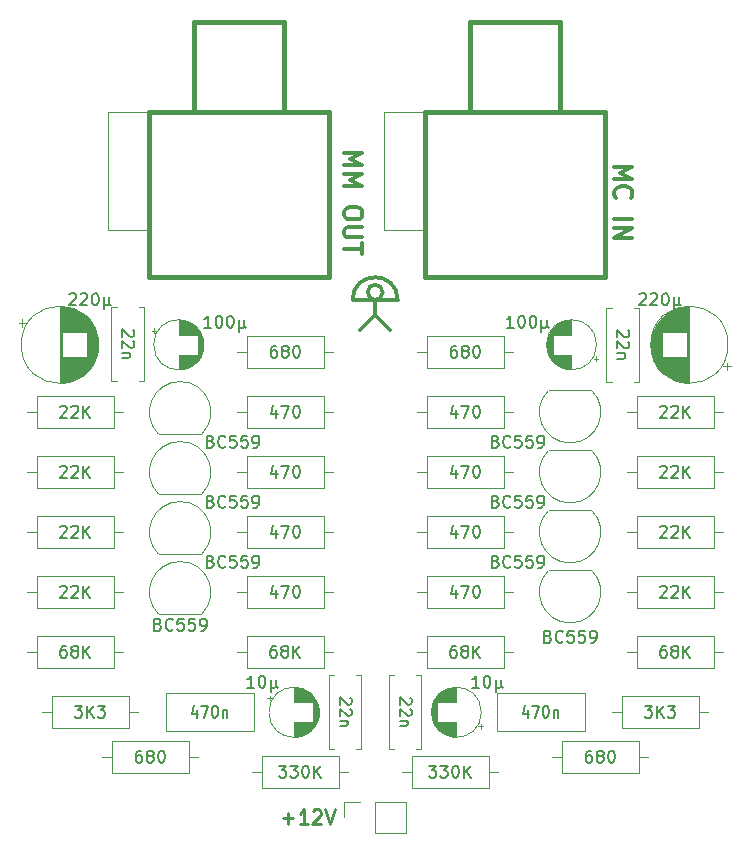
<source format=gto>
G04 #@! TF.GenerationSoftware,KiCad,Pcbnew,8.0.9*
G04 #@! TF.CreationDate,2025-03-02T14:16:38+01:00*
G04 #@! TF.ProjectId,cjss190,636a7373-3139-4302-9e6b-696361645f70,rev?*
G04 #@! TF.SameCoordinates,Original*
G04 #@! TF.FileFunction,Legend,Top*
G04 #@! TF.FilePolarity,Positive*
%FSLAX46Y46*%
G04 Gerber Fmt 4.6, Leading zero omitted, Abs format (unit mm)*
G04 Created by KiCad (PCBNEW 8.0.9) date 2025-03-02 14:16:38*
%MOMM*%
%LPD*%
G01*
G04 APERTURE LIST*
%ADD10C,0.300000*%
%ADD11C,0.150000*%
%ADD12C,0.304800*%
%ADD13C,0.240000*%
%ADD14C,0.120000*%
%ADD15C,0.100000*%
%ADD16C,0.381000*%
%ADD17O,1.900000X3.200000*%
%ADD18C,1.600000*%
%ADD19O,1.600000X1.600000*%
%ADD20R,1.600000X1.600000*%
%ADD21R,1.050000X1.500000*%
%ADD22O,1.050000X1.500000*%
%ADD23C,5.600000*%
%ADD24R,1.200000X1.200000*%
%ADD25C,1.200000*%
%ADD26C,2.000000*%
%ADD27C,2.200000*%
%ADD28R,1.700000X1.700000*%
%ADD29O,1.700000X1.700000*%
%ADD30C,3.200000*%
G04 APERTURE END LIST*
D10*
X76200000Y-61595000D02*
X77470000Y-62865000D01*
X74295000Y-60325000D02*
G75*
G02*
X78105000Y-60325000I1905000J0D01*
G01*
X76200000Y-61595000D02*
X74930000Y-62865000D01*
X74295000Y-60325000D02*
X78105000Y-60325000D01*
X76835000Y-59690000D02*
G75*
G02*
X75565000Y-59690000I-635000J0D01*
G01*
X75565000Y-59690000D02*
G75*
G02*
X76835000Y-59690000I635000J0D01*
G01*
X76200000Y-60325000D02*
X76200000Y-61595000D01*
D11*
X83058095Y-69638152D02*
X83058095Y-70304819D01*
X82820000Y-69257200D02*
X82581905Y-69971485D01*
X82581905Y-69971485D02*
X83200952Y-69971485D01*
X83486667Y-69304819D02*
X84153333Y-69304819D01*
X84153333Y-69304819D02*
X83724762Y-70304819D01*
X84724762Y-69304819D02*
X84820000Y-69304819D01*
X84820000Y-69304819D02*
X84915238Y-69352438D01*
X84915238Y-69352438D02*
X84962857Y-69400057D01*
X84962857Y-69400057D02*
X85010476Y-69495295D01*
X85010476Y-69495295D02*
X85058095Y-69685771D01*
X85058095Y-69685771D02*
X85058095Y-69923866D01*
X85058095Y-69923866D02*
X85010476Y-70114342D01*
X85010476Y-70114342D02*
X84962857Y-70209580D01*
X84962857Y-70209580D02*
X84915238Y-70257200D01*
X84915238Y-70257200D02*
X84820000Y-70304819D01*
X84820000Y-70304819D02*
X84724762Y-70304819D01*
X84724762Y-70304819D02*
X84629524Y-70257200D01*
X84629524Y-70257200D02*
X84581905Y-70209580D01*
X84581905Y-70209580D02*
X84534286Y-70114342D01*
X84534286Y-70114342D02*
X84486667Y-69923866D01*
X84486667Y-69923866D02*
X84486667Y-69685771D01*
X84486667Y-69685771D02*
X84534286Y-69495295D01*
X84534286Y-69495295D02*
X84581905Y-69400057D01*
X84581905Y-69400057D02*
X84629524Y-69352438D01*
X84629524Y-69352438D02*
X84724762Y-69304819D01*
X80764286Y-99784819D02*
X81383333Y-99784819D01*
X81383333Y-99784819D02*
X81050000Y-100165771D01*
X81050000Y-100165771D02*
X81192857Y-100165771D01*
X81192857Y-100165771D02*
X81288095Y-100213390D01*
X81288095Y-100213390D02*
X81335714Y-100261009D01*
X81335714Y-100261009D02*
X81383333Y-100356247D01*
X81383333Y-100356247D02*
X81383333Y-100594342D01*
X81383333Y-100594342D02*
X81335714Y-100689580D01*
X81335714Y-100689580D02*
X81288095Y-100737200D01*
X81288095Y-100737200D02*
X81192857Y-100784819D01*
X81192857Y-100784819D02*
X80907143Y-100784819D01*
X80907143Y-100784819D02*
X80811905Y-100737200D01*
X80811905Y-100737200D02*
X80764286Y-100689580D01*
X81716667Y-99784819D02*
X82335714Y-99784819D01*
X82335714Y-99784819D02*
X82002381Y-100165771D01*
X82002381Y-100165771D02*
X82145238Y-100165771D01*
X82145238Y-100165771D02*
X82240476Y-100213390D01*
X82240476Y-100213390D02*
X82288095Y-100261009D01*
X82288095Y-100261009D02*
X82335714Y-100356247D01*
X82335714Y-100356247D02*
X82335714Y-100594342D01*
X82335714Y-100594342D02*
X82288095Y-100689580D01*
X82288095Y-100689580D02*
X82240476Y-100737200D01*
X82240476Y-100737200D02*
X82145238Y-100784819D01*
X82145238Y-100784819D02*
X81859524Y-100784819D01*
X81859524Y-100784819D02*
X81764286Y-100737200D01*
X81764286Y-100737200D02*
X81716667Y-100689580D01*
X82954762Y-99784819D02*
X83050000Y-99784819D01*
X83050000Y-99784819D02*
X83145238Y-99832438D01*
X83145238Y-99832438D02*
X83192857Y-99880057D01*
X83192857Y-99880057D02*
X83240476Y-99975295D01*
X83240476Y-99975295D02*
X83288095Y-100165771D01*
X83288095Y-100165771D02*
X83288095Y-100403866D01*
X83288095Y-100403866D02*
X83240476Y-100594342D01*
X83240476Y-100594342D02*
X83192857Y-100689580D01*
X83192857Y-100689580D02*
X83145238Y-100737200D01*
X83145238Y-100737200D02*
X83050000Y-100784819D01*
X83050000Y-100784819D02*
X82954762Y-100784819D01*
X82954762Y-100784819D02*
X82859524Y-100737200D01*
X82859524Y-100737200D02*
X82811905Y-100689580D01*
X82811905Y-100689580D02*
X82764286Y-100594342D01*
X82764286Y-100594342D02*
X82716667Y-100403866D01*
X82716667Y-100403866D02*
X82716667Y-100165771D01*
X82716667Y-100165771D02*
X82764286Y-99975295D01*
X82764286Y-99975295D02*
X82811905Y-99880057D01*
X82811905Y-99880057D02*
X82859524Y-99832438D01*
X82859524Y-99832438D02*
X82954762Y-99784819D01*
X83716667Y-100784819D02*
X83716667Y-99784819D01*
X84288095Y-100784819D02*
X83859524Y-100213390D01*
X84288095Y-99784819D02*
X83716667Y-100356247D01*
X67818095Y-79798152D02*
X67818095Y-80464819D01*
X67580000Y-79417200D02*
X67341905Y-80131485D01*
X67341905Y-80131485D02*
X67960952Y-80131485D01*
X68246667Y-79464819D02*
X68913333Y-79464819D01*
X68913333Y-79464819D02*
X68484762Y-80464819D01*
X69484762Y-79464819D02*
X69580000Y-79464819D01*
X69580000Y-79464819D02*
X69675238Y-79512438D01*
X69675238Y-79512438D02*
X69722857Y-79560057D01*
X69722857Y-79560057D02*
X69770476Y-79655295D01*
X69770476Y-79655295D02*
X69818095Y-79845771D01*
X69818095Y-79845771D02*
X69818095Y-80083866D01*
X69818095Y-80083866D02*
X69770476Y-80274342D01*
X69770476Y-80274342D02*
X69722857Y-80369580D01*
X69722857Y-80369580D02*
X69675238Y-80417200D01*
X69675238Y-80417200D02*
X69580000Y-80464819D01*
X69580000Y-80464819D02*
X69484762Y-80464819D01*
X69484762Y-80464819D02*
X69389524Y-80417200D01*
X69389524Y-80417200D02*
X69341905Y-80369580D01*
X69341905Y-80369580D02*
X69294286Y-80274342D01*
X69294286Y-80274342D02*
X69246667Y-80083866D01*
X69246667Y-80083866D02*
X69246667Y-79845771D01*
X69246667Y-79845771D02*
X69294286Y-79655295D01*
X69294286Y-79655295D02*
X69341905Y-79560057D01*
X69341905Y-79560057D02*
X69389524Y-79512438D01*
X69389524Y-79512438D02*
X69484762Y-79464819D01*
X98568095Y-59875057D02*
X98615714Y-59827438D01*
X98615714Y-59827438D02*
X98710952Y-59779819D01*
X98710952Y-59779819D02*
X98949047Y-59779819D01*
X98949047Y-59779819D02*
X99044285Y-59827438D01*
X99044285Y-59827438D02*
X99091904Y-59875057D01*
X99091904Y-59875057D02*
X99139523Y-59970295D01*
X99139523Y-59970295D02*
X99139523Y-60065533D01*
X99139523Y-60065533D02*
X99091904Y-60208390D01*
X99091904Y-60208390D02*
X98520476Y-60779819D01*
X98520476Y-60779819D02*
X99139523Y-60779819D01*
X99520476Y-59875057D02*
X99568095Y-59827438D01*
X99568095Y-59827438D02*
X99663333Y-59779819D01*
X99663333Y-59779819D02*
X99901428Y-59779819D01*
X99901428Y-59779819D02*
X99996666Y-59827438D01*
X99996666Y-59827438D02*
X100044285Y-59875057D01*
X100044285Y-59875057D02*
X100091904Y-59970295D01*
X100091904Y-59970295D02*
X100091904Y-60065533D01*
X100091904Y-60065533D02*
X100044285Y-60208390D01*
X100044285Y-60208390D02*
X99472857Y-60779819D01*
X99472857Y-60779819D02*
X100091904Y-60779819D01*
X100710952Y-59779819D02*
X100806190Y-59779819D01*
X100806190Y-59779819D02*
X100901428Y-59827438D01*
X100901428Y-59827438D02*
X100949047Y-59875057D01*
X100949047Y-59875057D02*
X100996666Y-59970295D01*
X100996666Y-59970295D02*
X101044285Y-60160771D01*
X101044285Y-60160771D02*
X101044285Y-60398866D01*
X101044285Y-60398866D02*
X100996666Y-60589342D01*
X100996666Y-60589342D02*
X100949047Y-60684580D01*
X100949047Y-60684580D02*
X100901428Y-60732200D01*
X100901428Y-60732200D02*
X100806190Y-60779819D01*
X100806190Y-60779819D02*
X100710952Y-60779819D01*
X100710952Y-60779819D02*
X100615714Y-60732200D01*
X100615714Y-60732200D02*
X100568095Y-60684580D01*
X100568095Y-60684580D02*
X100520476Y-60589342D01*
X100520476Y-60589342D02*
X100472857Y-60398866D01*
X100472857Y-60398866D02*
X100472857Y-60160771D01*
X100472857Y-60160771D02*
X100520476Y-59970295D01*
X100520476Y-59970295D02*
X100568095Y-59875057D01*
X100568095Y-59875057D02*
X100615714Y-59827438D01*
X100615714Y-59827438D02*
X100710952Y-59779819D01*
X101472857Y-60113152D02*
X101472857Y-61113152D01*
X101949047Y-60636961D02*
X101996666Y-60732200D01*
X101996666Y-60732200D02*
X102091904Y-60779819D01*
X101472857Y-60636961D02*
X101520476Y-60732200D01*
X101520476Y-60732200D02*
X101615714Y-60779819D01*
X101615714Y-60779819D02*
X101806190Y-60779819D01*
X101806190Y-60779819D02*
X101901428Y-60732200D01*
X101901428Y-60732200D02*
X101949047Y-60636961D01*
X101949047Y-60636961D02*
X101949047Y-60113152D01*
X49538095Y-84640057D02*
X49585714Y-84592438D01*
X49585714Y-84592438D02*
X49680952Y-84544819D01*
X49680952Y-84544819D02*
X49919047Y-84544819D01*
X49919047Y-84544819D02*
X50014285Y-84592438D01*
X50014285Y-84592438D02*
X50061904Y-84640057D01*
X50061904Y-84640057D02*
X50109523Y-84735295D01*
X50109523Y-84735295D02*
X50109523Y-84830533D01*
X50109523Y-84830533D02*
X50061904Y-84973390D01*
X50061904Y-84973390D02*
X49490476Y-85544819D01*
X49490476Y-85544819D02*
X50109523Y-85544819D01*
X50490476Y-84640057D02*
X50538095Y-84592438D01*
X50538095Y-84592438D02*
X50633333Y-84544819D01*
X50633333Y-84544819D02*
X50871428Y-84544819D01*
X50871428Y-84544819D02*
X50966666Y-84592438D01*
X50966666Y-84592438D02*
X51014285Y-84640057D01*
X51014285Y-84640057D02*
X51061904Y-84735295D01*
X51061904Y-84735295D02*
X51061904Y-84830533D01*
X51061904Y-84830533D02*
X51014285Y-84973390D01*
X51014285Y-84973390D02*
X50442857Y-85544819D01*
X50442857Y-85544819D02*
X51061904Y-85544819D01*
X51490476Y-85544819D02*
X51490476Y-84544819D01*
X52061904Y-85544819D02*
X51633333Y-84973390D01*
X52061904Y-84544819D02*
X51490476Y-85116247D01*
X49538095Y-74480057D02*
X49585714Y-74432438D01*
X49585714Y-74432438D02*
X49680952Y-74384819D01*
X49680952Y-74384819D02*
X49919047Y-74384819D01*
X49919047Y-74384819D02*
X50014285Y-74432438D01*
X50014285Y-74432438D02*
X50061904Y-74480057D01*
X50061904Y-74480057D02*
X50109523Y-74575295D01*
X50109523Y-74575295D02*
X50109523Y-74670533D01*
X50109523Y-74670533D02*
X50061904Y-74813390D01*
X50061904Y-74813390D02*
X49490476Y-75384819D01*
X49490476Y-75384819D02*
X50109523Y-75384819D01*
X50490476Y-74480057D02*
X50538095Y-74432438D01*
X50538095Y-74432438D02*
X50633333Y-74384819D01*
X50633333Y-74384819D02*
X50871428Y-74384819D01*
X50871428Y-74384819D02*
X50966666Y-74432438D01*
X50966666Y-74432438D02*
X51014285Y-74480057D01*
X51014285Y-74480057D02*
X51061904Y-74575295D01*
X51061904Y-74575295D02*
X51061904Y-74670533D01*
X51061904Y-74670533D02*
X51014285Y-74813390D01*
X51014285Y-74813390D02*
X50442857Y-75384819D01*
X50442857Y-75384819D02*
X51061904Y-75384819D01*
X51490476Y-75384819D02*
X51490476Y-74384819D01*
X52061904Y-75384819D02*
X51633333Y-74813390D01*
X52061904Y-74384819D02*
X51490476Y-74956247D01*
X83034285Y-89624819D02*
X82843809Y-89624819D01*
X82843809Y-89624819D02*
X82748571Y-89672438D01*
X82748571Y-89672438D02*
X82700952Y-89720057D01*
X82700952Y-89720057D02*
X82605714Y-89862914D01*
X82605714Y-89862914D02*
X82558095Y-90053390D01*
X82558095Y-90053390D02*
X82558095Y-90434342D01*
X82558095Y-90434342D02*
X82605714Y-90529580D01*
X82605714Y-90529580D02*
X82653333Y-90577200D01*
X82653333Y-90577200D02*
X82748571Y-90624819D01*
X82748571Y-90624819D02*
X82939047Y-90624819D01*
X82939047Y-90624819D02*
X83034285Y-90577200D01*
X83034285Y-90577200D02*
X83081904Y-90529580D01*
X83081904Y-90529580D02*
X83129523Y-90434342D01*
X83129523Y-90434342D02*
X83129523Y-90196247D01*
X83129523Y-90196247D02*
X83081904Y-90101009D01*
X83081904Y-90101009D02*
X83034285Y-90053390D01*
X83034285Y-90053390D02*
X82939047Y-90005771D01*
X82939047Y-90005771D02*
X82748571Y-90005771D01*
X82748571Y-90005771D02*
X82653333Y-90053390D01*
X82653333Y-90053390D02*
X82605714Y-90101009D01*
X82605714Y-90101009D02*
X82558095Y-90196247D01*
X83700952Y-90053390D02*
X83605714Y-90005771D01*
X83605714Y-90005771D02*
X83558095Y-89958152D01*
X83558095Y-89958152D02*
X83510476Y-89862914D01*
X83510476Y-89862914D02*
X83510476Y-89815295D01*
X83510476Y-89815295D02*
X83558095Y-89720057D01*
X83558095Y-89720057D02*
X83605714Y-89672438D01*
X83605714Y-89672438D02*
X83700952Y-89624819D01*
X83700952Y-89624819D02*
X83891428Y-89624819D01*
X83891428Y-89624819D02*
X83986666Y-89672438D01*
X83986666Y-89672438D02*
X84034285Y-89720057D01*
X84034285Y-89720057D02*
X84081904Y-89815295D01*
X84081904Y-89815295D02*
X84081904Y-89862914D01*
X84081904Y-89862914D02*
X84034285Y-89958152D01*
X84034285Y-89958152D02*
X83986666Y-90005771D01*
X83986666Y-90005771D02*
X83891428Y-90053390D01*
X83891428Y-90053390D02*
X83700952Y-90053390D01*
X83700952Y-90053390D02*
X83605714Y-90101009D01*
X83605714Y-90101009D02*
X83558095Y-90148628D01*
X83558095Y-90148628D02*
X83510476Y-90243866D01*
X83510476Y-90243866D02*
X83510476Y-90434342D01*
X83510476Y-90434342D02*
X83558095Y-90529580D01*
X83558095Y-90529580D02*
X83605714Y-90577200D01*
X83605714Y-90577200D02*
X83700952Y-90624819D01*
X83700952Y-90624819D02*
X83891428Y-90624819D01*
X83891428Y-90624819D02*
X83986666Y-90577200D01*
X83986666Y-90577200D02*
X84034285Y-90529580D01*
X84034285Y-90529580D02*
X84081904Y-90434342D01*
X84081904Y-90434342D02*
X84081904Y-90243866D01*
X84081904Y-90243866D02*
X84034285Y-90148628D01*
X84034285Y-90148628D02*
X83986666Y-90101009D01*
X83986666Y-90101009D02*
X83891428Y-90053390D01*
X84510476Y-90624819D02*
X84510476Y-89624819D01*
X85081904Y-90624819D02*
X84653333Y-90053390D01*
X85081904Y-89624819D02*
X84510476Y-90196247D01*
X67794285Y-89624819D02*
X67603809Y-89624819D01*
X67603809Y-89624819D02*
X67508571Y-89672438D01*
X67508571Y-89672438D02*
X67460952Y-89720057D01*
X67460952Y-89720057D02*
X67365714Y-89862914D01*
X67365714Y-89862914D02*
X67318095Y-90053390D01*
X67318095Y-90053390D02*
X67318095Y-90434342D01*
X67318095Y-90434342D02*
X67365714Y-90529580D01*
X67365714Y-90529580D02*
X67413333Y-90577200D01*
X67413333Y-90577200D02*
X67508571Y-90624819D01*
X67508571Y-90624819D02*
X67699047Y-90624819D01*
X67699047Y-90624819D02*
X67794285Y-90577200D01*
X67794285Y-90577200D02*
X67841904Y-90529580D01*
X67841904Y-90529580D02*
X67889523Y-90434342D01*
X67889523Y-90434342D02*
X67889523Y-90196247D01*
X67889523Y-90196247D02*
X67841904Y-90101009D01*
X67841904Y-90101009D02*
X67794285Y-90053390D01*
X67794285Y-90053390D02*
X67699047Y-90005771D01*
X67699047Y-90005771D02*
X67508571Y-90005771D01*
X67508571Y-90005771D02*
X67413333Y-90053390D01*
X67413333Y-90053390D02*
X67365714Y-90101009D01*
X67365714Y-90101009D02*
X67318095Y-90196247D01*
X68460952Y-90053390D02*
X68365714Y-90005771D01*
X68365714Y-90005771D02*
X68318095Y-89958152D01*
X68318095Y-89958152D02*
X68270476Y-89862914D01*
X68270476Y-89862914D02*
X68270476Y-89815295D01*
X68270476Y-89815295D02*
X68318095Y-89720057D01*
X68318095Y-89720057D02*
X68365714Y-89672438D01*
X68365714Y-89672438D02*
X68460952Y-89624819D01*
X68460952Y-89624819D02*
X68651428Y-89624819D01*
X68651428Y-89624819D02*
X68746666Y-89672438D01*
X68746666Y-89672438D02*
X68794285Y-89720057D01*
X68794285Y-89720057D02*
X68841904Y-89815295D01*
X68841904Y-89815295D02*
X68841904Y-89862914D01*
X68841904Y-89862914D02*
X68794285Y-89958152D01*
X68794285Y-89958152D02*
X68746666Y-90005771D01*
X68746666Y-90005771D02*
X68651428Y-90053390D01*
X68651428Y-90053390D02*
X68460952Y-90053390D01*
X68460952Y-90053390D02*
X68365714Y-90101009D01*
X68365714Y-90101009D02*
X68318095Y-90148628D01*
X68318095Y-90148628D02*
X68270476Y-90243866D01*
X68270476Y-90243866D02*
X68270476Y-90434342D01*
X68270476Y-90434342D02*
X68318095Y-90529580D01*
X68318095Y-90529580D02*
X68365714Y-90577200D01*
X68365714Y-90577200D02*
X68460952Y-90624819D01*
X68460952Y-90624819D02*
X68651428Y-90624819D01*
X68651428Y-90624819D02*
X68746666Y-90577200D01*
X68746666Y-90577200D02*
X68794285Y-90529580D01*
X68794285Y-90529580D02*
X68841904Y-90434342D01*
X68841904Y-90434342D02*
X68841904Y-90243866D01*
X68841904Y-90243866D02*
X68794285Y-90148628D01*
X68794285Y-90148628D02*
X68746666Y-90101009D01*
X68746666Y-90101009D02*
X68651428Y-90053390D01*
X69270476Y-90624819D02*
X69270476Y-89624819D01*
X69841904Y-90624819D02*
X69413333Y-90053390D01*
X69841904Y-89624819D02*
X69270476Y-90196247D01*
X90852857Y-88831009D02*
X90995714Y-88878628D01*
X90995714Y-88878628D02*
X91043333Y-88926247D01*
X91043333Y-88926247D02*
X91090952Y-89021485D01*
X91090952Y-89021485D02*
X91090952Y-89164342D01*
X91090952Y-89164342D02*
X91043333Y-89259580D01*
X91043333Y-89259580D02*
X90995714Y-89307200D01*
X90995714Y-89307200D02*
X90900476Y-89354819D01*
X90900476Y-89354819D02*
X90519524Y-89354819D01*
X90519524Y-89354819D02*
X90519524Y-88354819D01*
X90519524Y-88354819D02*
X90852857Y-88354819D01*
X90852857Y-88354819D02*
X90948095Y-88402438D01*
X90948095Y-88402438D02*
X90995714Y-88450057D01*
X90995714Y-88450057D02*
X91043333Y-88545295D01*
X91043333Y-88545295D02*
X91043333Y-88640533D01*
X91043333Y-88640533D02*
X90995714Y-88735771D01*
X90995714Y-88735771D02*
X90948095Y-88783390D01*
X90948095Y-88783390D02*
X90852857Y-88831009D01*
X90852857Y-88831009D02*
X90519524Y-88831009D01*
X92090952Y-89259580D02*
X92043333Y-89307200D01*
X92043333Y-89307200D02*
X91900476Y-89354819D01*
X91900476Y-89354819D02*
X91805238Y-89354819D01*
X91805238Y-89354819D02*
X91662381Y-89307200D01*
X91662381Y-89307200D02*
X91567143Y-89211961D01*
X91567143Y-89211961D02*
X91519524Y-89116723D01*
X91519524Y-89116723D02*
X91471905Y-88926247D01*
X91471905Y-88926247D02*
X91471905Y-88783390D01*
X91471905Y-88783390D02*
X91519524Y-88592914D01*
X91519524Y-88592914D02*
X91567143Y-88497676D01*
X91567143Y-88497676D02*
X91662381Y-88402438D01*
X91662381Y-88402438D02*
X91805238Y-88354819D01*
X91805238Y-88354819D02*
X91900476Y-88354819D01*
X91900476Y-88354819D02*
X92043333Y-88402438D01*
X92043333Y-88402438D02*
X92090952Y-88450057D01*
X92995714Y-88354819D02*
X92519524Y-88354819D01*
X92519524Y-88354819D02*
X92471905Y-88831009D01*
X92471905Y-88831009D02*
X92519524Y-88783390D01*
X92519524Y-88783390D02*
X92614762Y-88735771D01*
X92614762Y-88735771D02*
X92852857Y-88735771D01*
X92852857Y-88735771D02*
X92948095Y-88783390D01*
X92948095Y-88783390D02*
X92995714Y-88831009D01*
X92995714Y-88831009D02*
X93043333Y-88926247D01*
X93043333Y-88926247D02*
X93043333Y-89164342D01*
X93043333Y-89164342D02*
X92995714Y-89259580D01*
X92995714Y-89259580D02*
X92948095Y-89307200D01*
X92948095Y-89307200D02*
X92852857Y-89354819D01*
X92852857Y-89354819D02*
X92614762Y-89354819D01*
X92614762Y-89354819D02*
X92519524Y-89307200D01*
X92519524Y-89307200D02*
X92471905Y-89259580D01*
X93948095Y-88354819D02*
X93471905Y-88354819D01*
X93471905Y-88354819D02*
X93424286Y-88831009D01*
X93424286Y-88831009D02*
X93471905Y-88783390D01*
X93471905Y-88783390D02*
X93567143Y-88735771D01*
X93567143Y-88735771D02*
X93805238Y-88735771D01*
X93805238Y-88735771D02*
X93900476Y-88783390D01*
X93900476Y-88783390D02*
X93948095Y-88831009D01*
X93948095Y-88831009D02*
X93995714Y-88926247D01*
X93995714Y-88926247D02*
X93995714Y-89164342D01*
X93995714Y-89164342D02*
X93948095Y-89259580D01*
X93948095Y-89259580D02*
X93900476Y-89307200D01*
X93900476Y-89307200D02*
X93805238Y-89354819D01*
X93805238Y-89354819D02*
X93567143Y-89354819D01*
X93567143Y-89354819D02*
X93471905Y-89307200D01*
X93471905Y-89307200D02*
X93424286Y-89259580D01*
X94471905Y-89354819D02*
X94662381Y-89354819D01*
X94662381Y-89354819D02*
X94757619Y-89307200D01*
X94757619Y-89307200D02*
X94805238Y-89259580D01*
X94805238Y-89259580D02*
X94900476Y-89116723D01*
X94900476Y-89116723D02*
X94948095Y-88926247D01*
X94948095Y-88926247D02*
X94948095Y-88545295D01*
X94948095Y-88545295D02*
X94900476Y-88450057D01*
X94900476Y-88450057D02*
X94852857Y-88402438D01*
X94852857Y-88402438D02*
X94757619Y-88354819D01*
X94757619Y-88354819D02*
X94567143Y-88354819D01*
X94567143Y-88354819D02*
X94471905Y-88402438D01*
X94471905Y-88402438D02*
X94424286Y-88450057D01*
X94424286Y-88450057D02*
X94376667Y-88545295D01*
X94376667Y-88545295D02*
X94376667Y-88783390D01*
X94376667Y-88783390D02*
X94424286Y-88878628D01*
X94424286Y-88878628D02*
X94471905Y-88926247D01*
X94471905Y-88926247D02*
X94567143Y-88973866D01*
X94567143Y-88973866D02*
X94757619Y-88973866D01*
X94757619Y-88973866D02*
X94852857Y-88926247D01*
X94852857Y-88926247D02*
X94900476Y-88878628D01*
X94900476Y-88878628D02*
X94948095Y-88783390D01*
X83058095Y-64224819D02*
X82867619Y-64224819D01*
X82867619Y-64224819D02*
X82772381Y-64272438D01*
X82772381Y-64272438D02*
X82724762Y-64320057D01*
X82724762Y-64320057D02*
X82629524Y-64462914D01*
X82629524Y-64462914D02*
X82581905Y-64653390D01*
X82581905Y-64653390D02*
X82581905Y-65034342D01*
X82581905Y-65034342D02*
X82629524Y-65129580D01*
X82629524Y-65129580D02*
X82677143Y-65177200D01*
X82677143Y-65177200D02*
X82772381Y-65224819D01*
X82772381Y-65224819D02*
X82962857Y-65224819D01*
X82962857Y-65224819D02*
X83058095Y-65177200D01*
X83058095Y-65177200D02*
X83105714Y-65129580D01*
X83105714Y-65129580D02*
X83153333Y-65034342D01*
X83153333Y-65034342D02*
X83153333Y-64796247D01*
X83153333Y-64796247D02*
X83105714Y-64701009D01*
X83105714Y-64701009D02*
X83058095Y-64653390D01*
X83058095Y-64653390D02*
X82962857Y-64605771D01*
X82962857Y-64605771D02*
X82772381Y-64605771D01*
X82772381Y-64605771D02*
X82677143Y-64653390D01*
X82677143Y-64653390D02*
X82629524Y-64701009D01*
X82629524Y-64701009D02*
X82581905Y-64796247D01*
X83724762Y-64653390D02*
X83629524Y-64605771D01*
X83629524Y-64605771D02*
X83581905Y-64558152D01*
X83581905Y-64558152D02*
X83534286Y-64462914D01*
X83534286Y-64462914D02*
X83534286Y-64415295D01*
X83534286Y-64415295D02*
X83581905Y-64320057D01*
X83581905Y-64320057D02*
X83629524Y-64272438D01*
X83629524Y-64272438D02*
X83724762Y-64224819D01*
X83724762Y-64224819D02*
X83915238Y-64224819D01*
X83915238Y-64224819D02*
X84010476Y-64272438D01*
X84010476Y-64272438D02*
X84058095Y-64320057D01*
X84058095Y-64320057D02*
X84105714Y-64415295D01*
X84105714Y-64415295D02*
X84105714Y-64462914D01*
X84105714Y-64462914D02*
X84058095Y-64558152D01*
X84058095Y-64558152D02*
X84010476Y-64605771D01*
X84010476Y-64605771D02*
X83915238Y-64653390D01*
X83915238Y-64653390D02*
X83724762Y-64653390D01*
X83724762Y-64653390D02*
X83629524Y-64701009D01*
X83629524Y-64701009D02*
X83581905Y-64748628D01*
X83581905Y-64748628D02*
X83534286Y-64843866D01*
X83534286Y-64843866D02*
X83534286Y-65034342D01*
X83534286Y-65034342D02*
X83581905Y-65129580D01*
X83581905Y-65129580D02*
X83629524Y-65177200D01*
X83629524Y-65177200D02*
X83724762Y-65224819D01*
X83724762Y-65224819D02*
X83915238Y-65224819D01*
X83915238Y-65224819D02*
X84010476Y-65177200D01*
X84010476Y-65177200D02*
X84058095Y-65129580D01*
X84058095Y-65129580D02*
X84105714Y-65034342D01*
X84105714Y-65034342D02*
X84105714Y-64843866D01*
X84105714Y-64843866D02*
X84058095Y-64748628D01*
X84058095Y-64748628D02*
X84010476Y-64701009D01*
X84010476Y-64701009D02*
X83915238Y-64653390D01*
X84724762Y-64224819D02*
X84820000Y-64224819D01*
X84820000Y-64224819D02*
X84915238Y-64272438D01*
X84915238Y-64272438D02*
X84962857Y-64320057D01*
X84962857Y-64320057D02*
X85010476Y-64415295D01*
X85010476Y-64415295D02*
X85058095Y-64605771D01*
X85058095Y-64605771D02*
X85058095Y-64843866D01*
X85058095Y-64843866D02*
X85010476Y-65034342D01*
X85010476Y-65034342D02*
X84962857Y-65129580D01*
X84962857Y-65129580D02*
X84915238Y-65177200D01*
X84915238Y-65177200D02*
X84820000Y-65224819D01*
X84820000Y-65224819D02*
X84724762Y-65224819D01*
X84724762Y-65224819D02*
X84629524Y-65177200D01*
X84629524Y-65177200D02*
X84581905Y-65129580D01*
X84581905Y-65129580D02*
X84534286Y-65034342D01*
X84534286Y-65034342D02*
X84486667Y-64843866D01*
X84486667Y-64843866D02*
X84486667Y-64605771D01*
X84486667Y-64605771D02*
X84534286Y-64415295D01*
X84534286Y-64415295D02*
X84581905Y-64320057D01*
X84581905Y-64320057D02*
X84629524Y-64272438D01*
X84629524Y-64272438D02*
X84724762Y-64224819D01*
X62277857Y-77401009D02*
X62420714Y-77448628D01*
X62420714Y-77448628D02*
X62468333Y-77496247D01*
X62468333Y-77496247D02*
X62515952Y-77591485D01*
X62515952Y-77591485D02*
X62515952Y-77734342D01*
X62515952Y-77734342D02*
X62468333Y-77829580D01*
X62468333Y-77829580D02*
X62420714Y-77877200D01*
X62420714Y-77877200D02*
X62325476Y-77924819D01*
X62325476Y-77924819D02*
X61944524Y-77924819D01*
X61944524Y-77924819D02*
X61944524Y-76924819D01*
X61944524Y-76924819D02*
X62277857Y-76924819D01*
X62277857Y-76924819D02*
X62373095Y-76972438D01*
X62373095Y-76972438D02*
X62420714Y-77020057D01*
X62420714Y-77020057D02*
X62468333Y-77115295D01*
X62468333Y-77115295D02*
X62468333Y-77210533D01*
X62468333Y-77210533D02*
X62420714Y-77305771D01*
X62420714Y-77305771D02*
X62373095Y-77353390D01*
X62373095Y-77353390D02*
X62277857Y-77401009D01*
X62277857Y-77401009D02*
X61944524Y-77401009D01*
X63515952Y-77829580D02*
X63468333Y-77877200D01*
X63468333Y-77877200D02*
X63325476Y-77924819D01*
X63325476Y-77924819D02*
X63230238Y-77924819D01*
X63230238Y-77924819D02*
X63087381Y-77877200D01*
X63087381Y-77877200D02*
X62992143Y-77781961D01*
X62992143Y-77781961D02*
X62944524Y-77686723D01*
X62944524Y-77686723D02*
X62896905Y-77496247D01*
X62896905Y-77496247D02*
X62896905Y-77353390D01*
X62896905Y-77353390D02*
X62944524Y-77162914D01*
X62944524Y-77162914D02*
X62992143Y-77067676D01*
X62992143Y-77067676D02*
X63087381Y-76972438D01*
X63087381Y-76972438D02*
X63230238Y-76924819D01*
X63230238Y-76924819D02*
X63325476Y-76924819D01*
X63325476Y-76924819D02*
X63468333Y-76972438D01*
X63468333Y-76972438D02*
X63515952Y-77020057D01*
X64420714Y-76924819D02*
X63944524Y-76924819D01*
X63944524Y-76924819D02*
X63896905Y-77401009D01*
X63896905Y-77401009D02*
X63944524Y-77353390D01*
X63944524Y-77353390D02*
X64039762Y-77305771D01*
X64039762Y-77305771D02*
X64277857Y-77305771D01*
X64277857Y-77305771D02*
X64373095Y-77353390D01*
X64373095Y-77353390D02*
X64420714Y-77401009D01*
X64420714Y-77401009D02*
X64468333Y-77496247D01*
X64468333Y-77496247D02*
X64468333Y-77734342D01*
X64468333Y-77734342D02*
X64420714Y-77829580D01*
X64420714Y-77829580D02*
X64373095Y-77877200D01*
X64373095Y-77877200D02*
X64277857Y-77924819D01*
X64277857Y-77924819D02*
X64039762Y-77924819D01*
X64039762Y-77924819D02*
X63944524Y-77877200D01*
X63944524Y-77877200D02*
X63896905Y-77829580D01*
X65373095Y-76924819D02*
X64896905Y-76924819D01*
X64896905Y-76924819D02*
X64849286Y-77401009D01*
X64849286Y-77401009D02*
X64896905Y-77353390D01*
X64896905Y-77353390D02*
X64992143Y-77305771D01*
X64992143Y-77305771D02*
X65230238Y-77305771D01*
X65230238Y-77305771D02*
X65325476Y-77353390D01*
X65325476Y-77353390D02*
X65373095Y-77401009D01*
X65373095Y-77401009D02*
X65420714Y-77496247D01*
X65420714Y-77496247D02*
X65420714Y-77734342D01*
X65420714Y-77734342D02*
X65373095Y-77829580D01*
X65373095Y-77829580D02*
X65325476Y-77877200D01*
X65325476Y-77877200D02*
X65230238Y-77924819D01*
X65230238Y-77924819D02*
X64992143Y-77924819D01*
X64992143Y-77924819D02*
X64896905Y-77877200D01*
X64896905Y-77877200D02*
X64849286Y-77829580D01*
X65896905Y-77924819D02*
X66087381Y-77924819D01*
X66087381Y-77924819D02*
X66182619Y-77877200D01*
X66182619Y-77877200D02*
X66230238Y-77829580D01*
X66230238Y-77829580D02*
X66325476Y-77686723D01*
X66325476Y-77686723D02*
X66373095Y-77496247D01*
X66373095Y-77496247D02*
X66373095Y-77115295D01*
X66373095Y-77115295D02*
X66325476Y-77020057D01*
X66325476Y-77020057D02*
X66277857Y-76972438D01*
X66277857Y-76972438D02*
X66182619Y-76924819D01*
X66182619Y-76924819D02*
X65992143Y-76924819D01*
X65992143Y-76924819D02*
X65896905Y-76972438D01*
X65896905Y-76972438D02*
X65849286Y-77020057D01*
X65849286Y-77020057D02*
X65801667Y-77115295D01*
X65801667Y-77115295D02*
X65801667Y-77353390D01*
X65801667Y-77353390D02*
X65849286Y-77448628D01*
X65849286Y-77448628D02*
X65896905Y-77496247D01*
X65896905Y-77496247D02*
X65992143Y-77543866D01*
X65992143Y-77543866D02*
X66182619Y-77543866D01*
X66182619Y-77543866D02*
X66277857Y-77496247D01*
X66277857Y-77496247D02*
X66325476Y-77448628D01*
X66325476Y-77448628D02*
X66373095Y-77353390D01*
X100338095Y-79560057D02*
X100385714Y-79512438D01*
X100385714Y-79512438D02*
X100480952Y-79464819D01*
X100480952Y-79464819D02*
X100719047Y-79464819D01*
X100719047Y-79464819D02*
X100814285Y-79512438D01*
X100814285Y-79512438D02*
X100861904Y-79560057D01*
X100861904Y-79560057D02*
X100909523Y-79655295D01*
X100909523Y-79655295D02*
X100909523Y-79750533D01*
X100909523Y-79750533D02*
X100861904Y-79893390D01*
X100861904Y-79893390D02*
X100290476Y-80464819D01*
X100290476Y-80464819D02*
X100909523Y-80464819D01*
X101290476Y-79560057D02*
X101338095Y-79512438D01*
X101338095Y-79512438D02*
X101433333Y-79464819D01*
X101433333Y-79464819D02*
X101671428Y-79464819D01*
X101671428Y-79464819D02*
X101766666Y-79512438D01*
X101766666Y-79512438D02*
X101814285Y-79560057D01*
X101814285Y-79560057D02*
X101861904Y-79655295D01*
X101861904Y-79655295D02*
X101861904Y-79750533D01*
X101861904Y-79750533D02*
X101814285Y-79893390D01*
X101814285Y-79893390D02*
X101242857Y-80464819D01*
X101242857Y-80464819D02*
X101861904Y-80464819D01*
X102290476Y-80464819D02*
X102290476Y-79464819D01*
X102861904Y-80464819D02*
X102433333Y-79893390D01*
X102861904Y-79464819D02*
X102290476Y-80036247D01*
X50014285Y-89624819D02*
X49823809Y-89624819D01*
X49823809Y-89624819D02*
X49728571Y-89672438D01*
X49728571Y-89672438D02*
X49680952Y-89720057D01*
X49680952Y-89720057D02*
X49585714Y-89862914D01*
X49585714Y-89862914D02*
X49538095Y-90053390D01*
X49538095Y-90053390D02*
X49538095Y-90434342D01*
X49538095Y-90434342D02*
X49585714Y-90529580D01*
X49585714Y-90529580D02*
X49633333Y-90577200D01*
X49633333Y-90577200D02*
X49728571Y-90624819D01*
X49728571Y-90624819D02*
X49919047Y-90624819D01*
X49919047Y-90624819D02*
X50014285Y-90577200D01*
X50014285Y-90577200D02*
X50061904Y-90529580D01*
X50061904Y-90529580D02*
X50109523Y-90434342D01*
X50109523Y-90434342D02*
X50109523Y-90196247D01*
X50109523Y-90196247D02*
X50061904Y-90101009D01*
X50061904Y-90101009D02*
X50014285Y-90053390D01*
X50014285Y-90053390D02*
X49919047Y-90005771D01*
X49919047Y-90005771D02*
X49728571Y-90005771D01*
X49728571Y-90005771D02*
X49633333Y-90053390D01*
X49633333Y-90053390D02*
X49585714Y-90101009D01*
X49585714Y-90101009D02*
X49538095Y-90196247D01*
X50680952Y-90053390D02*
X50585714Y-90005771D01*
X50585714Y-90005771D02*
X50538095Y-89958152D01*
X50538095Y-89958152D02*
X50490476Y-89862914D01*
X50490476Y-89862914D02*
X50490476Y-89815295D01*
X50490476Y-89815295D02*
X50538095Y-89720057D01*
X50538095Y-89720057D02*
X50585714Y-89672438D01*
X50585714Y-89672438D02*
X50680952Y-89624819D01*
X50680952Y-89624819D02*
X50871428Y-89624819D01*
X50871428Y-89624819D02*
X50966666Y-89672438D01*
X50966666Y-89672438D02*
X51014285Y-89720057D01*
X51014285Y-89720057D02*
X51061904Y-89815295D01*
X51061904Y-89815295D02*
X51061904Y-89862914D01*
X51061904Y-89862914D02*
X51014285Y-89958152D01*
X51014285Y-89958152D02*
X50966666Y-90005771D01*
X50966666Y-90005771D02*
X50871428Y-90053390D01*
X50871428Y-90053390D02*
X50680952Y-90053390D01*
X50680952Y-90053390D02*
X50585714Y-90101009D01*
X50585714Y-90101009D02*
X50538095Y-90148628D01*
X50538095Y-90148628D02*
X50490476Y-90243866D01*
X50490476Y-90243866D02*
X50490476Y-90434342D01*
X50490476Y-90434342D02*
X50538095Y-90529580D01*
X50538095Y-90529580D02*
X50585714Y-90577200D01*
X50585714Y-90577200D02*
X50680952Y-90624819D01*
X50680952Y-90624819D02*
X50871428Y-90624819D01*
X50871428Y-90624819D02*
X50966666Y-90577200D01*
X50966666Y-90577200D02*
X51014285Y-90529580D01*
X51014285Y-90529580D02*
X51061904Y-90434342D01*
X51061904Y-90434342D02*
X51061904Y-90243866D01*
X51061904Y-90243866D02*
X51014285Y-90148628D01*
X51014285Y-90148628D02*
X50966666Y-90101009D01*
X50966666Y-90101009D02*
X50871428Y-90053390D01*
X51490476Y-90624819D02*
X51490476Y-89624819D01*
X52061904Y-90624819D02*
X51633333Y-90053390D01*
X52061904Y-89624819D02*
X51490476Y-90196247D01*
X79189942Y-94035714D02*
X79237561Y-94083333D01*
X79237561Y-94083333D02*
X79285180Y-94178571D01*
X79285180Y-94178571D02*
X79285180Y-94416666D01*
X79285180Y-94416666D02*
X79237561Y-94511904D01*
X79237561Y-94511904D02*
X79189942Y-94559523D01*
X79189942Y-94559523D02*
X79094704Y-94607142D01*
X79094704Y-94607142D02*
X78999466Y-94607142D01*
X78999466Y-94607142D02*
X78856609Y-94559523D01*
X78856609Y-94559523D02*
X78285180Y-93988095D01*
X78285180Y-93988095D02*
X78285180Y-94607142D01*
X79189942Y-94988095D02*
X79237561Y-95035714D01*
X79237561Y-95035714D02*
X79285180Y-95130952D01*
X79285180Y-95130952D02*
X79285180Y-95369047D01*
X79285180Y-95369047D02*
X79237561Y-95464285D01*
X79237561Y-95464285D02*
X79189942Y-95511904D01*
X79189942Y-95511904D02*
X79094704Y-95559523D01*
X79094704Y-95559523D02*
X78999466Y-95559523D01*
X78999466Y-95559523D02*
X78856609Y-95511904D01*
X78856609Y-95511904D02*
X78285180Y-94940476D01*
X78285180Y-94940476D02*
X78285180Y-95559523D01*
X78951847Y-95988095D02*
X78285180Y-95988095D01*
X78856609Y-95988095D02*
X78904228Y-96035714D01*
X78904228Y-96035714D02*
X78951847Y-96130952D01*
X78951847Y-96130952D02*
X78951847Y-96273809D01*
X78951847Y-96273809D02*
X78904228Y-96369047D01*
X78904228Y-96369047D02*
X78808990Y-96416666D01*
X78808990Y-96416666D02*
X78285180Y-96416666D01*
X74109942Y-94035714D02*
X74157561Y-94083333D01*
X74157561Y-94083333D02*
X74205180Y-94178571D01*
X74205180Y-94178571D02*
X74205180Y-94416666D01*
X74205180Y-94416666D02*
X74157561Y-94511904D01*
X74157561Y-94511904D02*
X74109942Y-94559523D01*
X74109942Y-94559523D02*
X74014704Y-94607142D01*
X74014704Y-94607142D02*
X73919466Y-94607142D01*
X73919466Y-94607142D02*
X73776609Y-94559523D01*
X73776609Y-94559523D02*
X73205180Y-93988095D01*
X73205180Y-93988095D02*
X73205180Y-94607142D01*
X74109942Y-94988095D02*
X74157561Y-95035714D01*
X74157561Y-95035714D02*
X74205180Y-95130952D01*
X74205180Y-95130952D02*
X74205180Y-95369047D01*
X74205180Y-95369047D02*
X74157561Y-95464285D01*
X74157561Y-95464285D02*
X74109942Y-95511904D01*
X74109942Y-95511904D02*
X74014704Y-95559523D01*
X74014704Y-95559523D02*
X73919466Y-95559523D01*
X73919466Y-95559523D02*
X73776609Y-95511904D01*
X73776609Y-95511904D02*
X73205180Y-94940476D01*
X73205180Y-94940476D02*
X73205180Y-95559523D01*
X73871847Y-95988095D02*
X73205180Y-95988095D01*
X73776609Y-95988095D02*
X73824228Y-96035714D01*
X73824228Y-96035714D02*
X73871847Y-96130952D01*
X73871847Y-96130952D02*
X73871847Y-96273809D01*
X73871847Y-96273809D02*
X73824228Y-96369047D01*
X73824228Y-96369047D02*
X73728990Y-96416666D01*
X73728990Y-96416666D02*
X73205180Y-96416666D01*
X49538095Y-69400057D02*
X49585714Y-69352438D01*
X49585714Y-69352438D02*
X49680952Y-69304819D01*
X49680952Y-69304819D02*
X49919047Y-69304819D01*
X49919047Y-69304819D02*
X50014285Y-69352438D01*
X50014285Y-69352438D02*
X50061904Y-69400057D01*
X50061904Y-69400057D02*
X50109523Y-69495295D01*
X50109523Y-69495295D02*
X50109523Y-69590533D01*
X50109523Y-69590533D02*
X50061904Y-69733390D01*
X50061904Y-69733390D02*
X49490476Y-70304819D01*
X49490476Y-70304819D02*
X50109523Y-70304819D01*
X50490476Y-69400057D02*
X50538095Y-69352438D01*
X50538095Y-69352438D02*
X50633333Y-69304819D01*
X50633333Y-69304819D02*
X50871428Y-69304819D01*
X50871428Y-69304819D02*
X50966666Y-69352438D01*
X50966666Y-69352438D02*
X51014285Y-69400057D01*
X51014285Y-69400057D02*
X51061904Y-69495295D01*
X51061904Y-69495295D02*
X51061904Y-69590533D01*
X51061904Y-69590533D02*
X51014285Y-69733390D01*
X51014285Y-69733390D02*
X50442857Y-70304819D01*
X50442857Y-70304819D02*
X51061904Y-70304819D01*
X51490476Y-70304819D02*
X51490476Y-69304819D01*
X52061904Y-70304819D02*
X51633333Y-69733390D01*
X52061904Y-69304819D02*
X51490476Y-69876247D01*
X61097143Y-95038152D02*
X61097143Y-95704819D01*
X60882857Y-94657200D02*
X60668571Y-95371485D01*
X60668571Y-95371485D02*
X61225714Y-95371485D01*
X61482857Y-94704819D02*
X62082857Y-94704819D01*
X62082857Y-94704819D02*
X61697143Y-95704819D01*
X62597143Y-94704819D02*
X62682857Y-94704819D01*
X62682857Y-94704819D02*
X62768571Y-94752438D01*
X62768571Y-94752438D02*
X62811429Y-94800057D01*
X62811429Y-94800057D02*
X62854286Y-94895295D01*
X62854286Y-94895295D02*
X62897143Y-95085771D01*
X62897143Y-95085771D02*
X62897143Y-95323866D01*
X62897143Y-95323866D02*
X62854286Y-95514342D01*
X62854286Y-95514342D02*
X62811429Y-95609580D01*
X62811429Y-95609580D02*
X62768571Y-95657200D01*
X62768571Y-95657200D02*
X62682857Y-95704819D01*
X62682857Y-95704819D02*
X62597143Y-95704819D01*
X62597143Y-95704819D02*
X62511429Y-95657200D01*
X62511429Y-95657200D02*
X62468571Y-95609580D01*
X62468571Y-95609580D02*
X62425714Y-95514342D01*
X62425714Y-95514342D02*
X62382857Y-95323866D01*
X62382857Y-95323866D02*
X62382857Y-95085771D01*
X62382857Y-95085771D02*
X62425714Y-94895295D01*
X62425714Y-94895295D02*
X62468571Y-94800057D01*
X62468571Y-94800057D02*
X62511429Y-94752438D01*
X62511429Y-94752438D02*
X62597143Y-94704819D01*
X63282857Y-95038152D02*
X63282857Y-95704819D01*
X63282857Y-95133390D02*
X63325714Y-95085771D01*
X63325714Y-95085771D02*
X63411429Y-95038152D01*
X63411429Y-95038152D02*
X63540000Y-95038152D01*
X63540000Y-95038152D02*
X63625714Y-95085771D01*
X63625714Y-95085771D02*
X63668572Y-95181009D01*
X63668572Y-95181009D02*
X63668572Y-95704819D01*
X65960714Y-93164819D02*
X65389286Y-93164819D01*
X65675000Y-93164819D02*
X65675000Y-92164819D01*
X65675000Y-92164819D02*
X65579762Y-92307676D01*
X65579762Y-92307676D02*
X65484524Y-92402914D01*
X65484524Y-92402914D02*
X65389286Y-92450533D01*
X66579762Y-92164819D02*
X66675000Y-92164819D01*
X66675000Y-92164819D02*
X66770238Y-92212438D01*
X66770238Y-92212438D02*
X66817857Y-92260057D01*
X66817857Y-92260057D02*
X66865476Y-92355295D01*
X66865476Y-92355295D02*
X66913095Y-92545771D01*
X66913095Y-92545771D02*
X66913095Y-92783866D01*
X66913095Y-92783866D02*
X66865476Y-92974342D01*
X66865476Y-92974342D02*
X66817857Y-93069580D01*
X66817857Y-93069580D02*
X66770238Y-93117200D01*
X66770238Y-93117200D02*
X66675000Y-93164819D01*
X66675000Y-93164819D02*
X66579762Y-93164819D01*
X66579762Y-93164819D02*
X66484524Y-93117200D01*
X66484524Y-93117200D02*
X66436905Y-93069580D01*
X66436905Y-93069580D02*
X66389286Y-92974342D01*
X66389286Y-92974342D02*
X66341667Y-92783866D01*
X66341667Y-92783866D02*
X66341667Y-92545771D01*
X66341667Y-92545771D02*
X66389286Y-92355295D01*
X66389286Y-92355295D02*
X66436905Y-92260057D01*
X66436905Y-92260057D02*
X66484524Y-92212438D01*
X66484524Y-92212438D02*
X66579762Y-92164819D01*
X67341667Y-92498152D02*
X67341667Y-93498152D01*
X67817857Y-93021961D02*
X67865476Y-93117200D01*
X67865476Y-93117200D02*
X67960714Y-93164819D01*
X67341667Y-93021961D02*
X67389286Y-93117200D01*
X67389286Y-93117200D02*
X67484524Y-93164819D01*
X67484524Y-93164819D02*
X67675000Y-93164819D01*
X67675000Y-93164819D02*
X67770238Y-93117200D01*
X67770238Y-93117200D02*
X67817857Y-93021961D01*
X67817857Y-93021961D02*
X67817857Y-92498152D01*
X86407857Y-72321009D02*
X86550714Y-72368628D01*
X86550714Y-72368628D02*
X86598333Y-72416247D01*
X86598333Y-72416247D02*
X86645952Y-72511485D01*
X86645952Y-72511485D02*
X86645952Y-72654342D01*
X86645952Y-72654342D02*
X86598333Y-72749580D01*
X86598333Y-72749580D02*
X86550714Y-72797200D01*
X86550714Y-72797200D02*
X86455476Y-72844819D01*
X86455476Y-72844819D02*
X86074524Y-72844819D01*
X86074524Y-72844819D02*
X86074524Y-71844819D01*
X86074524Y-71844819D02*
X86407857Y-71844819D01*
X86407857Y-71844819D02*
X86503095Y-71892438D01*
X86503095Y-71892438D02*
X86550714Y-71940057D01*
X86550714Y-71940057D02*
X86598333Y-72035295D01*
X86598333Y-72035295D02*
X86598333Y-72130533D01*
X86598333Y-72130533D02*
X86550714Y-72225771D01*
X86550714Y-72225771D02*
X86503095Y-72273390D01*
X86503095Y-72273390D02*
X86407857Y-72321009D01*
X86407857Y-72321009D02*
X86074524Y-72321009D01*
X87645952Y-72749580D02*
X87598333Y-72797200D01*
X87598333Y-72797200D02*
X87455476Y-72844819D01*
X87455476Y-72844819D02*
X87360238Y-72844819D01*
X87360238Y-72844819D02*
X87217381Y-72797200D01*
X87217381Y-72797200D02*
X87122143Y-72701961D01*
X87122143Y-72701961D02*
X87074524Y-72606723D01*
X87074524Y-72606723D02*
X87026905Y-72416247D01*
X87026905Y-72416247D02*
X87026905Y-72273390D01*
X87026905Y-72273390D02*
X87074524Y-72082914D01*
X87074524Y-72082914D02*
X87122143Y-71987676D01*
X87122143Y-71987676D02*
X87217381Y-71892438D01*
X87217381Y-71892438D02*
X87360238Y-71844819D01*
X87360238Y-71844819D02*
X87455476Y-71844819D01*
X87455476Y-71844819D02*
X87598333Y-71892438D01*
X87598333Y-71892438D02*
X87645952Y-71940057D01*
X88550714Y-71844819D02*
X88074524Y-71844819D01*
X88074524Y-71844819D02*
X88026905Y-72321009D01*
X88026905Y-72321009D02*
X88074524Y-72273390D01*
X88074524Y-72273390D02*
X88169762Y-72225771D01*
X88169762Y-72225771D02*
X88407857Y-72225771D01*
X88407857Y-72225771D02*
X88503095Y-72273390D01*
X88503095Y-72273390D02*
X88550714Y-72321009D01*
X88550714Y-72321009D02*
X88598333Y-72416247D01*
X88598333Y-72416247D02*
X88598333Y-72654342D01*
X88598333Y-72654342D02*
X88550714Y-72749580D01*
X88550714Y-72749580D02*
X88503095Y-72797200D01*
X88503095Y-72797200D02*
X88407857Y-72844819D01*
X88407857Y-72844819D02*
X88169762Y-72844819D01*
X88169762Y-72844819D02*
X88074524Y-72797200D01*
X88074524Y-72797200D02*
X88026905Y-72749580D01*
X89503095Y-71844819D02*
X89026905Y-71844819D01*
X89026905Y-71844819D02*
X88979286Y-72321009D01*
X88979286Y-72321009D02*
X89026905Y-72273390D01*
X89026905Y-72273390D02*
X89122143Y-72225771D01*
X89122143Y-72225771D02*
X89360238Y-72225771D01*
X89360238Y-72225771D02*
X89455476Y-72273390D01*
X89455476Y-72273390D02*
X89503095Y-72321009D01*
X89503095Y-72321009D02*
X89550714Y-72416247D01*
X89550714Y-72416247D02*
X89550714Y-72654342D01*
X89550714Y-72654342D02*
X89503095Y-72749580D01*
X89503095Y-72749580D02*
X89455476Y-72797200D01*
X89455476Y-72797200D02*
X89360238Y-72844819D01*
X89360238Y-72844819D02*
X89122143Y-72844819D01*
X89122143Y-72844819D02*
X89026905Y-72797200D01*
X89026905Y-72797200D02*
X88979286Y-72749580D01*
X90026905Y-72844819D02*
X90217381Y-72844819D01*
X90217381Y-72844819D02*
X90312619Y-72797200D01*
X90312619Y-72797200D02*
X90360238Y-72749580D01*
X90360238Y-72749580D02*
X90455476Y-72606723D01*
X90455476Y-72606723D02*
X90503095Y-72416247D01*
X90503095Y-72416247D02*
X90503095Y-72035295D01*
X90503095Y-72035295D02*
X90455476Y-71940057D01*
X90455476Y-71940057D02*
X90407857Y-71892438D01*
X90407857Y-71892438D02*
X90312619Y-71844819D01*
X90312619Y-71844819D02*
X90122143Y-71844819D01*
X90122143Y-71844819D02*
X90026905Y-71892438D01*
X90026905Y-71892438D02*
X89979286Y-71940057D01*
X89979286Y-71940057D02*
X89931667Y-72035295D01*
X89931667Y-72035295D02*
X89931667Y-72273390D01*
X89931667Y-72273390D02*
X89979286Y-72368628D01*
X89979286Y-72368628D02*
X90026905Y-72416247D01*
X90026905Y-72416247D02*
X90122143Y-72463866D01*
X90122143Y-72463866D02*
X90312619Y-72463866D01*
X90312619Y-72463866D02*
X90407857Y-72416247D01*
X90407857Y-72416247D02*
X90455476Y-72368628D01*
X90455476Y-72368628D02*
X90503095Y-72273390D01*
X68064286Y-99784819D02*
X68683333Y-99784819D01*
X68683333Y-99784819D02*
X68350000Y-100165771D01*
X68350000Y-100165771D02*
X68492857Y-100165771D01*
X68492857Y-100165771D02*
X68588095Y-100213390D01*
X68588095Y-100213390D02*
X68635714Y-100261009D01*
X68635714Y-100261009D02*
X68683333Y-100356247D01*
X68683333Y-100356247D02*
X68683333Y-100594342D01*
X68683333Y-100594342D02*
X68635714Y-100689580D01*
X68635714Y-100689580D02*
X68588095Y-100737200D01*
X68588095Y-100737200D02*
X68492857Y-100784819D01*
X68492857Y-100784819D02*
X68207143Y-100784819D01*
X68207143Y-100784819D02*
X68111905Y-100737200D01*
X68111905Y-100737200D02*
X68064286Y-100689580D01*
X69016667Y-99784819D02*
X69635714Y-99784819D01*
X69635714Y-99784819D02*
X69302381Y-100165771D01*
X69302381Y-100165771D02*
X69445238Y-100165771D01*
X69445238Y-100165771D02*
X69540476Y-100213390D01*
X69540476Y-100213390D02*
X69588095Y-100261009D01*
X69588095Y-100261009D02*
X69635714Y-100356247D01*
X69635714Y-100356247D02*
X69635714Y-100594342D01*
X69635714Y-100594342D02*
X69588095Y-100689580D01*
X69588095Y-100689580D02*
X69540476Y-100737200D01*
X69540476Y-100737200D02*
X69445238Y-100784819D01*
X69445238Y-100784819D02*
X69159524Y-100784819D01*
X69159524Y-100784819D02*
X69064286Y-100737200D01*
X69064286Y-100737200D02*
X69016667Y-100689580D01*
X70254762Y-99784819D02*
X70350000Y-99784819D01*
X70350000Y-99784819D02*
X70445238Y-99832438D01*
X70445238Y-99832438D02*
X70492857Y-99880057D01*
X70492857Y-99880057D02*
X70540476Y-99975295D01*
X70540476Y-99975295D02*
X70588095Y-100165771D01*
X70588095Y-100165771D02*
X70588095Y-100403866D01*
X70588095Y-100403866D02*
X70540476Y-100594342D01*
X70540476Y-100594342D02*
X70492857Y-100689580D01*
X70492857Y-100689580D02*
X70445238Y-100737200D01*
X70445238Y-100737200D02*
X70350000Y-100784819D01*
X70350000Y-100784819D02*
X70254762Y-100784819D01*
X70254762Y-100784819D02*
X70159524Y-100737200D01*
X70159524Y-100737200D02*
X70111905Y-100689580D01*
X70111905Y-100689580D02*
X70064286Y-100594342D01*
X70064286Y-100594342D02*
X70016667Y-100403866D01*
X70016667Y-100403866D02*
X70016667Y-100165771D01*
X70016667Y-100165771D02*
X70064286Y-99975295D01*
X70064286Y-99975295D02*
X70111905Y-99880057D01*
X70111905Y-99880057D02*
X70159524Y-99832438D01*
X70159524Y-99832438D02*
X70254762Y-99784819D01*
X71016667Y-100784819D02*
X71016667Y-99784819D01*
X71588095Y-100784819D02*
X71159524Y-100213390D01*
X71588095Y-99784819D02*
X71016667Y-100356247D01*
X55694942Y-62880714D02*
X55742561Y-62928333D01*
X55742561Y-62928333D02*
X55790180Y-63023571D01*
X55790180Y-63023571D02*
X55790180Y-63261666D01*
X55790180Y-63261666D02*
X55742561Y-63356904D01*
X55742561Y-63356904D02*
X55694942Y-63404523D01*
X55694942Y-63404523D02*
X55599704Y-63452142D01*
X55599704Y-63452142D02*
X55504466Y-63452142D01*
X55504466Y-63452142D02*
X55361609Y-63404523D01*
X55361609Y-63404523D02*
X54790180Y-62833095D01*
X54790180Y-62833095D02*
X54790180Y-63452142D01*
X55694942Y-63833095D02*
X55742561Y-63880714D01*
X55742561Y-63880714D02*
X55790180Y-63975952D01*
X55790180Y-63975952D02*
X55790180Y-64214047D01*
X55790180Y-64214047D02*
X55742561Y-64309285D01*
X55742561Y-64309285D02*
X55694942Y-64356904D01*
X55694942Y-64356904D02*
X55599704Y-64404523D01*
X55599704Y-64404523D02*
X55504466Y-64404523D01*
X55504466Y-64404523D02*
X55361609Y-64356904D01*
X55361609Y-64356904D02*
X54790180Y-63785476D01*
X54790180Y-63785476D02*
X54790180Y-64404523D01*
X55456847Y-64833095D02*
X54790180Y-64833095D01*
X55361609Y-64833095D02*
X55409228Y-64880714D01*
X55409228Y-64880714D02*
X55456847Y-64975952D01*
X55456847Y-64975952D02*
X55456847Y-65118809D01*
X55456847Y-65118809D02*
X55409228Y-65214047D01*
X55409228Y-65214047D02*
X55313990Y-65261666D01*
X55313990Y-65261666D02*
X54790180Y-65261666D01*
X87939523Y-62684819D02*
X87368095Y-62684819D01*
X87653809Y-62684819D02*
X87653809Y-61684819D01*
X87653809Y-61684819D02*
X87558571Y-61827676D01*
X87558571Y-61827676D02*
X87463333Y-61922914D01*
X87463333Y-61922914D02*
X87368095Y-61970533D01*
X88558571Y-61684819D02*
X88653809Y-61684819D01*
X88653809Y-61684819D02*
X88749047Y-61732438D01*
X88749047Y-61732438D02*
X88796666Y-61780057D01*
X88796666Y-61780057D02*
X88844285Y-61875295D01*
X88844285Y-61875295D02*
X88891904Y-62065771D01*
X88891904Y-62065771D02*
X88891904Y-62303866D01*
X88891904Y-62303866D02*
X88844285Y-62494342D01*
X88844285Y-62494342D02*
X88796666Y-62589580D01*
X88796666Y-62589580D02*
X88749047Y-62637200D01*
X88749047Y-62637200D02*
X88653809Y-62684819D01*
X88653809Y-62684819D02*
X88558571Y-62684819D01*
X88558571Y-62684819D02*
X88463333Y-62637200D01*
X88463333Y-62637200D02*
X88415714Y-62589580D01*
X88415714Y-62589580D02*
X88368095Y-62494342D01*
X88368095Y-62494342D02*
X88320476Y-62303866D01*
X88320476Y-62303866D02*
X88320476Y-62065771D01*
X88320476Y-62065771D02*
X88368095Y-61875295D01*
X88368095Y-61875295D02*
X88415714Y-61780057D01*
X88415714Y-61780057D02*
X88463333Y-61732438D01*
X88463333Y-61732438D02*
X88558571Y-61684819D01*
X89510952Y-61684819D02*
X89606190Y-61684819D01*
X89606190Y-61684819D02*
X89701428Y-61732438D01*
X89701428Y-61732438D02*
X89749047Y-61780057D01*
X89749047Y-61780057D02*
X89796666Y-61875295D01*
X89796666Y-61875295D02*
X89844285Y-62065771D01*
X89844285Y-62065771D02*
X89844285Y-62303866D01*
X89844285Y-62303866D02*
X89796666Y-62494342D01*
X89796666Y-62494342D02*
X89749047Y-62589580D01*
X89749047Y-62589580D02*
X89701428Y-62637200D01*
X89701428Y-62637200D02*
X89606190Y-62684819D01*
X89606190Y-62684819D02*
X89510952Y-62684819D01*
X89510952Y-62684819D02*
X89415714Y-62637200D01*
X89415714Y-62637200D02*
X89368095Y-62589580D01*
X89368095Y-62589580D02*
X89320476Y-62494342D01*
X89320476Y-62494342D02*
X89272857Y-62303866D01*
X89272857Y-62303866D02*
X89272857Y-62065771D01*
X89272857Y-62065771D02*
X89320476Y-61875295D01*
X89320476Y-61875295D02*
X89368095Y-61780057D01*
X89368095Y-61780057D02*
X89415714Y-61732438D01*
X89415714Y-61732438D02*
X89510952Y-61684819D01*
X90272857Y-62018152D02*
X90272857Y-63018152D01*
X90749047Y-62541961D02*
X90796666Y-62637200D01*
X90796666Y-62637200D02*
X90891904Y-62684819D01*
X90272857Y-62541961D02*
X90320476Y-62637200D01*
X90320476Y-62637200D02*
X90415714Y-62684819D01*
X90415714Y-62684819D02*
X90606190Y-62684819D01*
X90606190Y-62684819D02*
X90701428Y-62637200D01*
X90701428Y-62637200D02*
X90749047Y-62541961D01*
X90749047Y-62541961D02*
X90749047Y-62018152D01*
X85010714Y-93164819D02*
X84439286Y-93164819D01*
X84725000Y-93164819D02*
X84725000Y-92164819D01*
X84725000Y-92164819D02*
X84629762Y-92307676D01*
X84629762Y-92307676D02*
X84534524Y-92402914D01*
X84534524Y-92402914D02*
X84439286Y-92450533D01*
X85629762Y-92164819D02*
X85725000Y-92164819D01*
X85725000Y-92164819D02*
X85820238Y-92212438D01*
X85820238Y-92212438D02*
X85867857Y-92260057D01*
X85867857Y-92260057D02*
X85915476Y-92355295D01*
X85915476Y-92355295D02*
X85963095Y-92545771D01*
X85963095Y-92545771D02*
X85963095Y-92783866D01*
X85963095Y-92783866D02*
X85915476Y-92974342D01*
X85915476Y-92974342D02*
X85867857Y-93069580D01*
X85867857Y-93069580D02*
X85820238Y-93117200D01*
X85820238Y-93117200D02*
X85725000Y-93164819D01*
X85725000Y-93164819D02*
X85629762Y-93164819D01*
X85629762Y-93164819D02*
X85534524Y-93117200D01*
X85534524Y-93117200D02*
X85486905Y-93069580D01*
X85486905Y-93069580D02*
X85439286Y-92974342D01*
X85439286Y-92974342D02*
X85391667Y-92783866D01*
X85391667Y-92783866D02*
X85391667Y-92545771D01*
X85391667Y-92545771D02*
X85439286Y-92355295D01*
X85439286Y-92355295D02*
X85486905Y-92260057D01*
X85486905Y-92260057D02*
X85534524Y-92212438D01*
X85534524Y-92212438D02*
X85629762Y-92164819D01*
X86391667Y-92498152D02*
X86391667Y-93498152D01*
X86867857Y-93021961D02*
X86915476Y-93117200D01*
X86915476Y-93117200D02*
X87010714Y-93164819D01*
X86391667Y-93021961D02*
X86439286Y-93117200D01*
X86439286Y-93117200D02*
X86534524Y-93164819D01*
X86534524Y-93164819D02*
X86725000Y-93164819D01*
X86725000Y-93164819D02*
X86820238Y-93117200D01*
X86820238Y-93117200D02*
X86867857Y-93021961D01*
X86867857Y-93021961D02*
X86867857Y-92498152D01*
X56388095Y-98514819D02*
X56197619Y-98514819D01*
X56197619Y-98514819D02*
X56102381Y-98562438D01*
X56102381Y-98562438D02*
X56054762Y-98610057D01*
X56054762Y-98610057D02*
X55959524Y-98752914D01*
X55959524Y-98752914D02*
X55911905Y-98943390D01*
X55911905Y-98943390D02*
X55911905Y-99324342D01*
X55911905Y-99324342D02*
X55959524Y-99419580D01*
X55959524Y-99419580D02*
X56007143Y-99467200D01*
X56007143Y-99467200D02*
X56102381Y-99514819D01*
X56102381Y-99514819D02*
X56292857Y-99514819D01*
X56292857Y-99514819D02*
X56388095Y-99467200D01*
X56388095Y-99467200D02*
X56435714Y-99419580D01*
X56435714Y-99419580D02*
X56483333Y-99324342D01*
X56483333Y-99324342D02*
X56483333Y-99086247D01*
X56483333Y-99086247D02*
X56435714Y-98991009D01*
X56435714Y-98991009D02*
X56388095Y-98943390D01*
X56388095Y-98943390D02*
X56292857Y-98895771D01*
X56292857Y-98895771D02*
X56102381Y-98895771D01*
X56102381Y-98895771D02*
X56007143Y-98943390D01*
X56007143Y-98943390D02*
X55959524Y-98991009D01*
X55959524Y-98991009D02*
X55911905Y-99086247D01*
X57054762Y-98943390D02*
X56959524Y-98895771D01*
X56959524Y-98895771D02*
X56911905Y-98848152D01*
X56911905Y-98848152D02*
X56864286Y-98752914D01*
X56864286Y-98752914D02*
X56864286Y-98705295D01*
X56864286Y-98705295D02*
X56911905Y-98610057D01*
X56911905Y-98610057D02*
X56959524Y-98562438D01*
X56959524Y-98562438D02*
X57054762Y-98514819D01*
X57054762Y-98514819D02*
X57245238Y-98514819D01*
X57245238Y-98514819D02*
X57340476Y-98562438D01*
X57340476Y-98562438D02*
X57388095Y-98610057D01*
X57388095Y-98610057D02*
X57435714Y-98705295D01*
X57435714Y-98705295D02*
X57435714Y-98752914D01*
X57435714Y-98752914D02*
X57388095Y-98848152D01*
X57388095Y-98848152D02*
X57340476Y-98895771D01*
X57340476Y-98895771D02*
X57245238Y-98943390D01*
X57245238Y-98943390D02*
X57054762Y-98943390D01*
X57054762Y-98943390D02*
X56959524Y-98991009D01*
X56959524Y-98991009D02*
X56911905Y-99038628D01*
X56911905Y-99038628D02*
X56864286Y-99133866D01*
X56864286Y-99133866D02*
X56864286Y-99324342D01*
X56864286Y-99324342D02*
X56911905Y-99419580D01*
X56911905Y-99419580D02*
X56959524Y-99467200D01*
X56959524Y-99467200D02*
X57054762Y-99514819D01*
X57054762Y-99514819D02*
X57245238Y-99514819D01*
X57245238Y-99514819D02*
X57340476Y-99467200D01*
X57340476Y-99467200D02*
X57388095Y-99419580D01*
X57388095Y-99419580D02*
X57435714Y-99324342D01*
X57435714Y-99324342D02*
X57435714Y-99133866D01*
X57435714Y-99133866D02*
X57388095Y-99038628D01*
X57388095Y-99038628D02*
X57340476Y-98991009D01*
X57340476Y-98991009D02*
X57245238Y-98943390D01*
X58054762Y-98514819D02*
X58150000Y-98514819D01*
X58150000Y-98514819D02*
X58245238Y-98562438D01*
X58245238Y-98562438D02*
X58292857Y-98610057D01*
X58292857Y-98610057D02*
X58340476Y-98705295D01*
X58340476Y-98705295D02*
X58388095Y-98895771D01*
X58388095Y-98895771D02*
X58388095Y-99133866D01*
X58388095Y-99133866D02*
X58340476Y-99324342D01*
X58340476Y-99324342D02*
X58292857Y-99419580D01*
X58292857Y-99419580D02*
X58245238Y-99467200D01*
X58245238Y-99467200D02*
X58150000Y-99514819D01*
X58150000Y-99514819D02*
X58054762Y-99514819D01*
X58054762Y-99514819D02*
X57959524Y-99467200D01*
X57959524Y-99467200D02*
X57911905Y-99419580D01*
X57911905Y-99419580D02*
X57864286Y-99324342D01*
X57864286Y-99324342D02*
X57816667Y-99133866D01*
X57816667Y-99133866D02*
X57816667Y-98895771D01*
X57816667Y-98895771D02*
X57864286Y-98705295D01*
X57864286Y-98705295D02*
X57911905Y-98610057D01*
X57911905Y-98610057D02*
X57959524Y-98562438D01*
X57959524Y-98562438D02*
X58054762Y-98514819D01*
X100338095Y-74480057D02*
X100385714Y-74432438D01*
X100385714Y-74432438D02*
X100480952Y-74384819D01*
X100480952Y-74384819D02*
X100719047Y-74384819D01*
X100719047Y-74384819D02*
X100814285Y-74432438D01*
X100814285Y-74432438D02*
X100861904Y-74480057D01*
X100861904Y-74480057D02*
X100909523Y-74575295D01*
X100909523Y-74575295D02*
X100909523Y-74670533D01*
X100909523Y-74670533D02*
X100861904Y-74813390D01*
X100861904Y-74813390D02*
X100290476Y-75384819D01*
X100290476Y-75384819D02*
X100909523Y-75384819D01*
X101290476Y-74480057D02*
X101338095Y-74432438D01*
X101338095Y-74432438D02*
X101433333Y-74384819D01*
X101433333Y-74384819D02*
X101671428Y-74384819D01*
X101671428Y-74384819D02*
X101766666Y-74432438D01*
X101766666Y-74432438D02*
X101814285Y-74480057D01*
X101814285Y-74480057D02*
X101861904Y-74575295D01*
X101861904Y-74575295D02*
X101861904Y-74670533D01*
X101861904Y-74670533D02*
X101814285Y-74813390D01*
X101814285Y-74813390D02*
X101242857Y-75384819D01*
X101242857Y-75384819D02*
X101861904Y-75384819D01*
X102290476Y-75384819D02*
X102290476Y-74384819D01*
X102861904Y-75384819D02*
X102433333Y-74813390D01*
X102861904Y-74384819D02*
X102290476Y-74956247D01*
X49538095Y-79560057D02*
X49585714Y-79512438D01*
X49585714Y-79512438D02*
X49680952Y-79464819D01*
X49680952Y-79464819D02*
X49919047Y-79464819D01*
X49919047Y-79464819D02*
X50014285Y-79512438D01*
X50014285Y-79512438D02*
X50061904Y-79560057D01*
X50061904Y-79560057D02*
X50109523Y-79655295D01*
X50109523Y-79655295D02*
X50109523Y-79750533D01*
X50109523Y-79750533D02*
X50061904Y-79893390D01*
X50061904Y-79893390D02*
X49490476Y-80464819D01*
X49490476Y-80464819D02*
X50109523Y-80464819D01*
X50490476Y-79560057D02*
X50538095Y-79512438D01*
X50538095Y-79512438D02*
X50633333Y-79464819D01*
X50633333Y-79464819D02*
X50871428Y-79464819D01*
X50871428Y-79464819D02*
X50966666Y-79512438D01*
X50966666Y-79512438D02*
X51014285Y-79560057D01*
X51014285Y-79560057D02*
X51061904Y-79655295D01*
X51061904Y-79655295D02*
X51061904Y-79750533D01*
X51061904Y-79750533D02*
X51014285Y-79893390D01*
X51014285Y-79893390D02*
X50442857Y-80464819D01*
X50442857Y-80464819D02*
X51061904Y-80464819D01*
X51490476Y-80464819D02*
X51490476Y-79464819D01*
X52061904Y-80464819D02*
X51633333Y-79893390D01*
X52061904Y-79464819D02*
X51490476Y-80036247D01*
D12*
X73605818Y-47933429D02*
X75129818Y-47933429D01*
X75129818Y-47933429D02*
X74041247Y-48441429D01*
X74041247Y-48441429D02*
X75129818Y-48949429D01*
X75129818Y-48949429D02*
X73605818Y-48949429D01*
X73605818Y-49675143D02*
X75129818Y-49675143D01*
X75129818Y-49675143D02*
X74041247Y-50183143D01*
X74041247Y-50183143D02*
X75129818Y-50691143D01*
X75129818Y-50691143D02*
X73605818Y-50691143D01*
X75129818Y-52868285D02*
X75129818Y-53158571D01*
X75129818Y-53158571D02*
X75057247Y-53303714D01*
X75057247Y-53303714D02*
X74912104Y-53448857D01*
X74912104Y-53448857D02*
X74621818Y-53521428D01*
X74621818Y-53521428D02*
X74113818Y-53521428D01*
X74113818Y-53521428D02*
X73823532Y-53448857D01*
X73823532Y-53448857D02*
X73678390Y-53303714D01*
X73678390Y-53303714D02*
X73605818Y-53158571D01*
X73605818Y-53158571D02*
X73605818Y-52868285D01*
X73605818Y-52868285D02*
X73678390Y-52723143D01*
X73678390Y-52723143D02*
X73823532Y-52578000D01*
X73823532Y-52578000D02*
X74113818Y-52505428D01*
X74113818Y-52505428D02*
X74621818Y-52505428D01*
X74621818Y-52505428D02*
X74912104Y-52578000D01*
X74912104Y-52578000D02*
X75057247Y-52723143D01*
X75057247Y-52723143D02*
X75129818Y-52868285D01*
X75129818Y-54174571D02*
X73896104Y-54174571D01*
X73896104Y-54174571D02*
X73750961Y-54247142D01*
X73750961Y-54247142D02*
X73678390Y-54319714D01*
X73678390Y-54319714D02*
X73605818Y-54464856D01*
X73605818Y-54464856D02*
X73605818Y-54755142D01*
X73605818Y-54755142D02*
X73678390Y-54900285D01*
X73678390Y-54900285D02*
X73750961Y-54972856D01*
X73750961Y-54972856D02*
X73896104Y-55045428D01*
X73896104Y-55045428D02*
X75129818Y-55045428D01*
X75129818Y-55553427D02*
X75129818Y-56424285D01*
X73605818Y-55988856D02*
X75129818Y-55988856D01*
D11*
X99020476Y-94704819D02*
X99639523Y-94704819D01*
X99639523Y-94704819D02*
X99306190Y-95085771D01*
X99306190Y-95085771D02*
X99449047Y-95085771D01*
X99449047Y-95085771D02*
X99544285Y-95133390D01*
X99544285Y-95133390D02*
X99591904Y-95181009D01*
X99591904Y-95181009D02*
X99639523Y-95276247D01*
X99639523Y-95276247D02*
X99639523Y-95514342D01*
X99639523Y-95514342D02*
X99591904Y-95609580D01*
X99591904Y-95609580D02*
X99544285Y-95657200D01*
X99544285Y-95657200D02*
X99449047Y-95704819D01*
X99449047Y-95704819D02*
X99163333Y-95704819D01*
X99163333Y-95704819D02*
X99068095Y-95657200D01*
X99068095Y-95657200D02*
X99020476Y-95609580D01*
X100068095Y-95704819D02*
X100068095Y-94704819D01*
X100639523Y-95704819D02*
X100210952Y-95133390D01*
X100639523Y-94704819D02*
X100068095Y-95276247D01*
X100972857Y-94704819D02*
X101591904Y-94704819D01*
X101591904Y-94704819D02*
X101258571Y-95085771D01*
X101258571Y-95085771D02*
X101401428Y-95085771D01*
X101401428Y-95085771D02*
X101496666Y-95133390D01*
X101496666Y-95133390D02*
X101544285Y-95181009D01*
X101544285Y-95181009D02*
X101591904Y-95276247D01*
X101591904Y-95276247D02*
X101591904Y-95514342D01*
X101591904Y-95514342D02*
X101544285Y-95609580D01*
X101544285Y-95609580D02*
X101496666Y-95657200D01*
X101496666Y-95657200D02*
X101401428Y-95704819D01*
X101401428Y-95704819D02*
X101115714Y-95704819D01*
X101115714Y-95704819D02*
X101020476Y-95657200D01*
X101020476Y-95657200D02*
X100972857Y-95609580D01*
X86407857Y-82481009D02*
X86550714Y-82528628D01*
X86550714Y-82528628D02*
X86598333Y-82576247D01*
X86598333Y-82576247D02*
X86645952Y-82671485D01*
X86645952Y-82671485D02*
X86645952Y-82814342D01*
X86645952Y-82814342D02*
X86598333Y-82909580D01*
X86598333Y-82909580D02*
X86550714Y-82957200D01*
X86550714Y-82957200D02*
X86455476Y-83004819D01*
X86455476Y-83004819D02*
X86074524Y-83004819D01*
X86074524Y-83004819D02*
X86074524Y-82004819D01*
X86074524Y-82004819D02*
X86407857Y-82004819D01*
X86407857Y-82004819D02*
X86503095Y-82052438D01*
X86503095Y-82052438D02*
X86550714Y-82100057D01*
X86550714Y-82100057D02*
X86598333Y-82195295D01*
X86598333Y-82195295D02*
X86598333Y-82290533D01*
X86598333Y-82290533D02*
X86550714Y-82385771D01*
X86550714Y-82385771D02*
X86503095Y-82433390D01*
X86503095Y-82433390D02*
X86407857Y-82481009D01*
X86407857Y-82481009D02*
X86074524Y-82481009D01*
X87645952Y-82909580D02*
X87598333Y-82957200D01*
X87598333Y-82957200D02*
X87455476Y-83004819D01*
X87455476Y-83004819D02*
X87360238Y-83004819D01*
X87360238Y-83004819D02*
X87217381Y-82957200D01*
X87217381Y-82957200D02*
X87122143Y-82861961D01*
X87122143Y-82861961D02*
X87074524Y-82766723D01*
X87074524Y-82766723D02*
X87026905Y-82576247D01*
X87026905Y-82576247D02*
X87026905Y-82433390D01*
X87026905Y-82433390D02*
X87074524Y-82242914D01*
X87074524Y-82242914D02*
X87122143Y-82147676D01*
X87122143Y-82147676D02*
X87217381Y-82052438D01*
X87217381Y-82052438D02*
X87360238Y-82004819D01*
X87360238Y-82004819D02*
X87455476Y-82004819D01*
X87455476Y-82004819D02*
X87598333Y-82052438D01*
X87598333Y-82052438D02*
X87645952Y-82100057D01*
X88550714Y-82004819D02*
X88074524Y-82004819D01*
X88074524Y-82004819D02*
X88026905Y-82481009D01*
X88026905Y-82481009D02*
X88074524Y-82433390D01*
X88074524Y-82433390D02*
X88169762Y-82385771D01*
X88169762Y-82385771D02*
X88407857Y-82385771D01*
X88407857Y-82385771D02*
X88503095Y-82433390D01*
X88503095Y-82433390D02*
X88550714Y-82481009D01*
X88550714Y-82481009D02*
X88598333Y-82576247D01*
X88598333Y-82576247D02*
X88598333Y-82814342D01*
X88598333Y-82814342D02*
X88550714Y-82909580D01*
X88550714Y-82909580D02*
X88503095Y-82957200D01*
X88503095Y-82957200D02*
X88407857Y-83004819D01*
X88407857Y-83004819D02*
X88169762Y-83004819D01*
X88169762Y-83004819D02*
X88074524Y-82957200D01*
X88074524Y-82957200D02*
X88026905Y-82909580D01*
X89503095Y-82004819D02*
X89026905Y-82004819D01*
X89026905Y-82004819D02*
X88979286Y-82481009D01*
X88979286Y-82481009D02*
X89026905Y-82433390D01*
X89026905Y-82433390D02*
X89122143Y-82385771D01*
X89122143Y-82385771D02*
X89360238Y-82385771D01*
X89360238Y-82385771D02*
X89455476Y-82433390D01*
X89455476Y-82433390D02*
X89503095Y-82481009D01*
X89503095Y-82481009D02*
X89550714Y-82576247D01*
X89550714Y-82576247D02*
X89550714Y-82814342D01*
X89550714Y-82814342D02*
X89503095Y-82909580D01*
X89503095Y-82909580D02*
X89455476Y-82957200D01*
X89455476Y-82957200D02*
X89360238Y-83004819D01*
X89360238Y-83004819D02*
X89122143Y-83004819D01*
X89122143Y-83004819D02*
X89026905Y-82957200D01*
X89026905Y-82957200D02*
X88979286Y-82909580D01*
X90026905Y-83004819D02*
X90217381Y-83004819D01*
X90217381Y-83004819D02*
X90312619Y-82957200D01*
X90312619Y-82957200D02*
X90360238Y-82909580D01*
X90360238Y-82909580D02*
X90455476Y-82766723D01*
X90455476Y-82766723D02*
X90503095Y-82576247D01*
X90503095Y-82576247D02*
X90503095Y-82195295D01*
X90503095Y-82195295D02*
X90455476Y-82100057D01*
X90455476Y-82100057D02*
X90407857Y-82052438D01*
X90407857Y-82052438D02*
X90312619Y-82004819D01*
X90312619Y-82004819D02*
X90122143Y-82004819D01*
X90122143Y-82004819D02*
X90026905Y-82052438D01*
X90026905Y-82052438D02*
X89979286Y-82100057D01*
X89979286Y-82100057D02*
X89931667Y-82195295D01*
X89931667Y-82195295D02*
X89931667Y-82433390D01*
X89931667Y-82433390D02*
X89979286Y-82528628D01*
X89979286Y-82528628D02*
X90026905Y-82576247D01*
X90026905Y-82576247D02*
X90122143Y-82623866D01*
X90122143Y-82623866D02*
X90312619Y-82623866D01*
X90312619Y-82623866D02*
X90407857Y-82576247D01*
X90407857Y-82576247D02*
X90455476Y-82528628D01*
X90455476Y-82528628D02*
X90503095Y-82433390D01*
X50760476Y-94704819D02*
X51379523Y-94704819D01*
X51379523Y-94704819D02*
X51046190Y-95085771D01*
X51046190Y-95085771D02*
X51189047Y-95085771D01*
X51189047Y-95085771D02*
X51284285Y-95133390D01*
X51284285Y-95133390D02*
X51331904Y-95181009D01*
X51331904Y-95181009D02*
X51379523Y-95276247D01*
X51379523Y-95276247D02*
X51379523Y-95514342D01*
X51379523Y-95514342D02*
X51331904Y-95609580D01*
X51331904Y-95609580D02*
X51284285Y-95657200D01*
X51284285Y-95657200D02*
X51189047Y-95704819D01*
X51189047Y-95704819D02*
X50903333Y-95704819D01*
X50903333Y-95704819D02*
X50808095Y-95657200D01*
X50808095Y-95657200D02*
X50760476Y-95609580D01*
X51808095Y-95704819D02*
X51808095Y-94704819D01*
X52379523Y-95704819D02*
X51950952Y-95133390D01*
X52379523Y-94704819D02*
X51808095Y-95276247D01*
X52712857Y-94704819D02*
X53331904Y-94704819D01*
X53331904Y-94704819D02*
X52998571Y-95085771D01*
X52998571Y-95085771D02*
X53141428Y-95085771D01*
X53141428Y-95085771D02*
X53236666Y-95133390D01*
X53236666Y-95133390D02*
X53284285Y-95181009D01*
X53284285Y-95181009D02*
X53331904Y-95276247D01*
X53331904Y-95276247D02*
X53331904Y-95514342D01*
X53331904Y-95514342D02*
X53284285Y-95609580D01*
X53284285Y-95609580D02*
X53236666Y-95657200D01*
X53236666Y-95657200D02*
X53141428Y-95704819D01*
X53141428Y-95704819D02*
X52855714Y-95704819D01*
X52855714Y-95704819D02*
X52760476Y-95657200D01*
X52760476Y-95657200D02*
X52712857Y-95609580D01*
X94488095Y-98514819D02*
X94297619Y-98514819D01*
X94297619Y-98514819D02*
X94202381Y-98562438D01*
X94202381Y-98562438D02*
X94154762Y-98610057D01*
X94154762Y-98610057D02*
X94059524Y-98752914D01*
X94059524Y-98752914D02*
X94011905Y-98943390D01*
X94011905Y-98943390D02*
X94011905Y-99324342D01*
X94011905Y-99324342D02*
X94059524Y-99419580D01*
X94059524Y-99419580D02*
X94107143Y-99467200D01*
X94107143Y-99467200D02*
X94202381Y-99514819D01*
X94202381Y-99514819D02*
X94392857Y-99514819D01*
X94392857Y-99514819D02*
X94488095Y-99467200D01*
X94488095Y-99467200D02*
X94535714Y-99419580D01*
X94535714Y-99419580D02*
X94583333Y-99324342D01*
X94583333Y-99324342D02*
X94583333Y-99086247D01*
X94583333Y-99086247D02*
X94535714Y-98991009D01*
X94535714Y-98991009D02*
X94488095Y-98943390D01*
X94488095Y-98943390D02*
X94392857Y-98895771D01*
X94392857Y-98895771D02*
X94202381Y-98895771D01*
X94202381Y-98895771D02*
X94107143Y-98943390D01*
X94107143Y-98943390D02*
X94059524Y-98991009D01*
X94059524Y-98991009D02*
X94011905Y-99086247D01*
X95154762Y-98943390D02*
X95059524Y-98895771D01*
X95059524Y-98895771D02*
X95011905Y-98848152D01*
X95011905Y-98848152D02*
X94964286Y-98752914D01*
X94964286Y-98752914D02*
X94964286Y-98705295D01*
X94964286Y-98705295D02*
X95011905Y-98610057D01*
X95011905Y-98610057D02*
X95059524Y-98562438D01*
X95059524Y-98562438D02*
X95154762Y-98514819D01*
X95154762Y-98514819D02*
X95345238Y-98514819D01*
X95345238Y-98514819D02*
X95440476Y-98562438D01*
X95440476Y-98562438D02*
X95488095Y-98610057D01*
X95488095Y-98610057D02*
X95535714Y-98705295D01*
X95535714Y-98705295D02*
X95535714Y-98752914D01*
X95535714Y-98752914D02*
X95488095Y-98848152D01*
X95488095Y-98848152D02*
X95440476Y-98895771D01*
X95440476Y-98895771D02*
X95345238Y-98943390D01*
X95345238Y-98943390D02*
X95154762Y-98943390D01*
X95154762Y-98943390D02*
X95059524Y-98991009D01*
X95059524Y-98991009D02*
X95011905Y-99038628D01*
X95011905Y-99038628D02*
X94964286Y-99133866D01*
X94964286Y-99133866D02*
X94964286Y-99324342D01*
X94964286Y-99324342D02*
X95011905Y-99419580D01*
X95011905Y-99419580D02*
X95059524Y-99467200D01*
X95059524Y-99467200D02*
X95154762Y-99514819D01*
X95154762Y-99514819D02*
X95345238Y-99514819D01*
X95345238Y-99514819D02*
X95440476Y-99467200D01*
X95440476Y-99467200D02*
X95488095Y-99419580D01*
X95488095Y-99419580D02*
X95535714Y-99324342D01*
X95535714Y-99324342D02*
X95535714Y-99133866D01*
X95535714Y-99133866D02*
X95488095Y-99038628D01*
X95488095Y-99038628D02*
X95440476Y-98991009D01*
X95440476Y-98991009D02*
X95345238Y-98943390D01*
X96154762Y-98514819D02*
X96250000Y-98514819D01*
X96250000Y-98514819D02*
X96345238Y-98562438D01*
X96345238Y-98562438D02*
X96392857Y-98610057D01*
X96392857Y-98610057D02*
X96440476Y-98705295D01*
X96440476Y-98705295D02*
X96488095Y-98895771D01*
X96488095Y-98895771D02*
X96488095Y-99133866D01*
X96488095Y-99133866D02*
X96440476Y-99324342D01*
X96440476Y-99324342D02*
X96392857Y-99419580D01*
X96392857Y-99419580D02*
X96345238Y-99467200D01*
X96345238Y-99467200D02*
X96250000Y-99514819D01*
X96250000Y-99514819D02*
X96154762Y-99514819D01*
X96154762Y-99514819D02*
X96059524Y-99467200D01*
X96059524Y-99467200D02*
X96011905Y-99419580D01*
X96011905Y-99419580D02*
X95964286Y-99324342D01*
X95964286Y-99324342D02*
X95916667Y-99133866D01*
X95916667Y-99133866D02*
X95916667Y-98895771D01*
X95916667Y-98895771D02*
X95964286Y-98705295D01*
X95964286Y-98705295D02*
X96011905Y-98610057D01*
X96011905Y-98610057D02*
X96059524Y-98562438D01*
X96059524Y-98562438D02*
X96154762Y-98514819D01*
X57832857Y-87811009D02*
X57975714Y-87858628D01*
X57975714Y-87858628D02*
X58023333Y-87906247D01*
X58023333Y-87906247D02*
X58070952Y-88001485D01*
X58070952Y-88001485D02*
X58070952Y-88144342D01*
X58070952Y-88144342D02*
X58023333Y-88239580D01*
X58023333Y-88239580D02*
X57975714Y-88287200D01*
X57975714Y-88287200D02*
X57880476Y-88334819D01*
X57880476Y-88334819D02*
X57499524Y-88334819D01*
X57499524Y-88334819D02*
X57499524Y-87334819D01*
X57499524Y-87334819D02*
X57832857Y-87334819D01*
X57832857Y-87334819D02*
X57928095Y-87382438D01*
X57928095Y-87382438D02*
X57975714Y-87430057D01*
X57975714Y-87430057D02*
X58023333Y-87525295D01*
X58023333Y-87525295D02*
X58023333Y-87620533D01*
X58023333Y-87620533D02*
X57975714Y-87715771D01*
X57975714Y-87715771D02*
X57928095Y-87763390D01*
X57928095Y-87763390D02*
X57832857Y-87811009D01*
X57832857Y-87811009D02*
X57499524Y-87811009D01*
X59070952Y-88239580D02*
X59023333Y-88287200D01*
X59023333Y-88287200D02*
X58880476Y-88334819D01*
X58880476Y-88334819D02*
X58785238Y-88334819D01*
X58785238Y-88334819D02*
X58642381Y-88287200D01*
X58642381Y-88287200D02*
X58547143Y-88191961D01*
X58547143Y-88191961D02*
X58499524Y-88096723D01*
X58499524Y-88096723D02*
X58451905Y-87906247D01*
X58451905Y-87906247D02*
X58451905Y-87763390D01*
X58451905Y-87763390D02*
X58499524Y-87572914D01*
X58499524Y-87572914D02*
X58547143Y-87477676D01*
X58547143Y-87477676D02*
X58642381Y-87382438D01*
X58642381Y-87382438D02*
X58785238Y-87334819D01*
X58785238Y-87334819D02*
X58880476Y-87334819D01*
X58880476Y-87334819D02*
X59023333Y-87382438D01*
X59023333Y-87382438D02*
X59070952Y-87430057D01*
X59975714Y-87334819D02*
X59499524Y-87334819D01*
X59499524Y-87334819D02*
X59451905Y-87811009D01*
X59451905Y-87811009D02*
X59499524Y-87763390D01*
X59499524Y-87763390D02*
X59594762Y-87715771D01*
X59594762Y-87715771D02*
X59832857Y-87715771D01*
X59832857Y-87715771D02*
X59928095Y-87763390D01*
X59928095Y-87763390D02*
X59975714Y-87811009D01*
X59975714Y-87811009D02*
X60023333Y-87906247D01*
X60023333Y-87906247D02*
X60023333Y-88144342D01*
X60023333Y-88144342D02*
X59975714Y-88239580D01*
X59975714Y-88239580D02*
X59928095Y-88287200D01*
X59928095Y-88287200D02*
X59832857Y-88334819D01*
X59832857Y-88334819D02*
X59594762Y-88334819D01*
X59594762Y-88334819D02*
X59499524Y-88287200D01*
X59499524Y-88287200D02*
X59451905Y-88239580D01*
X60928095Y-87334819D02*
X60451905Y-87334819D01*
X60451905Y-87334819D02*
X60404286Y-87811009D01*
X60404286Y-87811009D02*
X60451905Y-87763390D01*
X60451905Y-87763390D02*
X60547143Y-87715771D01*
X60547143Y-87715771D02*
X60785238Y-87715771D01*
X60785238Y-87715771D02*
X60880476Y-87763390D01*
X60880476Y-87763390D02*
X60928095Y-87811009D01*
X60928095Y-87811009D02*
X60975714Y-87906247D01*
X60975714Y-87906247D02*
X60975714Y-88144342D01*
X60975714Y-88144342D02*
X60928095Y-88239580D01*
X60928095Y-88239580D02*
X60880476Y-88287200D01*
X60880476Y-88287200D02*
X60785238Y-88334819D01*
X60785238Y-88334819D02*
X60547143Y-88334819D01*
X60547143Y-88334819D02*
X60451905Y-88287200D01*
X60451905Y-88287200D02*
X60404286Y-88239580D01*
X61451905Y-88334819D02*
X61642381Y-88334819D01*
X61642381Y-88334819D02*
X61737619Y-88287200D01*
X61737619Y-88287200D02*
X61785238Y-88239580D01*
X61785238Y-88239580D02*
X61880476Y-88096723D01*
X61880476Y-88096723D02*
X61928095Y-87906247D01*
X61928095Y-87906247D02*
X61928095Y-87525295D01*
X61928095Y-87525295D02*
X61880476Y-87430057D01*
X61880476Y-87430057D02*
X61832857Y-87382438D01*
X61832857Y-87382438D02*
X61737619Y-87334819D01*
X61737619Y-87334819D02*
X61547143Y-87334819D01*
X61547143Y-87334819D02*
X61451905Y-87382438D01*
X61451905Y-87382438D02*
X61404286Y-87430057D01*
X61404286Y-87430057D02*
X61356667Y-87525295D01*
X61356667Y-87525295D02*
X61356667Y-87763390D01*
X61356667Y-87763390D02*
X61404286Y-87858628D01*
X61404286Y-87858628D02*
X61451905Y-87906247D01*
X61451905Y-87906247D02*
X61547143Y-87953866D01*
X61547143Y-87953866D02*
X61737619Y-87953866D01*
X61737619Y-87953866D02*
X61832857Y-87906247D01*
X61832857Y-87906247D02*
X61880476Y-87858628D01*
X61880476Y-87858628D02*
X61928095Y-87763390D01*
X86407857Y-77401009D02*
X86550714Y-77448628D01*
X86550714Y-77448628D02*
X86598333Y-77496247D01*
X86598333Y-77496247D02*
X86645952Y-77591485D01*
X86645952Y-77591485D02*
X86645952Y-77734342D01*
X86645952Y-77734342D02*
X86598333Y-77829580D01*
X86598333Y-77829580D02*
X86550714Y-77877200D01*
X86550714Y-77877200D02*
X86455476Y-77924819D01*
X86455476Y-77924819D02*
X86074524Y-77924819D01*
X86074524Y-77924819D02*
X86074524Y-76924819D01*
X86074524Y-76924819D02*
X86407857Y-76924819D01*
X86407857Y-76924819D02*
X86503095Y-76972438D01*
X86503095Y-76972438D02*
X86550714Y-77020057D01*
X86550714Y-77020057D02*
X86598333Y-77115295D01*
X86598333Y-77115295D02*
X86598333Y-77210533D01*
X86598333Y-77210533D02*
X86550714Y-77305771D01*
X86550714Y-77305771D02*
X86503095Y-77353390D01*
X86503095Y-77353390D02*
X86407857Y-77401009D01*
X86407857Y-77401009D02*
X86074524Y-77401009D01*
X87645952Y-77829580D02*
X87598333Y-77877200D01*
X87598333Y-77877200D02*
X87455476Y-77924819D01*
X87455476Y-77924819D02*
X87360238Y-77924819D01*
X87360238Y-77924819D02*
X87217381Y-77877200D01*
X87217381Y-77877200D02*
X87122143Y-77781961D01*
X87122143Y-77781961D02*
X87074524Y-77686723D01*
X87074524Y-77686723D02*
X87026905Y-77496247D01*
X87026905Y-77496247D02*
X87026905Y-77353390D01*
X87026905Y-77353390D02*
X87074524Y-77162914D01*
X87074524Y-77162914D02*
X87122143Y-77067676D01*
X87122143Y-77067676D02*
X87217381Y-76972438D01*
X87217381Y-76972438D02*
X87360238Y-76924819D01*
X87360238Y-76924819D02*
X87455476Y-76924819D01*
X87455476Y-76924819D02*
X87598333Y-76972438D01*
X87598333Y-76972438D02*
X87645952Y-77020057D01*
X88550714Y-76924819D02*
X88074524Y-76924819D01*
X88074524Y-76924819D02*
X88026905Y-77401009D01*
X88026905Y-77401009D02*
X88074524Y-77353390D01*
X88074524Y-77353390D02*
X88169762Y-77305771D01*
X88169762Y-77305771D02*
X88407857Y-77305771D01*
X88407857Y-77305771D02*
X88503095Y-77353390D01*
X88503095Y-77353390D02*
X88550714Y-77401009D01*
X88550714Y-77401009D02*
X88598333Y-77496247D01*
X88598333Y-77496247D02*
X88598333Y-77734342D01*
X88598333Y-77734342D02*
X88550714Y-77829580D01*
X88550714Y-77829580D02*
X88503095Y-77877200D01*
X88503095Y-77877200D02*
X88407857Y-77924819D01*
X88407857Y-77924819D02*
X88169762Y-77924819D01*
X88169762Y-77924819D02*
X88074524Y-77877200D01*
X88074524Y-77877200D02*
X88026905Y-77829580D01*
X89503095Y-76924819D02*
X89026905Y-76924819D01*
X89026905Y-76924819D02*
X88979286Y-77401009D01*
X88979286Y-77401009D02*
X89026905Y-77353390D01*
X89026905Y-77353390D02*
X89122143Y-77305771D01*
X89122143Y-77305771D02*
X89360238Y-77305771D01*
X89360238Y-77305771D02*
X89455476Y-77353390D01*
X89455476Y-77353390D02*
X89503095Y-77401009D01*
X89503095Y-77401009D02*
X89550714Y-77496247D01*
X89550714Y-77496247D02*
X89550714Y-77734342D01*
X89550714Y-77734342D02*
X89503095Y-77829580D01*
X89503095Y-77829580D02*
X89455476Y-77877200D01*
X89455476Y-77877200D02*
X89360238Y-77924819D01*
X89360238Y-77924819D02*
X89122143Y-77924819D01*
X89122143Y-77924819D02*
X89026905Y-77877200D01*
X89026905Y-77877200D02*
X88979286Y-77829580D01*
X90026905Y-77924819D02*
X90217381Y-77924819D01*
X90217381Y-77924819D02*
X90312619Y-77877200D01*
X90312619Y-77877200D02*
X90360238Y-77829580D01*
X90360238Y-77829580D02*
X90455476Y-77686723D01*
X90455476Y-77686723D02*
X90503095Y-77496247D01*
X90503095Y-77496247D02*
X90503095Y-77115295D01*
X90503095Y-77115295D02*
X90455476Y-77020057D01*
X90455476Y-77020057D02*
X90407857Y-76972438D01*
X90407857Y-76972438D02*
X90312619Y-76924819D01*
X90312619Y-76924819D02*
X90122143Y-76924819D01*
X90122143Y-76924819D02*
X90026905Y-76972438D01*
X90026905Y-76972438D02*
X89979286Y-77020057D01*
X89979286Y-77020057D02*
X89931667Y-77115295D01*
X89931667Y-77115295D02*
X89931667Y-77353390D01*
X89931667Y-77353390D02*
X89979286Y-77448628D01*
X89979286Y-77448628D02*
X90026905Y-77496247D01*
X90026905Y-77496247D02*
X90122143Y-77543866D01*
X90122143Y-77543866D02*
X90312619Y-77543866D01*
X90312619Y-77543866D02*
X90407857Y-77496247D01*
X90407857Y-77496247D02*
X90455476Y-77448628D01*
X90455476Y-77448628D02*
X90503095Y-77353390D01*
X67818095Y-84878152D02*
X67818095Y-85544819D01*
X67580000Y-84497200D02*
X67341905Y-85211485D01*
X67341905Y-85211485D02*
X67960952Y-85211485D01*
X68246667Y-84544819D02*
X68913333Y-84544819D01*
X68913333Y-84544819D02*
X68484762Y-85544819D01*
X69484762Y-84544819D02*
X69580000Y-84544819D01*
X69580000Y-84544819D02*
X69675238Y-84592438D01*
X69675238Y-84592438D02*
X69722857Y-84640057D01*
X69722857Y-84640057D02*
X69770476Y-84735295D01*
X69770476Y-84735295D02*
X69818095Y-84925771D01*
X69818095Y-84925771D02*
X69818095Y-85163866D01*
X69818095Y-85163866D02*
X69770476Y-85354342D01*
X69770476Y-85354342D02*
X69722857Y-85449580D01*
X69722857Y-85449580D02*
X69675238Y-85497200D01*
X69675238Y-85497200D02*
X69580000Y-85544819D01*
X69580000Y-85544819D02*
X69484762Y-85544819D01*
X69484762Y-85544819D02*
X69389524Y-85497200D01*
X69389524Y-85497200D02*
X69341905Y-85449580D01*
X69341905Y-85449580D02*
X69294286Y-85354342D01*
X69294286Y-85354342D02*
X69246667Y-85163866D01*
X69246667Y-85163866D02*
X69246667Y-84925771D01*
X69246667Y-84925771D02*
X69294286Y-84735295D01*
X69294286Y-84735295D02*
X69341905Y-84640057D01*
X69341905Y-84640057D02*
X69389524Y-84592438D01*
X69389524Y-84592438D02*
X69484762Y-84544819D01*
X83058095Y-74718152D02*
X83058095Y-75384819D01*
X82820000Y-74337200D02*
X82581905Y-75051485D01*
X82581905Y-75051485D02*
X83200952Y-75051485D01*
X83486667Y-74384819D02*
X84153333Y-74384819D01*
X84153333Y-74384819D02*
X83724762Y-75384819D01*
X84724762Y-74384819D02*
X84820000Y-74384819D01*
X84820000Y-74384819D02*
X84915238Y-74432438D01*
X84915238Y-74432438D02*
X84962857Y-74480057D01*
X84962857Y-74480057D02*
X85010476Y-74575295D01*
X85010476Y-74575295D02*
X85058095Y-74765771D01*
X85058095Y-74765771D02*
X85058095Y-75003866D01*
X85058095Y-75003866D02*
X85010476Y-75194342D01*
X85010476Y-75194342D02*
X84962857Y-75289580D01*
X84962857Y-75289580D02*
X84915238Y-75337200D01*
X84915238Y-75337200D02*
X84820000Y-75384819D01*
X84820000Y-75384819D02*
X84724762Y-75384819D01*
X84724762Y-75384819D02*
X84629524Y-75337200D01*
X84629524Y-75337200D02*
X84581905Y-75289580D01*
X84581905Y-75289580D02*
X84534286Y-75194342D01*
X84534286Y-75194342D02*
X84486667Y-75003866D01*
X84486667Y-75003866D02*
X84486667Y-74765771D01*
X84486667Y-74765771D02*
X84534286Y-74575295D01*
X84534286Y-74575295D02*
X84581905Y-74480057D01*
X84581905Y-74480057D02*
X84629524Y-74432438D01*
X84629524Y-74432438D02*
X84724762Y-74384819D01*
X62277857Y-72321009D02*
X62420714Y-72368628D01*
X62420714Y-72368628D02*
X62468333Y-72416247D01*
X62468333Y-72416247D02*
X62515952Y-72511485D01*
X62515952Y-72511485D02*
X62515952Y-72654342D01*
X62515952Y-72654342D02*
X62468333Y-72749580D01*
X62468333Y-72749580D02*
X62420714Y-72797200D01*
X62420714Y-72797200D02*
X62325476Y-72844819D01*
X62325476Y-72844819D02*
X61944524Y-72844819D01*
X61944524Y-72844819D02*
X61944524Y-71844819D01*
X61944524Y-71844819D02*
X62277857Y-71844819D01*
X62277857Y-71844819D02*
X62373095Y-71892438D01*
X62373095Y-71892438D02*
X62420714Y-71940057D01*
X62420714Y-71940057D02*
X62468333Y-72035295D01*
X62468333Y-72035295D02*
X62468333Y-72130533D01*
X62468333Y-72130533D02*
X62420714Y-72225771D01*
X62420714Y-72225771D02*
X62373095Y-72273390D01*
X62373095Y-72273390D02*
X62277857Y-72321009D01*
X62277857Y-72321009D02*
X61944524Y-72321009D01*
X63515952Y-72749580D02*
X63468333Y-72797200D01*
X63468333Y-72797200D02*
X63325476Y-72844819D01*
X63325476Y-72844819D02*
X63230238Y-72844819D01*
X63230238Y-72844819D02*
X63087381Y-72797200D01*
X63087381Y-72797200D02*
X62992143Y-72701961D01*
X62992143Y-72701961D02*
X62944524Y-72606723D01*
X62944524Y-72606723D02*
X62896905Y-72416247D01*
X62896905Y-72416247D02*
X62896905Y-72273390D01*
X62896905Y-72273390D02*
X62944524Y-72082914D01*
X62944524Y-72082914D02*
X62992143Y-71987676D01*
X62992143Y-71987676D02*
X63087381Y-71892438D01*
X63087381Y-71892438D02*
X63230238Y-71844819D01*
X63230238Y-71844819D02*
X63325476Y-71844819D01*
X63325476Y-71844819D02*
X63468333Y-71892438D01*
X63468333Y-71892438D02*
X63515952Y-71940057D01*
X64420714Y-71844819D02*
X63944524Y-71844819D01*
X63944524Y-71844819D02*
X63896905Y-72321009D01*
X63896905Y-72321009D02*
X63944524Y-72273390D01*
X63944524Y-72273390D02*
X64039762Y-72225771D01*
X64039762Y-72225771D02*
X64277857Y-72225771D01*
X64277857Y-72225771D02*
X64373095Y-72273390D01*
X64373095Y-72273390D02*
X64420714Y-72321009D01*
X64420714Y-72321009D02*
X64468333Y-72416247D01*
X64468333Y-72416247D02*
X64468333Y-72654342D01*
X64468333Y-72654342D02*
X64420714Y-72749580D01*
X64420714Y-72749580D02*
X64373095Y-72797200D01*
X64373095Y-72797200D02*
X64277857Y-72844819D01*
X64277857Y-72844819D02*
X64039762Y-72844819D01*
X64039762Y-72844819D02*
X63944524Y-72797200D01*
X63944524Y-72797200D02*
X63896905Y-72749580D01*
X65373095Y-71844819D02*
X64896905Y-71844819D01*
X64896905Y-71844819D02*
X64849286Y-72321009D01*
X64849286Y-72321009D02*
X64896905Y-72273390D01*
X64896905Y-72273390D02*
X64992143Y-72225771D01*
X64992143Y-72225771D02*
X65230238Y-72225771D01*
X65230238Y-72225771D02*
X65325476Y-72273390D01*
X65325476Y-72273390D02*
X65373095Y-72321009D01*
X65373095Y-72321009D02*
X65420714Y-72416247D01*
X65420714Y-72416247D02*
X65420714Y-72654342D01*
X65420714Y-72654342D02*
X65373095Y-72749580D01*
X65373095Y-72749580D02*
X65325476Y-72797200D01*
X65325476Y-72797200D02*
X65230238Y-72844819D01*
X65230238Y-72844819D02*
X64992143Y-72844819D01*
X64992143Y-72844819D02*
X64896905Y-72797200D01*
X64896905Y-72797200D02*
X64849286Y-72749580D01*
X65896905Y-72844819D02*
X66087381Y-72844819D01*
X66087381Y-72844819D02*
X66182619Y-72797200D01*
X66182619Y-72797200D02*
X66230238Y-72749580D01*
X66230238Y-72749580D02*
X66325476Y-72606723D01*
X66325476Y-72606723D02*
X66373095Y-72416247D01*
X66373095Y-72416247D02*
X66373095Y-72035295D01*
X66373095Y-72035295D02*
X66325476Y-71940057D01*
X66325476Y-71940057D02*
X66277857Y-71892438D01*
X66277857Y-71892438D02*
X66182619Y-71844819D01*
X66182619Y-71844819D02*
X65992143Y-71844819D01*
X65992143Y-71844819D02*
X65896905Y-71892438D01*
X65896905Y-71892438D02*
X65849286Y-71940057D01*
X65849286Y-71940057D02*
X65801667Y-72035295D01*
X65801667Y-72035295D02*
X65801667Y-72273390D01*
X65801667Y-72273390D02*
X65849286Y-72368628D01*
X65849286Y-72368628D02*
X65896905Y-72416247D01*
X65896905Y-72416247D02*
X65992143Y-72463866D01*
X65992143Y-72463866D02*
X66182619Y-72463866D01*
X66182619Y-72463866D02*
X66277857Y-72416247D01*
X66277857Y-72416247D02*
X66325476Y-72368628D01*
X66325476Y-72368628D02*
X66373095Y-72273390D01*
D13*
X68370715Y-104225520D02*
X69285001Y-104225520D01*
X68827858Y-104682662D02*
X68827858Y-103768377D01*
X70485000Y-104682662D02*
X69799286Y-104682662D01*
X70142143Y-104682662D02*
X70142143Y-103482662D01*
X70142143Y-103482662D02*
X70027857Y-103654091D01*
X70027857Y-103654091D02*
X69913572Y-103768377D01*
X69913572Y-103768377D02*
X69799286Y-103825520D01*
X70942143Y-103596948D02*
X70999286Y-103539805D01*
X70999286Y-103539805D02*
X71113572Y-103482662D01*
X71113572Y-103482662D02*
X71399286Y-103482662D01*
X71399286Y-103482662D02*
X71513572Y-103539805D01*
X71513572Y-103539805D02*
X71570714Y-103596948D01*
X71570714Y-103596948D02*
X71627857Y-103711234D01*
X71627857Y-103711234D02*
X71627857Y-103825520D01*
X71627857Y-103825520D02*
X71570714Y-103996948D01*
X71570714Y-103996948D02*
X70885000Y-104682662D01*
X70885000Y-104682662D02*
X71627857Y-104682662D01*
X71970714Y-103482662D02*
X72370714Y-104682662D01*
X72370714Y-104682662D02*
X72770714Y-103482662D01*
D11*
X97604942Y-62920714D02*
X97652561Y-62968333D01*
X97652561Y-62968333D02*
X97700180Y-63063571D01*
X97700180Y-63063571D02*
X97700180Y-63301666D01*
X97700180Y-63301666D02*
X97652561Y-63396904D01*
X97652561Y-63396904D02*
X97604942Y-63444523D01*
X97604942Y-63444523D02*
X97509704Y-63492142D01*
X97509704Y-63492142D02*
X97414466Y-63492142D01*
X97414466Y-63492142D02*
X97271609Y-63444523D01*
X97271609Y-63444523D02*
X96700180Y-62873095D01*
X96700180Y-62873095D02*
X96700180Y-63492142D01*
X97604942Y-63873095D02*
X97652561Y-63920714D01*
X97652561Y-63920714D02*
X97700180Y-64015952D01*
X97700180Y-64015952D02*
X97700180Y-64254047D01*
X97700180Y-64254047D02*
X97652561Y-64349285D01*
X97652561Y-64349285D02*
X97604942Y-64396904D01*
X97604942Y-64396904D02*
X97509704Y-64444523D01*
X97509704Y-64444523D02*
X97414466Y-64444523D01*
X97414466Y-64444523D02*
X97271609Y-64396904D01*
X97271609Y-64396904D02*
X96700180Y-63825476D01*
X96700180Y-63825476D02*
X96700180Y-64444523D01*
X97366847Y-64873095D02*
X96700180Y-64873095D01*
X97271609Y-64873095D02*
X97319228Y-64920714D01*
X97319228Y-64920714D02*
X97366847Y-65015952D01*
X97366847Y-65015952D02*
X97366847Y-65158809D01*
X97366847Y-65158809D02*
X97319228Y-65254047D01*
X97319228Y-65254047D02*
X97223990Y-65301666D01*
X97223990Y-65301666D02*
X96700180Y-65301666D01*
X100814285Y-89624819D02*
X100623809Y-89624819D01*
X100623809Y-89624819D02*
X100528571Y-89672438D01*
X100528571Y-89672438D02*
X100480952Y-89720057D01*
X100480952Y-89720057D02*
X100385714Y-89862914D01*
X100385714Y-89862914D02*
X100338095Y-90053390D01*
X100338095Y-90053390D02*
X100338095Y-90434342D01*
X100338095Y-90434342D02*
X100385714Y-90529580D01*
X100385714Y-90529580D02*
X100433333Y-90577200D01*
X100433333Y-90577200D02*
X100528571Y-90624819D01*
X100528571Y-90624819D02*
X100719047Y-90624819D01*
X100719047Y-90624819D02*
X100814285Y-90577200D01*
X100814285Y-90577200D02*
X100861904Y-90529580D01*
X100861904Y-90529580D02*
X100909523Y-90434342D01*
X100909523Y-90434342D02*
X100909523Y-90196247D01*
X100909523Y-90196247D02*
X100861904Y-90101009D01*
X100861904Y-90101009D02*
X100814285Y-90053390D01*
X100814285Y-90053390D02*
X100719047Y-90005771D01*
X100719047Y-90005771D02*
X100528571Y-90005771D01*
X100528571Y-90005771D02*
X100433333Y-90053390D01*
X100433333Y-90053390D02*
X100385714Y-90101009D01*
X100385714Y-90101009D02*
X100338095Y-90196247D01*
X101480952Y-90053390D02*
X101385714Y-90005771D01*
X101385714Y-90005771D02*
X101338095Y-89958152D01*
X101338095Y-89958152D02*
X101290476Y-89862914D01*
X101290476Y-89862914D02*
X101290476Y-89815295D01*
X101290476Y-89815295D02*
X101338095Y-89720057D01*
X101338095Y-89720057D02*
X101385714Y-89672438D01*
X101385714Y-89672438D02*
X101480952Y-89624819D01*
X101480952Y-89624819D02*
X101671428Y-89624819D01*
X101671428Y-89624819D02*
X101766666Y-89672438D01*
X101766666Y-89672438D02*
X101814285Y-89720057D01*
X101814285Y-89720057D02*
X101861904Y-89815295D01*
X101861904Y-89815295D02*
X101861904Y-89862914D01*
X101861904Y-89862914D02*
X101814285Y-89958152D01*
X101814285Y-89958152D02*
X101766666Y-90005771D01*
X101766666Y-90005771D02*
X101671428Y-90053390D01*
X101671428Y-90053390D02*
X101480952Y-90053390D01*
X101480952Y-90053390D02*
X101385714Y-90101009D01*
X101385714Y-90101009D02*
X101338095Y-90148628D01*
X101338095Y-90148628D02*
X101290476Y-90243866D01*
X101290476Y-90243866D02*
X101290476Y-90434342D01*
X101290476Y-90434342D02*
X101338095Y-90529580D01*
X101338095Y-90529580D02*
X101385714Y-90577200D01*
X101385714Y-90577200D02*
X101480952Y-90624819D01*
X101480952Y-90624819D02*
X101671428Y-90624819D01*
X101671428Y-90624819D02*
X101766666Y-90577200D01*
X101766666Y-90577200D02*
X101814285Y-90529580D01*
X101814285Y-90529580D02*
X101861904Y-90434342D01*
X101861904Y-90434342D02*
X101861904Y-90243866D01*
X101861904Y-90243866D02*
X101814285Y-90148628D01*
X101814285Y-90148628D02*
X101766666Y-90101009D01*
X101766666Y-90101009D02*
X101671428Y-90053390D01*
X102290476Y-90624819D02*
X102290476Y-89624819D01*
X102861904Y-90624819D02*
X102433333Y-90053390D01*
X102861904Y-89624819D02*
X102290476Y-90196247D01*
X62277857Y-82481009D02*
X62420714Y-82528628D01*
X62420714Y-82528628D02*
X62468333Y-82576247D01*
X62468333Y-82576247D02*
X62515952Y-82671485D01*
X62515952Y-82671485D02*
X62515952Y-82814342D01*
X62515952Y-82814342D02*
X62468333Y-82909580D01*
X62468333Y-82909580D02*
X62420714Y-82957200D01*
X62420714Y-82957200D02*
X62325476Y-83004819D01*
X62325476Y-83004819D02*
X61944524Y-83004819D01*
X61944524Y-83004819D02*
X61944524Y-82004819D01*
X61944524Y-82004819D02*
X62277857Y-82004819D01*
X62277857Y-82004819D02*
X62373095Y-82052438D01*
X62373095Y-82052438D02*
X62420714Y-82100057D01*
X62420714Y-82100057D02*
X62468333Y-82195295D01*
X62468333Y-82195295D02*
X62468333Y-82290533D01*
X62468333Y-82290533D02*
X62420714Y-82385771D01*
X62420714Y-82385771D02*
X62373095Y-82433390D01*
X62373095Y-82433390D02*
X62277857Y-82481009D01*
X62277857Y-82481009D02*
X61944524Y-82481009D01*
X63515952Y-82909580D02*
X63468333Y-82957200D01*
X63468333Y-82957200D02*
X63325476Y-83004819D01*
X63325476Y-83004819D02*
X63230238Y-83004819D01*
X63230238Y-83004819D02*
X63087381Y-82957200D01*
X63087381Y-82957200D02*
X62992143Y-82861961D01*
X62992143Y-82861961D02*
X62944524Y-82766723D01*
X62944524Y-82766723D02*
X62896905Y-82576247D01*
X62896905Y-82576247D02*
X62896905Y-82433390D01*
X62896905Y-82433390D02*
X62944524Y-82242914D01*
X62944524Y-82242914D02*
X62992143Y-82147676D01*
X62992143Y-82147676D02*
X63087381Y-82052438D01*
X63087381Y-82052438D02*
X63230238Y-82004819D01*
X63230238Y-82004819D02*
X63325476Y-82004819D01*
X63325476Y-82004819D02*
X63468333Y-82052438D01*
X63468333Y-82052438D02*
X63515952Y-82100057D01*
X64420714Y-82004819D02*
X63944524Y-82004819D01*
X63944524Y-82004819D02*
X63896905Y-82481009D01*
X63896905Y-82481009D02*
X63944524Y-82433390D01*
X63944524Y-82433390D02*
X64039762Y-82385771D01*
X64039762Y-82385771D02*
X64277857Y-82385771D01*
X64277857Y-82385771D02*
X64373095Y-82433390D01*
X64373095Y-82433390D02*
X64420714Y-82481009D01*
X64420714Y-82481009D02*
X64468333Y-82576247D01*
X64468333Y-82576247D02*
X64468333Y-82814342D01*
X64468333Y-82814342D02*
X64420714Y-82909580D01*
X64420714Y-82909580D02*
X64373095Y-82957200D01*
X64373095Y-82957200D02*
X64277857Y-83004819D01*
X64277857Y-83004819D02*
X64039762Y-83004819D01*
X64039762Y-83004819D02*
X63944524Y-82957200D01*
X63944524Y-82957200D02*
X63896905Y-82909580D01*
X65373095Y-82004819D02*
X64896905Y-82004819D01*
X64896905Y-82004819D02*
X64849286Y-82481009D01*
X64849286Y-82481009D02*
X64896905Y-82433390D01*
X64896905Y-82433390D02*
X64992143Y-82385771D01*
X64992143Y-82385771D02*
X65230238Y-82385771D01*
X65230238Y-82385771D02*
X65325476Y-82433390D01*
X65325476Y-82433390D02*
X65373095Y-82481009D01*
X65373095Y-82481009D02*
X65420714Y-82576247D01*
X65420714Y-82576247D02*
X65420714Y-82814342D01*
X65420714Y-82814342D02*
X65373095Y-82909580D01*
X65373095Y-82909580D02*
X65325476Y-82957200D01*
X65325476Y-82957200D02*
X65230238Y-83004819D01*
X65230238Y-83004819D02*
X64992143Y-83004819D01*
X64992143Y-83004819D02*
X64896905Y-82957200D01*
X64896905Y-82957200D02*
X64849286Y-82909580D01*
X65896905Y-83004819D02*
X66087381Y-83004819D01*
X66087381Y-83004819D02*
X66182619Y-82957200D01*
X66182619Y-82957200D02*
X66230238Y-82909580D01*
X66230238Y-82909580D02*
X66325476Y-82766723D01*
X66325476Y-82766723D02*
X66373095Y-82576247D01*
X66373095Y-82576247D02*
X66373095Y-82195295D01*
X66373095Y-82195295D02*
X66325476Y-82100057D01*
X66325476Y-82100057D02*
X66277857Y-82052438D01*
X66277857Y-82052438D02*
X66182619Y-82004819D01*
X66182619Y-82004819D02*
X65992143Y-82004819D01*
X65992143Y-82004819D02*
X65896905Y-82052438D01*
X65896905Y-82052438D02*
X65849286Y-82100057D01*
X65849286Y-82100057D02*
X65801667Y-82195295D01*
X65801667Y-82195295D02*
X65801667Y-82433390D01*
X65801667Y-82433390D02*
X65849286Y-82528628D01*
X65849286Y-82528628D02*
X65896905Y-82576247D01*
X65896905Y-82576247D02*
X65992143Y-82623866D01*
X65992143Y-82623866D02*
X66182619Y-82623866D01*
X66182619Y-82623866D02*
X66277857Y-82576247D01*
X66277857Y-82576247D02*
X66325476Y-82528628D01*
X66325476Y-82528628D02*
X66373095Y-82433390D01*
X50308095Y-59875057D02*
X50355714Y-59827438D01*
X50355714Y-59827438D02*
X50450952Y-59779819D01*
X50450952Y-59779819D02*
X50689047Y-59779819D01*
X50689047Y-59779819D02*
X50784285Y-59827438D01*
X50784285Y-59827438D02*
X50831904Y-59875057D01*
X50831904Y-59875057D02*
X50879523Y-59970295D01*
X50879523Y-59970295D02*
X50879523Y-60065533D01*
X50879523Y-60065533D02*
X50831904Y-60208390D01*
X50831904Y-60208390D02*
X50260476Y-60779819D01*
X50260476Y-60779819D02*
X50879523Y-60779819D01*
X51260476Y-59875057D02*
X51308095Y-59827438D01*
X51308095Y-59827438D02*
X51403333Y-59779819D01*
X51403333Y-59779819D02*
X51641428Y-59779819D01*
X51641428Y-59779819D02*
X51736666Y-59827438D01*
X51736666Y-59827438D02*
X51784285Y-59875057D01*
X51784285Y-59875057D02*
X51831904Y-59970295D01*
X51831904Y-59970295D02*
X51831904Y-60065533D01*
X51831904Y-60065533D02*
X51784285Y-60208390D01*
X51784285Y-60208390D02*
X51212857Y-60779819D01*
X51212857Y-60779819D02*
X51831904Y-60779819D01*
X52450952Y-59779819D02*
X52546190Y-59779819D01*
X52546190Y-59779819D02*
X52641428Y-59827438D01*
X52641428Y-59827438D02*
X52689047Y-59875057D01*
X52689047Y-59875057D02*
X52736666Y-59970295D01*
X52736666Y-59970295D02*
X52784285Y-60160771D01*
X52784285Y-60160771D02*
X52784285Y-60398866D01*
X52784285Y-60398866D02*
X52736666Y-60589342D01*
X52736666Y-60589342D02*
X52689047Y-60684580D01*
X52689047Y-60684580D02*
X52641428Y-60732200D01*
X52641428Y-60732200D02*
X52546190Y-60779819D01*
X52546190Y-60779819D02*
X52450952Y-60779819D01*
X52450952Y-60779819D02*
X52355714Y-60732200D01*
X52355714Y-60732200D02*
X52308095Y-60684580D01*
X52308095Y-60684580D02*
X52260476Y-60589342D01*
X52260476Y-60589342D02*
X52212857Y-60398866D01*
X52212857Y-60398866D02*
X52212857Y-60160771D01*
X52212857Y-60160771D02*
X52260476Y-59970295D01*
X52260476Y-59970295D02*
X52308095Y-59875057D01*
X52308095Y-59875057D02*
X52355714Y-59827438D01*
X52355714Y-59827438D02*
X52450952Y-59779819D01*
X53212857Y-60113152D02*
X53212857Y-61113152D01*
X53689047Y-60636961D02*
X53736666Y-60732200D01*
X53736666Y-60732200D02*
X53831904Y-60779819D01*
X53212857Y-60636961D02*
X53260476Y-60732200D01*
X53260476Y-60732200D02*
X53355714Y-60779819D01*
X53355714Y-60779819D02*
X53546190Y-60779819D01*
X53546190Y-60779819D02*
X53641428Y-60732200D01*
X53641428Y-60732200D02*
X53689047Y-60636961D01*
X53689047Y-60636961D02*
X53689047Y-60113152D01*
X100338095Y-84640057D02*
X100385714Y-84592438D01*
X100385714Y-84592438D02*
X100480952Y-84544819D01*
X100480952Y-84544819D02*
X100719047Y-84544819D01*
X100719047Y-84544819D02*
X100814285Y-84592438D01*
X100814285Y-84592438D02*
X100861904Y-84640057D01*
X100861904Y-84640057D02*
X100909523Y-84735295D01*
X100909523Y-84735295D02*
X100909523Y-84830533D01*
X100909523Y-84830533D02*
X100861904Y-84973390D01*
X100861904Y-84973390D02*
X100290476Y-85544819D01*
X100290476Y-85544819D02*
X100909523Y-85544819D01*
X101290476Y-84640057D02*
X101338095Y-84592438D01*
X101338095Y-84592438D02*
X101433333Y-84544819D01*
X101433333Y-84544819D02*
X101671428Y-84544819D01*
X101671428Y-84544819D02*
X101766666Y-84592438D01*
X101766666Y-84592438D02*
X101814285Y-84640057D01*
X101814285Y-84640057D02*
X101861904Y-84735295D01*
X101861904Y-84735295D02*
X101861904Y-84830533D01*
X101861904Y-84830533D02*
X101814285Y-84973390D01*
X101814285Y-84973390D02*
X101242857Y-85544819D01*
X101242857Y-85544819D02*
X101861904Y-85544819D01*
X102290476Y-85544819D02*
X102290476Y-84544819D01*
X102861904Y-85544819D02*
X102433333Y-84973390D01*
X102861904Y-84544819D02*
X102290476Y-85116247D01*
X83058095Y-79798152D02*
X83058095Y-80464819D01*
X82820000Y-79417200D02*
X82581905Y-80131485D01*
X82581905Y-80131485D02*
X83200952Y-80131485D01*
X83486667Y-79464819D02*
X84153333Y-79464819D01*
X84153333Y-79464819D02*
X83724762Y-80464819D01*
X84724762Y-79464819D02*
X84820000Y-79464819D01*
X84820000Y-79464819D02*
X84915238Y-79512438D01*
X84915238Y-79512438D02*
X84962857Y-79560057D01*
X84962857Y-79560057D02*
X85010476Y-79655295D01*
X85010476Y-79655295D02*
X85058095Y-79845771D01*
X85058095Y-79845771D02*
X85058095Y-80083866D01*
X85058095Y-80083866D02*
X85010476Y-80274342D01*
X85010476Y-80274342D02*
X84962857Y-80369580D01*
X84962857Y-80369580D02*
X84915238Y-80417200D01*
X84915238Y-80417200D02*
X84820000Y-80464819D01*
X84820000Y-80464819D02*
X84724762Y-80464819D01*
X84724762Y-80464819D02*
X84629524Y-80417200D01*
X84629524Y-80417200D02*
X84581905Y-80369580D01*
X84581905Y-80369580D02*
X84534286Y-80274342D01*
X84534286Y-80274342D02*
X84486667Y-80083866D01*
X84486667Y-80083866D02*
X84486667Y-79845771D01*
X84486667Y-79845771D02*
X84534286Y-79655295D01*
X84534286Y-79655295D02*
X84581905Y-79560057D01*
X84581905Y-79560057D02*
X84629524Y-79512438D01*
X84629524Y-79512438D02*
X84724762Y-79464819D01*
X67818095Y-69638152D02*
X67818095Y-70304819D01*
X67580000Y-69257200D02*
X67341905Y-69971485D01*
X67341905Y-69971485D02*
X67960952Y-69971485D01*
X68246667Y-69304819D02*
X68913333Y-69304819D01*
X68913333Y-69304819D02*
X68484762Y-70304819D01*
X69484762Y-69304819D02*
X69580000Y-69304819D01*
X69580000Y-69304819D02*
X69675238Y-69352438D01*
X69675238Y-69352438D02*
X69722857Y-69400057D01*
X69722857Y-69400057D02*
X69770476Y-69495295D01*
X69770476Y-69495295D02*
X69818095Y-69685771D01*
X69818095Y-69685771D02*
X69818095Y-69923866D01*
X69818095Y-69923866D02*
X69770476Y-70114342D01*
X69770476Y-70114342D02*
X69722857Y-70209580D01*
X69722857Y-70209580D02*
X69675238Y-70257200D01*
X69675238Y-70257200D02*
X69580000Y-70304819D01*
X69580000Y-70304819D02*
X69484762Y-70304819D01*
X69484762Y-70304819D02*
X69389524Y-70257200D01*
X69389524Y-70257200D02*
X69341905Y-70209580D01*
X69341905Y-70209580D02*
X69294286Y-70114342D01*
X69294286Y-70114342D02*
X69246667Y-69923866D01*
X69246667Y-69923866D02*
X69246667Y-69685771D01*
X69246667Y-69685771D02*
X69294286Y-69495295D01*
X69294286Y-69495295D02*
X69341905Y-69400057D01*
X69341905Y-69400057D02*
X69389524Y-69352438D01*
X69389524Y-69352438D02*
X69484762Y-69304819D01*
X100338095Y-69400057D02*
X100385714Y-69352438D01*
X100385714Y-69352438D02*
X100480952Y-69304819D01*
X100480952Y-69304819D02*
X100719047Y-69304819D01*
X100719047Y-69304819D02*
X100814285Y-69352438D01*
X100814285Y-69352438D02*
X100861904Y-69400057D01*
X100861904Y-69400057D02*
X100909523Y-69495295D01*
X100909523Y-69495295D02*
X100909523Y-69590533D01*
X100909523Y-69590533D02*
X100861904Y-69733390D01*
X100861904Y-69733390D02*
X100290476Y-70304819D01*
X100290476Y-70304819D02*
X100909523Y-70304819D01*
X101290476Y-69400057D02*
X101338095Y-69352438D01*
X101338095Y-69352438D02*
X101433333Y-69304819D01*
X101433333Y-69304819D02*
X101671428Y-69304819D01*
X101671428Y-69304819D02*
X101766666Y-69352438D01*
X101766666Y-69352438D02*
X101814285Y-69400057D01*
X101814285Y-69400057D02*
X101861904Y-69495295D01*
X101861904Y-69495295D02*
X101861904Y-69590533D01*
X101861904Y-69590533D02*
X101814285Y-69733390D01*
X101814285Y-69733390D02*
X101242857Y-70304819D01*
X101242857Y-70304819D02*
X101861904Y-70304819D01*
X102290476Y-70304819D02*
X102290476Y-69304819D01*
X102861904Y-70304819D02*
X102433333Y-69733390D01*
X102861904Y-69304819D02*
X102290476Y-69876247D01*
X67818095Y-74718152D02*
X67818095Y-75384819D01*
X67580000Y-74337200D02*
X67341905Y-75051485D01*
X67341905Y-75051485D02*
X67960952Y-75051485D01*
X68246667Y-74384819D02*
X68913333Y-74384819D01*
X68913333Y-74384819D02*
X68484762Y-75384819D01*
X69484762Y-74384819D02*
X69580000Y-74384819D01*
X69580000Y-74384819D02*
X69675238Y-74432438D01*
X69675238Y-74432438D02*
X69722857Y-74480057D01*
X69722857Y-74480057D02*
X69770476Y-74575295D01*
X69770476Y-74575295D02*
X69818095Y-74765771D01*
X69818095Y-74765771D02*
X69818095Y-75003866D01*
X69818095Y-75003866D02*
X69770476Y-75194342D01*
X69770476Y-75194342D02*
X69722857Y-75289580D01*
X69722857Y-75289580D02*
X69675238Y-75337200D01*
X69675238Y-75337200D02*
X69580000Y-75384819D01*
X69580000Y-75384819D02*
X69484762Y-75384819D01*
X69484762Y-75384819D02*
X69389524Y-75337200D01*
X69389524Y-75337200D02*
X69341905Y-75289580D01*
X69341905Y-75289580D02*
X69294286Y-75194342D01*
X69294286Y-75194342D02*
X69246667Y-75003866D01*
X69246667Y-75003866D02*
X69246667Y-74765771D01*
X69246667Y-74765771D02*
X69294286Y-74575295D01*
X69294286Y-74575295D02*
X69341905Y-74480057D01*
X69341905Y-74480057D02*
X69389524Y-74432438D01*
X69389524Y-74432438D02*
X69484762Y-74384819D01*
X67818095Y-64224819D02*
X67627619Y-64224819D01*
X67627619Y-64224819D02*
X67532381Y-64272438D01*
X67532381Y-64272438D02*
X67484762Y-64320057D01*
X67484762Y-64320057D02*
X67389524Y-64462914D01*
X67389524Y-64462914D02*
X67341905Y-64653390D01*
X67341905Y-64653390D02*
X67341905Y-65034342D01*
X67341905Y-65034342D02*
X67389524Y-65129580D01*
X67389524Y-65129580D02*
X67437143Y-65177200D01*
X67437143Y-65177200D02*
X67532381Y-65224819D01*
X67532381Y-65224819D02*
X67722857Y-65224819D01*
X67722857Y-65224819D02*
X67818095Y-65177200D01*
X67818095Y-65177200D02*
X67865714Y-65129580D01*
X67865714Y-65129580D02*
X67913333Y-65034342D01*
X67913333Y-65034342D02*
X67913333Y-64796247D01*
X67913333Y-64796247D02*
X67865714Y-64701009D01*
X67865714Y-64701009D02*
X67818095Y-64653390D01*
X67818095Y-64653390D02*
X67722857Y-64605771D01*
X67722857Y-64605771D02*
X67532381Y-64605771D01*
X67532381Y-64605771D02*
X67437143Y-64653390D01*
X67437143Y-64653390D02*
X67389524Y-64701009D01*
X67389524Y-64701009D02*
X67341905Y-64796247D01*
X68484762Y-64653390D02*
X68389524Y-64605771D01*
X68389524Y-64605771D02*
X68341905Y-64558152D01*
X68341905Y-64558152D02*
X68294286Y-64462914D01*
X68294286Y-64462914D02*
X68294286Y-64415295D01*
X68294286Y-64415295D02*
X68341905Y-64320057D01*
X68341905Y-64320057D02*
X68389524Y-64272438D01*
X68389524Y-64272438D02*
X68484762Y-64224819D01*
X68484762Y-64224819D02*
X68675238Y-64224819D01*
X68675238Y-64224819D02*
X68770476Y-64272438D01*
X68770476Y-64272438D02*
X68818095Y-64320057D01*
X68818095Y-64320057D02*
X68865714Y-64415295D01*
X68865714Y-64415295D02*
X68865714Y-64462914D01*
X68865714Y-64462914D02*
X68818095Y-64558152D01*
X68818095Y-64558152D02*
X68770476Y-64605771D01*
X68770476Y-64605771D02*
X68675238Y-64653390D01*
X68675238Y-64653390D02*
X68484762Y-64653390D01*
X68484762Y-64653390D02*
X68389524Y-64701009D01*
X68389524Y-64701009D02*
X68341905Y-64748628D01*
X68341905Y-64748628D02*
X68294286Y-64843866D01*
X68294286Y-64843866D02*
X68294286Y-65034342D01*
X68294286Y-65034342D02*
X68341905Y-65129580D01*
X68341905Y-65129580D02*
X68389524Y-65177200D01*
X68389524Y-65177200D02*
X68484762Y-65224819D01*
X68484762Y-65224819D02*
X68675238Y-65224819D01*
X68675238Y-65224819D02*
X68770476Y-65177200D01*
X68770476Y-65177200D02*
X68818095Y-65129580D01*
X68818095Y-65129580D02*
X68865714Y-65034342D01*
X68865714Y-65034342D02*
X68865714Y-64843866D01*
X68865714Y-64843866D02*
X68818095Y-64748628D01*
X68818095Y-64748628D02*
X68770476Y-64701009D01*
X68770476Y-64701009D02*
X68675238Y-64653390D01*
X69484762Y-64224819D02*
X69580000Y-64224819D01*
X69580000Y-64224819D02*
X69675238Y-64272438D01*
X69675238Y-64272438D02*
X69722857Y-64320057D01*
X69722857Y-64320057D02*
X69770476Y-64415295D01*
X69770476Y-64415295D02*
X69818095Y-64605771D01*
X69818095Y-64605771D02*
X69818095Y-64843866D01*
X69818095Y-64843866D02*
X69770476Y-65034342D01*
X69770476Y-65034342D02*
X69722857Y-65129580D01*
X69722857Y-65129580D02*
X69675238Y-65177200D01*
X69675238Y-65177200D02*
X69580000Y-65224819D01*
X69580000Y-65224819D02*
X69484762Y-65224819D01*
X69484762Y-65224819D02*
X69389524Y-65177200D01*
X69389524Y-65177200D02*
X69341905Y-65129580D01*
X69341905Y-65129580D02*
X69294286Y-65034342D01*
X69294286Y-65034342D02*
X69246667Y-64843866D01*
X69246667Y-64843866D02*
X69246667Y-64605771D01*
X69246667Y-64605771D02*
X69294286Y-64415295D01*
X69294286Y-64415295D02*
X69341905Y-64320057D01*
X69341905Y-64320057D02*
X69389524Y-64272438D01*
X69389524Y-64272438D02*
X69484762Y-64224819D01*
X62309523Y-62684819D02*
X61738095Y-62684819D01*
X62023809Y-62684819D02*
X62023809Y-61684819D01*
X62023809Y-61684819D02*
X61928571Y-61827676D01*
X61928571Y-61827676D02*
X61833333Y-61922914D01*
X61833333Y-61922914D02*
X61738095Y-61970533D01*
X62928571Y-61684819D02*
X63023809Y-61684819D01*
X63023809Y-61684819D02*
X63119047Y-61732438D01*
X63119047Y-61732438D02*
X63166666Y-61780057D01*
X63166666Y-61780057D02*
X63214285Y-61875295D01*
X63214285Y-61875295D02*
X63261904Y-62065771D01*
X63261904Y-62065771D02*
X63261904Y-62303866D01*
X63261904Y-62303866D02*
X63214285Y-62494342D01*
X63214285Y-62494342D02*
X63166666Y-62589580D01*
X63166666Y-62589580D02*
X63119047Y-62637200D01*
X63119047Y-62637200D02*
X63023809Y-62684819D01*
X63023809Y-62684819D02*
X62928571Y-62684819D01*
X62928571Y-62684819D02*
X62833333Y-62637200D01*
X62833333Y-62637200D02*
X62785714Y-62589580D01*
X62785714Y-62589580D02*
X62738095Y-62494342D01*
X62738095Y-62494342D02*
X62690476Y-62303866D01*
X62690476Y-62303866D02*
X62690476Y-62065771D01*
X62690476Y-62065771D02*
X62738095Y-61875295D01*
X62738095Y-61875295D02*
X62785714Y-61780057D01*
X62785714Y-61780057D02*
X62833333Y-61732438D01*
X62833333Y-61732438D02*
X62928571Y-61684819D01*
X63880952Y-61684819D02*
X63976190Y-61684819D01*
X63976190Y-61684819D02*
X64071428Y-61732438D01*
X64071428Y-61732438D02*
X64119047Y-61780057D01*
X64119047Y-61780057D02*
X64166666Y-61875295D01*
X64166666Y-61875295D02*
X64214285Y-62065771D01*
X64214285Y-62065771D02*
X64214285Y-62303866D01*
X64214285Y-62303866D02*
X64166666Y-62494342D01*
X64166666Y-62494342D02*
X64119047Y-62589580D01*
X64119047Y-62589580D02*
X64071428Y-62637200D01*
X64071428Y-62637200D02*
X63976190Y-62684819D01*
X63976190Y-62684819D02*
X63880952Y-62684819D01*
X63880952Y-62684819D02*
X63785714Y-62637200D01*
X63785714Y-62637200D02*
X63738095Y-62589580D01*
X63738095Y-62589580D02*
X63690476Y-62494342D01*
X63690476Y-62494342D02*
X63642857Y-62303866D01*
X63642857Y-62303866D02*
X63642857Y-62065771D01*
X63642857Y-62065771D02*
X63690476Y-61875295D01*
X63690476Y-61875295D02*
X63738095Y-61780057D01*
X63738095Y-61780057D02*
X63785714Y-61732438D01*
X63785714Y-61732438D02*
X63880952Y-61684819D01*
X64642857Y-62018152D02*
X64642857Y-63018152D01*
X65119047Y-62541961D02*
X65166666Y-62637200D01*
X65166666Y-62637200D02*
X65261904Y-62684819D01*
X64642857Y-62541961D02*
X64690476Y-62637200D01*
X64690476Y-62637200D02*
X64785714Y-62684819D01*
X64785714Y-62684819D02*
X64976190Y-62684819D01*
X64976190Y-62684819D02*
X65071428Y-62637200D01*
X65071428Y-62637200D02*
X65119047Y-62541961D01*
X65119047Y-62541961D02*
X65119047Y-62018152D01*
D12*
X96465818Y-49058286D02*
X97989818Y-49058286D01*
X97989818Y-49058286D02*
X96901247Y-49566286D01*
X96901247Y-49566286D02*
X97989818Y-50074286D01*
X97989818Y-50074286D02*
X96465818Y-50074286D01*
X96610961Y-51670857D02*
X96538390Y-51598285D01*
X96538390Y-51598285D02*
X96465818Y-51380571D01*
X96465818Y-51380571D02*
X96465818Y-51235428D01*
X96465818Y-51235428D02*
X96538390Y-51017714D01*
X96538390Y-51017714D02*
X96683532Y-50872571D01*
X96683532Y-50872571D02*
X96828675Y-50800000D01*
X96828675Y-50800000D02*
X97118961Y-50727428D01*
X97118961Y-50727428D02*
X97336675Y-50727428D01*
X97336675Y-50727428D02*
X97626961Y-50800000D01*
X97626961Y-50800000D02*
X97772104Y-50872571D01*
X97772104Y-50872571D02*
X97917247Y-51017714D01*
X97917247Y-51017714D02*
X97989818Y-51235428D01*
X97989818Y-51235428D02*
X97989818Y-51380571D01*
X97989818Y-51380571D02*
X97917247Y-51598285D01*
X97917247Y-51598285D02*
X97844675Y-51670857D01*
X96465818Y-53485143D02*
X97989818Y-53485143D01*
X96465818Y-54210857D02*
X97989818Y-54210857D01*
X97989818Y-54210857D02*
X96465818Y-55081714D01*
X96465818Y-55081714D02*
X97989818Y-55081714D01*
D11*
X83058095Y-84878152D02*
X83058095Y-85544819D01*
X82820000Y-84497200D02*
X82581905Y-85211485D01*
X82581905Y-85211485D02*
X83200952Y-85211485D01*
X83486667Y-84544819D02*
X84153333Y-84544819D01*
X84153333Y-84544819D02*
X83724762Y-85544819D01*
X84724762Y-84544819D02*
X84820000Y-84544819D01*
X84820000Y-84544819D02*
X84915238Y-84592438D01*
X84915238Y-84592438D02*
X84962857Y-84640057D01*
X84962857Y-84640057D02*
X85010476Y-84735295D01*
X85010476Y-84735295D02*
X85058095Y-84925771D01*
X85058095Y-84925771D02*
X85058095Y-85163866D01*
X85058095Y-85163866D02*
X85010476Y-85354342D01*
X85010476Y-85354342D02*
X84962857Y-85449580D01*
X84962857Y-85449580D02*
X84915238Y-85497200D01*
X84915238Y-85497200D02*
X84820000Y-85544819D01*
X84820000Y-85544819D02*
X84724762Y-85544819D01*
X84724762Y-85544819D02*
X84629524Y-85497200D01*
X84629524Y-85497200D02*
X84581905Y-85449580D01*
X84581905Y-85449580D02*
X84534286Y-85354342D01*
X84534286Y-85354342D02*
X84486667Y-85163866D01*
X84486667Y-85163866D02*
X84486667Y-84925771D01*
X84486667Y-84925771D02*
X84534286Y-84735295D01*
X84534286Y-84735295D02*
X84581905Y-84640057D01*
X84581905Y-84640057D02*
X84629524Y-84592438D01*
X84629524Y-84592438D02*
X84724762Y-84544819D01*
X89117143Y-95038152D02*
X89117143Y-95704819D01*
X88902857Y-94657200D02*
X88688571Y-95371485D01*
X88688571Y-95371485D02*
X89245714Y-95371485D01*
X89502857Y-94704819D02*
X90102857Y-94704819D01*
X90102857Y-94704819D02*
X89717143Y-95704819D01*
X90617143Y-94704819D02*
X90702857Y-94704819D01*
X90702857Y-94704819D02*
X90788571Y-94752438D01*
X90788571Y-94752438D02*
X90831429Y-94800057D01*
X90831429Y-94800057D02*
X90874286Y-94895295D01*
X90874286Y-94895295D02*
X90917143Y-95085771D01*
X90917143Y-95085771D02*
X90917143Y-95323866D01*
X90917143Y-95323866D02*
X90874286Y-95514342D01*
X90874286Y-95514342D02*
X90831429Y-95609580D01*
X90831429Y-95609580D02*
X90788571Y-95657200D01*
X90788571Y-95657200D02*
X90702857Y-95704819D01*
X90702857Y-95704819D02*
X90617143Y-95704819D01*
X90617143Y-95704819D02*
X90531429Y-95657200D01*
X90531429Y-95657200D02*
X90488571Y-95609580D01*
X90488571Y-95609580D02*
X90445714Y-95514342D01*
X90445714Y-95514342D02*
X90402857Y-95323866D01*
X90402857Y-95323866D02*
X90402857Y-95085771D01*
X90402857Y-95085771D02*
X90445714Y-94895295D01*
X90445714Y-94895295D02*
X90488571Y-94800057D01*
X90488571Y-94800057D02*
X90531429Y-94752438D01*
X90531429Y-94752438D02*
X90617143Y-94704819D01*
X91302857Y-95038152D02*
X91302857Y-95704819D01*
X91302857Y-95133390D02*
X91345714Y-95085771D01*
X91345714Y-95085771D02*
X91431429Y-95038152D01*
X91431429Y-95038152D02*
X91560000Y-95038152D01*
X91560000Y-95038152D02*
X91645714Y-95085771D01*
X91645714Y-95085771D02*
X91688572Y-95181009D01*
X91688572Y-95181009D02*
X91688572Y-95704819D01*
D14*
X79780000Y-69850000D02*
X80550000Y-69850000D01*
X80550000Y-68480000D02*
X80550000Y-71220000D01*
X80550000Y-71220000D02*
X87090000Y-71220000D01*
X87090000Y-68480000D02*
X80550000Y-68480000D01*
X87090000Y-71220000D02*
X87090000Y-68480000D01*
X87860000Y-69850000D02*
X87090000Y-69850000D01*
X78510000Y-100330000D02*
X79280000Y-100330000D01*
X79280000Y-98960000D02*
X79280000Y-101700000D01*
X79280000Y-101700000D02*
X85820000Y-101700000D01*
X85820000Y-98960000D02*
X79280000Y-98960000D01*
X85820000Y-101700000D02*
X85820000Y-98960000D01*
X86590000Y-100330000D02*
X85820000Y-100330000D01*
X64540000Y-80010000D02*
X65310000Y-80010000D01*
X65310000Y-78640000D02*
X65310000Y-81380000D01*
X65310000Y-81380000D02*
X71850000Y-81380000D01*
X71850000Y-78640000D02*
X65310000Y-78640000D01*
X71850000Y-81380000D02*
X71850000Y-78640000D01*
X72620000Y-80010000D02*
X71850000Y-80010000D01*
X99561380Y-64537000D02*
X99561380Y-63733000D01*
X99601380Y-64768000D02*
X99601380Y-63502000D01*
X99641380Y-64937000D02*
X99641380Y-63333000D01*
X99681380Y-65075000D02*
X99681380Y-63195000D01*
X99721380Y-65194000D02*
X99721380Y-63076000D01*
X99761380Y-65300000D02*
X99761380Y-62970000D01*
X99801380Y-65397000D02*
X99801380Y-62873000D01*
X99841380Y-65485000D02*
X99841380Y-62785000D01*
X99881380Y-65567000D02*
X99881380Y-62703000D01*
X99921380Y-65644000D02*
X99921380Y-62626000D01*
X99961380Y-65716000D02*
X99961380Y-62554000D01*
X100001380Y-65785000D02*
X100001380Y-62485000D01*
X100041380Y-65849000D02*
X100041380Y-62421000D01*
X100081380Y-65911000D02*
X100081380Y-62359000D01*
X100121380Y-65969000D02*
X100121380Y-62301000D01*
X100161380Y-66025000D02*
X100161380Y-62245000D01*
X100201380Y-66079000D02*
X100201380Y-62191000D01*
X100241380Y-66130000D02*
X100241380Y-62140000D01*
X100281380Y-66179000D02*
X100281380Y-62091000D01*
X100321380Y-66227000D02*
X100321380Y-62043000D01*
X100361380Y-66272000D02*
X100361380Y-61998000D01*
X100401380Y-66317000D02*
X100401380Y-61953000D01*
X100441380Y-66359000D02*
X100441380Y-61911000D01*
X100481380Y-66400000D02*
X100481380Y-61870000D01*
X100521380Y-63095000D02*
X100521380Y-61830000D01*
X100521380Y-66440000D02*
X100521380Y-65175000D01*
X100561380Y-63095000D02*
X100561380Y-61792000D01*
X100561380Y-66478000D02*
X100561380Y-65175000D01*
X100601380Y-63095000D02*
X100601380Y-61755000D01*
X100601380Y-66515000D02*
X100601380Y-65175000D01*
X100641380Y-63095000D02*
X100641380Y-61719000D01*
X100641380Y-66551000D02*
X100641380Y-65175000D01*
X100681380Y-63095000D02*
X100681380Y-61685000D01*
X100681380Y-66585000D02*
X100681380Y-65175000D01*
X100721380Y-63095000D02*
X100721380Y-61651000D01*
X100721380Y-66619000D02*
X100721380Y-65175000D01*
X100761380Y-63095000D02*
X100761380Y-61619000D01*
X100761380Y-66651000D02*
X100761380Y-65175000D01*
X100801380Y-63095000D02*
X100801380Y-61587000D01*
X100801380Y-66683000D02*
X100801380Y-65175000D01*
X100841380Y-63095000D02*
X100841380Y-61557000D01*
X100841380Y-66713000D02*
X100841380Y-65175000D01*
X100881380Y-63095000D02*
X100881380Y-61528000D01*
X100881380Y-66742000D02*
X100881380Y-65175000D01*
X100921380Y-63095000D02*
X100921380Y-61499000D01*
X100921380Y-66771000D02*
X100921380Y-65175000D01*
X100961380Y-63095000D02*
X100961380Y-61471000D01*
X100961380Y-66799000D02*
X100961380Y-65175000D01*
X101001380Y-63095000D02*
X101001380Y-61445000D01*
X101001380Y-66825000D02*
X101001380Y-65175000D01*
X101041380Y-63095000D02*
X101041380Y-61419000D01*
X101041380Y-66851000D02*
X101041380Y-65175000D01*
X101081380Y-63095000D02*
X101081380Y-61393000D01*
X101081380Y-66877000D02*
X101081380Y-65175000D01*
X101121380Y-63095000D02*
X101121380Y-61369000D01*
X101121380Y-66901000D02*
X101121380Y-65175000D01*
X101161380Y-63095000D02*
X101161380Y-61345000D01*
X101161380Y-66925000D02*
X101161380Y-65175000D01*
X101201380Y-63095000D02*
X101201380Y-61323000D01*
X101201380Y-66947000D02*
X101201380Y-65175000D01*
X101241380Y-63095000D02*
X101241380Y-61301000D01*
X101241380Y-66969000D02*
X101241380Y-65175000D01*
X101281380Y-63095000D02*
X101281380Y-61279000D01*
X101281380Y-66991000D02*
X101281380Y-65175000D01*
X101321380Y-63095000D02*
X101321380Y-61259000D01*
X101321380Y-67011000D02*
X101321380Y-65175000D01*
X101361380Y-63095000D02*
X101361380Y-61239000D01*
X101361380Y-67031000D02*
X101361380Y-65175000D01*
X101401380Y-63095000D02*
X101401380Y-61219000D01*
X101401380Y-67051000D02*
X101401380Y-65175000D01*
X101441380Y-63095000D02*
X101441380Y-61201000D01*
X101441380Y-67069000D02*
X101441380Y-65175000D01*
X101481380Y-63095000D02*
X101481380Y-61183000D01*
X101481380Y-67087000D02*
X101481380Y-65175000D01*
X101521380Y-63095000D02*
X101521380Y-61165000D01*
X101521380Y-67105000D02*
X101521380Y-65175000D01*
X101561380Y-63095000D02*
X101561380Y-61149000D01*
X101561380Y-67121000D02*
X101561380Y-65175000D01*
X101601380Y-63095000D02*
X101601380Y-61133000D01*
X101601380Y-67137000D02*
X101601380Y-65175000D01*
X101641380Y-63095000D02*
X101641380Y-61117000D01*
X101641380Y-67153000D02*
X101641380Y-65175000D01*
X101681380Y-63095000D02*
X101681380Y-61102000D01*
X101681380Y-67168000D02*
X101681380Y-65175000D01*
X101721380Y-63095000D02*
X101721380Y-61088000D01*
X101721380Y-67182000D02*
X101721380Y-65175000D01*
X101761380Y-63095000D02*
X101761380Y-61074000D01*
X101761380Y-67196000D02*
X101761380Y-65175000D01*
X101801380Y-63095000D02*
X101801380Y-61061000D01*
X101801380Y-67209000D02*
X101801380Y-65175000D01*
X101841380Y-63095000D02*
X101841380Y-61049000D01*
X101841380Y-67221000D02*
X101841380Y-65175000D01*
X101881380Y-63095000D02*
X101881380Y-61037000D01*
X101881380Y-67233000D02*
X101881380Y-65175000D01*
X101921380Y-63095000D02*
X101921380Y-61025000D01*
X101921380Y-67245000D02*
X101921380Y-65175000D01*
X101961380Y-63095000D02*
X101961380Y-61014000D01*
X101961380Y-67256000D02*
X101961380Y-65175000D01*
X102001380Y-63095000D02*
X102001380Y-61004000D01*
X102001380Y-67266000D02*
X102001380Y-65175000D01*
X102041380Y-63095000D02*
X102041380Y-60994000D01*
X102041380Y-67276000D02*
X102041380Y-65175000D01*
X102081380Y-63095000D02*
X102081380Y-60985000D01*
X102081380Y-67285000D02*
X102081380Y-65175000D01*
X102122380Y-63095000D02*
X102122380Y-60976000D01*
X102122380Y-67294000D02*
X102122380Y-65175000D01*
X102162380Y-63095000D02*
X102162380Y-60968000D01*
X102162380Y-67302000D02*
X102162380Y-65175000D01*
X102202380Y-63095000D02*
X102202380Y-60960000D01*
X102202380Y-67310000D02*
X102202380Y-65175000D01*
X102242380Y-63095000D02*
X102242380Y-60953000D01*
X102242380Y-67317000D02*
X102242380Y-65175000D01*
X102282380Y-63095000D02*
X102282380Y-60946000D01*
X102282380Y-67324000D02*
X102282380Y-65175000D01*
X102322380Y-63095000D02*
X102322380Y-60940000D01*
X102322380Y-67330000D02*
X102322380Y-65175000D01*
X102362380Y-63095000D02*
X102362380Y-60934000D01*
X102362380Y-67336000D02*
X102362380Y-65175000D01*
X102402380Y-63095000D02*
X102402380Y-60929000D01*
X102402380Y-67341000D02*
X102402380Y-65175000D01*
X102442380Y-63095000D02*
X102442380Y-60924000D01*
X102442380Y-67346000D02*
X102442380Y-65175000D01*
X102482380Y-63095000D02*
X102482380Y-60920000D01*
X102482380Y-67350000D02*
X102482380Y-65175000D01*
X102522380Y-63095000D02*
X102522380Y-60917000D01*
X102522380Y-67353000D02*
X102522380Y-65175000D01*
X102562380Y-63095000D02*
X102562380Y-60913000D01*
X102562380Y-67357000D02*
X102562380Y-65175000D01*
X102602380Y-67359000D02*
X102602380Y-60911000D01*
X102642380Y-67362000D02*
X102642380Y-60908000D01*
X102682380Y-67363000D02*
X102682380Y-60907000D01*
X102722380Y-67365000D02*
X102722380Y-60905000D01*
X102762380Y-67365000D02*
X102762380Y-60905000D01*
X102802380Y-67365000D02*
X102802380Y-60905000D01*
X105987621Y-66289000D02*
X105987621Y-65659000D01*
X106302621Y-65974000D02*
X105672621Y-65974000D01*
X106072380Y-64135000D02*
G75*
G02*
X99532380Y-64135000I-3270000J0D01*
G01*
X99532380Y-64135000D02*
G75*
G02*
X106072380Y-64135000I3270000J0D01*
G01*
X46760000Y-85090000D02*
X47530000Y-85090000D01*
X47530000Y-83720000D02*
X47530000Y-86460000D01*
X47530000Y-86460000D02*
X54070000Y-86460000D01*
X54070000Y-83720000D02*
X47530000Y-83720000D01*
X54070000Y-86460000D02*
X54070000Y-83720000D01*
X54840000Y-85090000D02*
X54070000Y-85090000D01*
X46760000Y-74930000D02*
X47530000Y-74930000D01*
X47530000Y-73560000D02*
X47530000Y-76300000D01*
X47530000Y-76300000D02*
X54070000Y-76300000D01*
X54070000Y-73560000D02*
X47530000Y-73560000D01*
X54070000Y-76300000D02*
X54070000Y-73560000D01*
X54840000Y-74930000D02*
X54070000Y-74930000D01*
X79780000Y-90170000D02*
X80550000Y-90170000D01*
X80550000Y-88800000D02*
X80550000Y-91540000D01*
X80550000Y-91540000D02*
X87090000Y-91540000D01*
X87090000Y-88800000D02*
X80550000Y-88800000D01*
X87090000Y-91540000D02*
X87090000Y-88800000D01*
X87860000Y-90170000D02*
X87090000Y-90170000D01*
X64540000Y-90170000D02*
X65310000Y-90170000D01*
X65310000Y-88800000D02*
X65310000Y-91540000D01*
X65310000Y-91540000D02*
X71850000Y-91540000D01*
X71850000Y-88800000D02*
X65310000Y-88800000D01*
X71850000Y-91540000D02*
X71850000Y-88800000D01*
X72620000Y-90170000D02*
X71850000Y-90170000D01*
X94510000Y-83240000D02*
X90910000Y-83240000D01*
X92710000Y-87690000D02*
G75*
G02*
X90871522Y-83251522I0J2600000D01*
G01*
X94548478Y-83251522D02*
G75*
G02*
X92710000Y-87690001I-1838478J-1838478D01*
G01*
X79780000Y-64770000D02*
X80550000Y-64770000D01*
X80550000Y-63400000D02*
X80550000Y-66140000D01*
X80550000Y-66140000D02*
X87090000Y-66140000D01*
X87090000Y-63400000D02*
X80550000Y-63400000D01*
X87090000Y-66140000D02*
X87090000Y-63400000D01*
X87860000Y-64770000D02*
X87090000Y-64770000D01*
X57890000Y-76780000D02*
X61490000Y-76780000D01*
X57851522Y-76768478D02*
G75*
G02*
X59690000Y-72329999I1838478J1838478D01*
G01*
X59690000Y-72330000D02*
G75*
G02*
X61528478Y-76768478I0J-2600000D01*
G01*
X97560000Y-80010000D02*
X98330000Y-80010000D01*
X98330000Y-78640000D02*
X98330000Y-81380000D01*
X98330000Y-81380000D02*
X104870000Y-81380000D01*
X104870000Y-78640000D02*
X98330000Y-78640000D01*
X104870000Y-81380000D02*
X104870000Y-78640000D01*
X105640000Y-80010000D02*
X104870000Y-80010000D01*
X46760000Y-90170000D02*
X47530000Y-90170000D01*
X47530000Y-88800000D02*
X47530000Y-91540000D01*
X47530000Y-91540000D02*
X54070000Y-91540000D01*
X54070000Y-88800000D02*
X47530000Y-88800000D01*
X54070000Y-91540000D02*
X54070000Y-88800000D01*
X54840000Y-90170000D02*
X54070000Y-90170000D01*
X77370000Y-92130000D02*
X77370000Y-98370000D01*
X77815000Y-92130000D02*
X77370000Y-92130000D01*
X77815000Y-98370000D02*
X77370000Y-98370000D01*
X80110000Y-92130000D02*
X79665000Y-92130000D01*
X80110000Y-92130000D02*
X80110000Y-98370000D01*
X80110000Y-98370000D02*
X79665000Y-98370000D01*
X72290000Y-92130000D02*
X72290000Y-98370000D01*
X72735000Y-92130000D02*
X72290000Y-92130000D01*
X72735000Y-98370000D02*
X72290000Y-98370000D01*
X75030000Y-92130000D02*
X74585000Y-92130000D01*
X75030000Y-92130000D02*
X75030000Y-98370000D01*
X75030000Y-98370000D02*
X74585000Y-98370000D01*
X46760000Y-69850000D02*
X47530000Y-69850000D01*
X47530000Y-68480000D02*
X47530000Y-71220000D01*
X47530000Y-71220000D02*
X54070000Y-71220000D01*
X54070000Y-68480000D02*
X47530000Y-68480000D01*
X54070000Y-71220000D02*
X54070000Y-68480000D01*
X54840000Y-69850000D02*
X54070000Y-69850000D01*
X58470000Y-96870000D02*
X58470000Y-93630000D01*
X65910000Y-93630000D02*
X58470000Y-93630000D01*
X65910000Y-96870000D02*
X58470000Y-96870000D01*
X65910000Y-96870000D02*
X65910000Y-93630000D01*
X67060199Y-94055000D02*
X67460199Y-94055000D01*
X67260199Y-93855000D02*
X67260199Y-94255000D01*
X69330000Y-93170000D02*
X69330000Y-94410000D01*
X69330000Y-96090000D02*
X69330000Y-97330000D01*
X69370000Y-93170000D02*
X69370000Y-94410000D01*
X69370000Y-96090000D02*
X69370000Y-97330000D01*
X69410000Y-93171000D02*
X69410000Y-94410000D01*
X69410000Y-96090000D02*
X69410000Y-97329000D01*
X69450000Y-93173000D02*
X69450000Y-94410000D01*
X69450000Y-96090000D02*
X69450000Y-97327000D01*
X69490000Y-93176000D02*
X69490000Y-94410000D01*
X69490000Y-96090000D02*
X69490000Y-97324000D01*
X69530000Y-93179000D02*
X69530000Y-94410000D01*
X69530000Y-96090000D02*
X69530000Y-97321000D01*
X69570000Y-93183000D02*
X69570000Y-94410000D01*
X69570000Y-96090000D02*
X69570000Y-97317000D01*
X69610000Y-93188000D02*
X69610000Y-94410000D01*
X69610000Y-96090000D02*
X69610000Y-97312000D01*
X69650000Y-93194000D02*
X69650000Y-94410000D01*
X69650000Y-96090000D02*
X69650000Y-97306000D01*
X69690000Y-93200000D02*
X69690000Y-94410000D01*
X69690000Y-96090000D02*
X69690000Y-97300000D01*
X69730000Y-93208000D02*
X69730000Y-94410000D01*
X69730000Y-96090000D02*
X69730000Y-97292000D01*
X69770000Y-93216000D02*
X69770000Y-94410000D01*
X69770000Y-96090000D02*
X69770000Y-97284000D01*
X69810000Y-93225000D02*
X69810000Y-94410000D01*
X69810000Y-96090000D02*
X69810000Y-97275000D01*
X69850000Y-93234000D02*
X69850000Y-94410000D01*
X69850000Y-96090000D02*
X69850000Y-97266000D01*
X69890000Y-93245000D02*
X69890000Y-94410000D01*
X69890000Y-96090000D02*
X69890000Y-97255000D01*
X69930000Y-93256000D02*
X69930000Y-94410000D01*
X69930000Y-96090000D02*
X69930000Y-97244000D01*
X69970000Y-93268000D02*
X69970000Y-94410000D01*
X69970000Y-96090000D02*
X69970000Y-97232000D01*
X70010000Y-93282000D02*
X70010000Y-94410000D01*
X70010000Y-96090000D02*
X70010000Y-97218000D01*
X70051000Y-93296000D02*
X70051000Y-94410000D01*
X70051000Y-96090000D02*
X70051000Y-97204000D01*
X70091000Y-93310000D02*
X70091000Y-94410000D01*
X70091000Y-96090000D02*
X70091000Y-97190000D01*
X70131000Y-93326000D02*
X70131000Y-94410000D01*
X70131000Y-96090000D02*
X70131000Y-97174000D01*
X70171000Y-93343000D02*
X70171000Y-94410000D01*
X70171000Y-96090000D02*
X70171000Y-97157000D01*
X70211000Y-93361000D02*
X70211000Y-94410000D01*
X70211000Y-96090000D02*
X70211000Y-97139000D01*
X70251000Y-93380000D02*
X70251000Y-94410000D01*
X70251000Y-96090000D02*
X70251000Y-97120000D01*
X70291000Y-93399000D02*
X70291000Y-94410000D01*
X70291000Y-96090000D02*
X70291000Y-97101000D01*
X70331000Y-93420000D02*
X70331000Y-94410000D01*
X70331000Y-96090000D02*
X70331000Y-97080000D01*
X70371000Y-93442000D02*
X70371000Y-94410000D01*
X70371000Y-96090000D02*
X70371000Y-97058000D01*
X70411000Y-93465000D02*
X70411000Y-94410000D01*
X70411000Y-96090000D02*
X70411000Y-97035000D01*
X70451000Y-93490000D02*
X70451000Y-94410000D01*
X70451000Y-96090000D02*
X70451000Y-97010000D01*
X70491000Y-93515000D02*
X70491000Y-94410000D01*
X70491000Y-96090000D02*
X70491000Y-96985000D01*
X70531000Y-93542000D02*
X70531000Y-94410000D01*
X70531000Y-96090000D02*
X70531000Y-96958000D01*
X70571000Y-93570000D02*
X70571000Y-94410000D01*
X70571000Y-96090000D02*
X70571000Y-96930000D01*
X70611000Y-93600000D02*
X70611000Y-94410000D01*
X70611000Y-96090000D02*
X70611000Y-96900000D01*
X70651000Y-93631000D02*
X70651000Y-94410000D01*
X70651000Y-96090000D02*
X70651000Y-96869000D01*
X70691000Y-93663000D02*
X70691000Y-94410000D01*
X70691000Y-96090000D02*
X70691000Y-96837000D01*
X70731000Y-93698000D02*
X70731000Y-94410000D01*
X70731000Y-96090000D02*
X70731000Y-96802000D01*
X70771000Y-93734000D02*
X70771000Y-94410000D01*
X70771000Y-96090000D02*
X70771000Y-96766000D01*
X70811000Y-93772000D02*
X70811000Y-94410000D01*
X70811000Y-96090000D02*
X70811000Y-96728000D01*
X70851000Y-93812000D02*
X70851000Y-94410000D01*
X70851000Y-96090000D02*
X70851000Y-96688000D01*
X70891000Y-93854000D02*
X70891000Y-94410000D01*
X70891000Y-96090000D02*
X70891000Y-96646000D01*
X70931000Y-93899000D02*
X70931000Y-96601000D01*
X70971000Y-93946000D02*
X70971000Y-96554000D01*
X71011000Y-93996000D02*
X71011000Y-96504000D01*
X71051000Y-94050000D02*
X71051000Y-96450000D01*
X71091000Y-94108000D02*
X71091000Y-96392000D01*
X71131000Y-94170000D02*
X71131000Y-96330000D01*
X71171000Y-94237000D02*
X71171000Y-96263000D01*
X71211000Y-94310000D02*
X71211000Y-96190000D01*
X71251000Y-94391000D02*
X71251000Y-96109000D01*
X71291000Y-94482000D02*
X71291000Y-96018000D01*
X71331000Y-94586000D02*
X71331000Y-95914000D01*
X71371000Y-94713000D02*
X71371000Y-95787000D01*
X71411000Y-94880000D02*
X71411000Y-95620000D01*
X71450000Y-95250000D02*
G75*
G02*
X67210000Y-95250000I-2120000J0D01*
G01*
X67210000Y-95250000D02*
G75*
G02*
X71450000Y-95250000I2120000J0D01*
G01*
X94510000Y-68000000D02*
X90910000Y-68000000D01*
X92710000Y-72450000D02*
G75*
G02*
X90871522Y-68011522I0J2600000D01*
G01*
X94548478Y-68011522D02*
G75*
G02*
X92710000Y-72450001I-1838478J-1838478D01*
G01*
X65810000Y-100330000D02*
X66580000Y-100330000D01*
X66580000Y-98960000D02*
X66580000Y-101700000D01*
X66580000Y-101700000D02*
X73120000Y-101700000D01*
X73120000Y-98960000D02*
X66580000Y-98960000D01*
X73120000Y-101700000D02*
X73120000Y-98960000D01*
X73890000Y-100330000D02*
X73120000Y-100330000D01*
X53875000Y-60975000D02*
X53875000Y-67215000D01*
X54320000Y-60975000D02*
X53875000Y-60975000D01*
X54320000Y-67215000D02*
X53875000Y-67215000D01*
X56615000Y-60975000D02*
X56170000Y-60975000D01*
X56615000Y-60975000D02*
X56615000Y-67215000D01*
X56615000Y-67215000D02*
X56170000Y-67215000D01*
X90744000Y-64505000D02*
X90744000Y-63765000D01*
X90784000Y-64672000D02*
X90784000Y-63598000D01*
X90824000Y-64799000D02*
X90824000Y-63471000D01*
X90864000Y-64903000D02*
X90864000Y-63367000D01*
X90904000Y-64994000D02*
X90904000Y-63276000D01*
X90944000Y-65075000D02*
X90944000Y-63195000D01*
X90984000Y-65148000D02*
X90984000Y-63122000D01*
X91024000Y-65215000D02*
X91024000Y-63055000D01*
X91064000Y-65277000D02*
X91064000Y-62993000D01*
X91104000Y-65335000D02*
X91104000Y-62935000D01*
X91144000Y-65389000D02*
X91144000Y-62881000D01*
X91184000Y-65439000D02*
X91184000Y-62831000D01*
X91224000Y-65486000D02*
X91224000Y-62784000D01*
X91264000Y-63295000D02*
X91264000Y-62739000D01*
X91264000Y-65531000D02*
X91264000Y-64975000D01*
X91304000Y-63295000D02*
X91304000Y-62697000D01*
X91304000Y-65573000D02*
X91304000Y-64975000D01*
X91344000Y-63295000D02*
X91344000Y-62657000D01*
X91344000Y-65613000D02*
X91344000Y-64975000D01*
X91384000Y-63295000D02*
X91384000Y-62619000D01*
X91384000Y-65651000D02*
X91384000Y-64975000D01*
X91424000Y-63295000D02*
X91424000Y-62583000D01*
X91424000Y-65687000D02*
X91424000Y-64975000D01*
X91464000Y-63295000D02*
X91464000Y-62548000D01*
X91464000Y-65722000D02*
X91464000Y-64975000D01*
X91504000Y-63295000D02*
X91504000Y-62516000D01*
X91504000Y-65754000D02*
X91504000Y-64975000D01*
X91544000Y-63295000D02*
X91544000Y-62485000D01*
X91544000Y-65785000D02*
X91544000Y-64975000D01*
X91584000Y-63295000D02*
X91584000Y-62455000D01*
X91584000Y-65815000D02*
X91584000Y-64975000D01*
X91624000Y-63295000D02*
X91624000Y-62427000D01*
X91624000Y-65843000D02*
X91624000Y-64975000D01*
X91664000Y-63295000D02*
X91664000Y-62400000D01*
X91664000Y-65870000D02*
X91664000Y-64975000D01*
X91704000Y-63295000D02*
X91704000Y-62375000D01*
X91704000Y-65895000D02*
X91704000Y-64975000D01*
X91744000Y-63295000D02*
X91744000Y-62350000D01*
X91744000Y-65920000D02*
X91744000Y-64975000D01*
X91784000Y-63295000D02*
X91784000Y-62327000D01*
X91784000Y-65943000D02*
X91784000Y-64975000D01*
X91824000Y-63295000D02*
X91824000Y-62305000D01*
X91824000Y-65965000D02*
X91824000Y-64975000D01*
X91864000Y-63295000D02*
X91864000Y-62284000D01*
X91864000Y-65986000D02*
X91864000Y-64975000D01*
X91904000Y-63295000D02*
X91904000Y-62265000D01*
X91904000Y-66005000D02*
X91904000Y-64975000D01*
X91944000Y-63295000D02*
X91944000Y-62246000D01*
X91944000Y-66024000D02*
X91944000Y-64975000D01*
X91984000Y-63295000D02*
X91984000Y-62228000D01*
X91984000Y-66042000D02*
X91984000Y-64975000D01*
X92024000Y-63295000D02*
X92024000Y-62211000D01*
X92024000Y-66059000D02*
X92024000Y-64975000D01*
X92064000Y-63295000D02*
X92064000Y-62195000D01*
X92064000Y-66075000D02*
X92064000Y-64975000D01*
X92104000Y-63295000D02*
X92104000Y-62181000D01*
X92104000Y-66089000D02*
X92104000Y-64975000D01*
X92145000Y-63295000D02*
X92145000Y-62167000D01*
X92145000Y-66103000D02*
X92145000Y-64975000D01*
X92185000Y-63295000D02*
X92185000Y-62153000D01*
X92185000Y-66117000D02*
X92185000Y-64975000D01*
X92225000Y-63295000D02*
X92225000Y-62141000D01*
X92225000Y-66129000D02*
X92225000Y-64975000D01*
X92265000Y-63295000D02*
X92265000Y-62130000D01*
X92265000Y-66140000D02*
X92265000Y-64975000D01*
X92305000Y-63295000D02*
X92305000Y-62119000D01*
X92305000Y-66151000D02*
X92305000Y-64975000D01*
X92345000Y-63295000D02*
X92345000Y-62110000D01*
X92345000Y-66160000D02*
X92345000Y-64975000D01*
X92385000Y-63295000D02*
X92385000Y-62101000D01*
X92385000Y-66169000D02*
X92385000Y-64975000D01*
X92425000Y-63295000D02*
X92425000Y-62093000D01*
X92425000Y-66177000D02*
X92425000Y-64975000D01*
X92465000Y-63295000D02*
X92465000Y-62085000D01*
X92465000Y-66185000D02*
X92465000Y-64975000D01*
X92505000Y-63295000D02*
X92505000Y-62079000D01*
X92505000Y-66191000D02*
X92505000Y-64975000D01*
X92545000Y-63295000D02*
X92545000Y-62073000D01*
X92545000Y-66197000D02*
X92545000Y-64975000D01*
X92585000Y-63295000D02*
X92585000Y-62068000D01*
X92585000Y-66202000D02*
X92585000Y-64975000D01*
X92625000Y-63295000D02*
X92625000Y-62064000D01*
X92625000Y-66206000D02*
X92625000Y-64975000D01*
X92665000Y-63295000D02*
X92665000Y-62061000D01*
X92665000Y-66209000D02*
X92665000Y-64975000D01*
X92705000Y-63295000D02*
X92705000Y-62058000D01*
X92705000Y-66212000D02*
X92705000Y-64975000D01*
X92745000Y-63295000D02*
X92745000Y-62056000D01*
X92745000Y-66214000D02*
X92745000Y-64975000D01*
X92785000Y-63295000D02*
X92785000Y-62055000D01*
X92785000Y-66215000D02*
X92785000Y-64975000D01*
X92825000Y-63295000D02*
X92825000Y-62055000D01*
X92825000Y-66215000D02*
X92825000Y-64975000D01*
X94894801Y-65530000D02*
X94894801Y-65130000D01*
X95094801Y-65330000D02*
X94694801Y-65330000D01*
X94945000Y-64135000D02*
G75*
G02*
X90705000Y-64135000I-2120000J0D01*
G01*
X90705000Y-64135000D02*
G75*
G02*
X94945000Y-64135000I2120000J0D01*
G01*
X80989000Y-95620000D02*
X80989000Y-94880000D01*
X81029000Y-95787000D02*
X81029000Y-94713000D01*
X81069000Y-95914000D02*
X81069000Y-94586000D01*
X81109000Y-96018000D02*
X81109000Y-94482000D01*
X81149000Y-96109000D02*
X81149000Y-94391000D01*
X81189000Y-96190000D02*
X81189000Y-94310000D01*
X81229000Y-96263000D02*
X81229000Y-94237000D01*
X81269000Y-96330000D02*
X81269000Y-94170000D01*
X81309000Y-96392000D02*
X81309000Y-94108000D01*
X81349000Y-96450000D02*
X81349000Y-94050000D01*
X81389000Y-96504000D02*
X81389000Y-93996000D01*
X81429000Y-96554000D02*
X81429000Y-93946000D01*
X81469000Y-96601000D02*
X81469000Y-93899000D01*
X81509000Y-94410000D02*
X81509000Y-93854000D01*
X81509000Y-96646000D02*
X81509000Y-96090000D01*
X81549000Y-94410000D02*
X81549000Y-93812000D01*
X81549000Y-96688000D02*
X81549000Y-96090000D01*
X81589000Y-94410000D02*
X81589000Y-93772000D01*
X81589000Y-96728000D02*
X81589000Y-96090000D01*
X81629000Y-94410000D02*
X81629000Y-93734000D01*
X81629000Y-96766000D02*
X81629000Y-96090000D01*
X81669000Y-94410000D02*
X81669000Y-93698000D01*
X81669000Y-96802000D02*
X81669000Y-96090000D01*
X81709000Y-94410000D02*
X81709000Y-93663000D01*
X81709000Y-96837000D02*
X81709000Y-96090000D01*
X81749000Y-94410000D02*
X81749000Y-93631000D01*
X81749000Y-96869000D02*
X81749000Y-96090000D01*
X81789000Y-94410000D02*
X81789000Y-93600000D01*
X81789000Y-96900000D02*
X81789000Y-96090000D01*
X81829000Y-94410000D02*
X81829000Y-93570000D01*
X81829000Y-96930000D02*
X81829000Y-96090000D01*
X81869000Y-94410000D02*
X81869000Y-93542000D01*
X81869000Y-96958000D02*
X81869000Y-96090000D01*
X81909000Y-94410000D02*
X81909000Y-93515000D01*
X81909000Y-96985000D02*
X81909000Y-96090000D01*
X81949000Y-94410000D02*
X81949000Y-93490000D01*
X81949000Y-97010000D02*
X81949000Y-96090000D01*
X81989000Y-94410000D02*
X81989000Y-93465000D01*
X81989000Y-97035000D02*
X81989000Y-96090000D01*
X82029000Y-94410000D02*
X82029000Y-93442000D01*
X82029000Y-97058000D02*
X82029000Y-96090000D01*
X82069000Y-94410000D02*
X82069000Y-93420000D01*
X82069000Y-97080000D02*
X82069000Y-96090000D01*
X82109000Y-94410000D02*
X82109000Y-93399000D01*
X82109000Y-97101000D02*
X82109000Y-96090000D01*
X82149000Y-94410000D02*
X82149000Y-93380000D01*
X82149000Y-97120000D02*
X82149000Y-96090000D01*
X82189000Y-94410000D02*
X82189000Y-93361000D01*
X82189000Y-97139000D02*
X82189000Y-96090000D01*
X82229000Y-94410000D02*
X82229000Y-93343000D01*
X82229000Y-97157000D02*
X82229000Y-96090000D01*
X82269000Y-94410000D02*
X82269000Y-93326000D01*
X82269000Y-97174000D02*
X82269000Y-96090000D01*
X82309000Y-94410000D02*
X82309000Y-93310000D01*
X82309000Y-97190000D02*
X82309000Y-96090000D01*
X82349000Y-94410000D02*
X82349000Y-93296000D01*
X82349000Y-97204000D02*
X82349000Y-96090000D01*
X82390000Y-94410000D02*
X82390000Y-93282000D01*
X82390000Y-97218000D02*
X82390000Y-96090000D01*
X82430000Y-94410000D02*
X82430000Y-93268000D01*
X82430000Y-97232000D02*
X82430000Y-96090000D01*
X82470000Y-94410000D02*
X82470000Y-93256000D01*
X82470000Y-97244000D02*
X82470000Y-96090000D01*
X82510000Y-94410000D02*
X82510000Y-93245000D01*
X82510000Y-97255000D02*
X82510000Y-96090000D01*
X82550000Y-94410000D02*
X82550000Y-93234000D01*
X82550000Y-97266000D02*
X82550000Y-96090000D01*
X82590000Y-94410000D02*
X82590000Y-93225000D01*
X82590000Y-97275000D02*
X82590000Y-96090000D01*
X82630000Y-94410000D02*
X82630000Y-93216000D01*
X82630000Y-97284000D02*
X82630000Y-96090000D01*
X82670000Y-94410000D02*
X82670000Y-93208000D01*
X82670000Y-97292000D02*
X82670000Y-96090000D01*
X82710000Y-94410000D02*
X82710000Y-93200000D01*
X82710000Y-97300000D02*
X82710000Y-96090000D01*
X82750000Y-94410000D02*
X82750000Y-93194000D01*
X82750000Y-97306000D02*
X82750000Y-96090000D01*
X82790000Y-94410000D02*
X82790000Y-93188000D01*
X82790000Y-97312000D02*
X82790000Y-96090000D01*
X82830000Y-94410000D02*
X82830000Y-93183000D01*
X82830000Y-97317000D02*
X82830000Y-96090000D01*
X82870000Y-94410000D02*
X82870000Y-93179000D01*
X82870000Y-97321000D02*
X82870000Y-96090000D01*
X82910000Y-94410000D02*
X82910000Y-93176000D01*
X82910000Y-97324000D02*
X82910000Y-96090000D01*
X82950000Y-94410000D02*
X82950000Y-93173000D01*
X82950000Y-97327000D02*
X82950000Y-96090000D01*
X82990000Y-94410000D02*
X82990000Y-93171000D01*
X82990000Y-97329000D02*
X82990000Y-96090000D01*
X83030000Y-94410000D02*
X83030000Y-93170000D01*
X83030000Y-97330000D02*
X83030000Y-96090000D01*
X83070000Y-94410000D02*
X83070000Y-93170000D01*
X83070000Y-97330000D02*
X83070000Y-96090000D01*
X85139801Y-96645000D02*
X85139801Y-96245000D01*
X85339801Y-96445000D02*
X84939801Y-96445000D01*
X85190000Y-95250000D02*
G75*
G02*
X80950000Y-95250000I-2120000J0D01*
G01*
X80950000Y-95250000D02*
G75*
G02*
X85190000Y-95250000I2120000J0D01*
G01*
X53110000Y-99060000D02*
X53880000Y-99060000D01*
X53880000Y-97690000D02*
X53880000Y-100430000D01*
X53880000Y-100430000D02*
X60420000Y-100430000D01*
X60420000Y-97690000D02*
X53880000Y-97690000D01*
X60420000Y-100430000D02*
X60420000Y-97690000D01*
X61190000Y-99060000D02*
X60420000Y-99060000D01*
X97560000Y-74930000D02*
X98330000Y-74930000D01*
X98330000Y-73560000D02*
X98330000Y-76300000D01*
X98330000Y-76300000D02*
X104870000Y-76300000D01*
X104870000Y-73560000D02*
X98330000Y-73560000D01*
X104870000Y-76300000D02*
X104870000Y-73560000D01*
X105640000Y-74930000D02*
X104870000Y-74930000D01*
X46760000Y-80010000D02*
X47530000Y-80010000D01*
X47530000Y-78640000D02*
X47530000Y-81380000D01*
X47530000Y-81380000D02*
X54070000Y-81380000D01*
X54070000Y-78640000D02*
X47530000Y-78640000D01*
X54070000Y-81380000D02*
X54070000Y-78640000D01*
X54840000Y-80010000D02*
X54070000Y-80010000D01*
D15*
X53590000Y-44450000D02*
X53590000Y-54450000D01*
X53590000Y-54450000D02*
X57090000Y-54450000D01*
X57090000Y-44450000D02*
X53590000Y-44450000D01*
D16*
X57090000Y-58420000D02*
X57090000Y-44450000D01*
X60900000Y-36830000D02*
X68520000Y-36830000D01*
X60900000Y-44450000D02*
X60900000Y-36830000D01*
X68520000Y-44450000D02*
X68520000Y-36830000D01*
X72330000Y-44450000D02*
X57090000Y-44450000D01*
X72330000Y-44450000D02*
X72330000Y-58420000D01*
X72330000Y-58420000D02*
X57090000Y-58420000D01*
D14*
X96290000Y-95250000D02*
X97060000Y-95250000D01*
X97060000Y-93880000D02*
X97060000Y-96620000D01*
X97060000Y-96620000D02*
X103600000Y-96620000D01*
X103600000Y-93880000D02*
X97060000Y-93880000D01*
X103600000Y-96620000D02*
X103600000Y-93880000D01*
X104370000Y-95250000D02*
X103600000Y-95250000D01*
X94510000Y-78160000D02*
X90910000Y-78160000D01*
X92710000Y-82610000D02*
G75*
G02*
X90871522Y-78171522I0J2600000D01*
G01*
X94548478Y-78171522D02*
G75*
G02*
X92710000Y-82610001I-1838478J-1838478D01*
G01*
X48030000Y-95250000D02*
X48800000Y-95250000D01*
X48800000Y-93880000D02*
X48800000Y-96620000D01*
X48800000Y-96620000D02*
X55340000Y-96620000D01*
X55340000Y-93880000D02*
X48800000Y-93880000D01*
X55340000Y-96620000D02*
X55340000Y-93880000D01*
X56110000Y-95250000D02*
X55340000Y-95250000D01*
X91210000Y-99060000D02*
X91980000Y-99060000D01*
X91980000Y-97690000D02*
X91980000Y-100430000D01*
X91980000Y-100430000D02*
X98520000Y-100430000D01*
X98520000Y-97690000D02*
X91980000Y-97690000D01*
X98520000Y-100430000D02*
X98520000Y-97690000D01*
X99290000Y-99060000D02*
X98520000Y-99060000D01*
X57890000Y-86940000D02*
X61490000Y-86940000D01*
X57851522Y-86928478D02*
G75*
G02*
X59690000Y-82489999I1838478J1838478D01*
G01*
X59690000Y-82490000D02*
G75*
G02*
X61528478Y-86928478I0J-2600000D01*
G01*
X94510000Y-73080000D02*
X90910000Y-73080000D01*
X92710000Y-77530000D02*
G75*
G02*
X90871522Y-73091522I0J2600000D01*
G01*
X94548478Y-73091522D02*
G75*
G02*
X92710000Y-77530001I-1838478J-1838478D01*
G01*
X64540000Y-85090000D02*
X65310000Y-85090000D01*
X65310000Y-83720000D02*
X65310000Y-86460000D01*
X65310000Y-86460000D02*
X71850000Y-86460000D01*
X71850000Y-83720000D02*
X65310000Y-83720000D01*
X71850000Y-86460000D02*
X71850000Y-83720000D01*
X72620000Y-85090000D02*
X71850000Y-85090000D01*
X79780000Y-74930000D02*
X80550000Y-74930000D01*
X80550000Y-73560000D02*
X80550000Y-76300000D01*
X80550000Y-76300000D02*
X87090000Y-76300000D01*
X87090000Y-73560000D02*
X80550000Y-73560000D01*
X87090000Y-76300000D02*
X87090000Y-73560000D01*
X87860000Y-74930000D02*
X87090000Y-74930000D01*
X57890000Y-71700000D02*
X61490000Y-71700000D01*
X57851522Y-71688478D02*
G75*
G02*
X59690000Y-67249999I1838478J1838478D01*
G01*
X59690000Y-67250000D02*
G75*
G02*
X61528478Y-71688478I0J-2600000D01*
G01*
X73600000Y-102810000D02*
X74930000Y-102810000D01*
X73600000Y-104140000D02*
X73600000Y-102810000D01*
X76200000Y-102810000D02*
X78800000Y-102810000D01*
X76200000Y-105470000D02*
X76200000Y-102810000D01*
X76200000Y-105470000D02*
X78800000Y-105470000D01*
X78800000Y-105470000D02*
X78800000Y-102810000D01*
X95785000Y-61055000D02*
X95785000Y-67295000D01*
X96230000Y-61055000D02*
X95785000Y-61055000D01*
X96230000Y-67295000D02*
X95785000Y-67295000D01*
X98525000Y-61055000D02*
X98080000Y-61055000D01*
X98525000Y-61055000D02*
X98525000Y-67295000D01*
X98525000Y-67295000D02*
X98080000Y-67295000D01*
X97560000Y-90170000D02*
X98330000Y-90170000D01*
X98330000Y-88800000D02*
X98330000Y-91540000D01*
X98330000Y-91540000D02*
X104870000Y-91540000D01*
X104870000Y-88800000D02*
X98330000Y-88800000D01*
X104870000Y-91540000D02*
X104870000Y-88800000D01*
X105640000Y-90170000D02*
X104870000Y-90170000D01*
X57890000Y-81860000D02*
X61490000Y-81860000D01*
X57851522Y-81848478D02*
G75*
G02*
X59690000Y-77409999I1838478J1838478D01*
G01*
X59690000Y-77410000D02*
G75*
G02*
X61528478Y-81848478I0J-2600000D01*
G01*
X46009759Y-62296000D02*
X46639759Y-62296000D01*
X46324759Y-61981000D02*
X46324759Y-62611000D01*
X49510000Y-60905000D02*
X49510000Y-67365000D01*
X49550000Y-60905000D02*
X49550000Y-67365000D01*
X49590000Y-60905000D02*
X49590000Y-67365000D01*
X49630000Y-60907000D02*
X49630000Y-67363000D01*
X49670000Y-60908000D02*
X49670000Y-67362000D01*
X49710000Y-60911000D02*
X49710000Y-67359000D01*
X49750000Y-60913000D02*
X49750000Y-63095000D01*
X49750000Y-65175000D02*
X49750000Y-67357000D01*
X49790000Y-60917000D02*
X49790000Y-63095000D01*
X49790000Y-65175000D02*
X49790000Y-67353000D01*
X49830000Y-60920000D02*
X49830000Y-63095000D01*
X49830000Y-65175000D02*
X49830000Y-67350000D01*
X49870000Y-60924000D02*
X49870000Y-63095000D01*
X49870000Y-65175000D02*
X49870000Y-67346000D01*
X49910000Y-60929000D02*
X49910000Y-63095000D01*
X49910000Y-65175000D02*
X49910000Y-67341000D01*
X49950000Y-60934000D02*
X49950000Y-63095000D01*
X49950000Y-65175000D02*
X49950000Y-67336000D01*
X49990000Y-60940000D02*
X49990000Y-63095000D01*
X49990000Y-65175000D02*
X49990000Y-67330000D01*
X50030000Y-60946000D02*
X50030000Y-63095000D01*
X50030000Y-65175000D02*
X50030000Y-67324000D01*
X50070000Y-60953000D02*
X50070000Y-63095000D01*
X50070000Y-65175000D02*
X50070000Y-67317000D01*
X50110000Y-60960000D02*
X50110000Y-63095000D01*
X50110000Y-65175000D02*
X50110000Y-67310000D01*
X50150000Y-60968000D02*
X50150000Y-63095000D01*
X50150000Y-65175000D02*
X50150000Y-67302000D01*
X50190000Y-60976000D02*
X50190000Y-63095000D01*
X50190000Y-65175000D02*
X50190000Y-67294000D01*
X50231000Y-60985000D02*
X50231000Y-63095000D01*
X50231000Y-65175000D02*
X50231000Y-67285000D01*
X50271000Y-60994000D02*
X50271000Y-63095000D01*
X50271000Y-65175000D02*
X50271000Y-67276000D01*
X50311000Y-61004000D02*
X50311000Y-63095000D01*
X50311000Y-65175000D02*
X50311000Y-67266000D01*
X50351000Y-61014000D02*
X50351000Y-63095000D01*
X50351000Y-65175000D02*
X50351000Y-67256000D01*
X50391000Y-61025000D02*
X50391000Y-63095000D01*
X50391000Y-65175000D02*
X50391000Y-67245000D01*
X50431000Y-61037000D02*
X50431000Y-63095000D01*
X50431000Y-65175000D02*
X50431000Y-67233000D01*
X50471000Y-61049000D02*
X50471000Y-63095000D01*
X50471000Y-65175000D02*
X50471000Y-67221000D01*
X50511000Y-61061000D02*
X50511000Y-63095000D01*
X50511000Y-65175000D02*
X50511000Y-67209000D01*
X50551000Y-61074000D02*
X50551000Y-63095000D01*
X50551000Y-65175000D02*
X50551000Y-67196000D01*
X50591000Y-61088000D02*
X50591000Y-63095000D01*
X50591000Y-65175000D02*
X50591000Y-67182000D01*
X50631000Y-61102000D02*
X50631000Y-63095000D01*
X50631000Y-65175000D02*
X50631000Y-67168000D01*
X50671000Y-61117000D02*
X50671000Y-63095000D01*
X50671000Y-65175000D02*
X50671000Y-67153000D01*
X50711000Y-61133000D02*
X50711000Y-63095000D01*
X50711000Y-65175000D02*
X50711000Y-67137000D01*
X50751000Y-61149000D02*
X50751000Y-63095000D01*
X50751000Y-65175000D02*
X50751000Y-67121000D01*
X50791000Y-61165000D02*
X50791000Y-63095000D01*
X50791000Y-65175000D02*
X50791000Y-67105000D01*
X50831000Y-61183000D02*
X50831000Y-63095000D01*
X50831000Y-65175000D02*
X50831000Y-67087000D01*
X50871000Y-61201000D02*
X50871000Y-63095000D01*
X50871000Y-65175000D02*
X50871000Y-67069000D01*
X50911000Y-61219000D02*
X50911000Y-63095000D01*
X50911000Y-65175000D02*
X50911000Y-67051000D01*
X50951000Y-61239000D02*
X50951000Y-63095000D01*
X50951000Y-65175000D02*
X50951000Y-67031000D01*
X50991000Y-61259000D02*
X50991000Y-63095000D01*
X50991000Y-65175000D02*
X50991000Y-67011000D01*
X51031000Y-61279000D02*
X51031000Y-63095000D01*
X51031000Y-65175000D02*
X51031000Y-66991000D01*
X51071000Y-61301000D02*
X51071000Y-63095000D01*
X51071000Y-65175000D02*
X51071000Y-66969000D01*
X51111000Y-61323000D02*
X51111000Y-63095000D01*
X51111000Y-65175000D02*
X51111000Y-66947000D01*
X51151000Y-61345000D02*
X51151000Y-63095000D01*
X51151000Y-65175000D02*
X51151000Y-66925000D01*
X51191000Y-61369000D02*
X51191000Y-63095000D01*
X51191000Y-65175000D02*
X51191000Y-66901000D01*
X51231000Y-61393000D02*
X51231000Y-63095000D01*
X51231000Y-65175000D02*
X51231000Y-66877000D01*
X51271000Y-61419000D02*
X51271000Y-63095000D01*
X51271000Y-65175000D02*
X51271000Y-66851000D01*
X51311000Y-61445000D02*
X51311000Y-63095000D01*
X51311000Y-65175000D02*
X51311000Y-66825000D01*
X51351000Y-61471000D02*
X51351000Y-63095000D01*
X51351000Y-65175000D02*
X51351000Y-66799000D01*
X51391000Y-61499000D02*
X51391000Y-63095000D01*
X51391000Y-65175000D02*
X51391000Y-66771000D01*
X51431000Y-61528000D02*
X51431000Y-63095000D01*
X51431000Y-65175000D02*
X51431000Y-66742000D01*
X51471000Y-61557000D02*
X51471000Y-63095000D01*
X51471000Y-65175000D02*
X51471000Y-66713000D01*
X51511000Y-61587000D02*
X51511000Y-63095000D01*
X51511000Y-65175000D02*
X51511000Y-66683000D01*
X51551000Y-61619000D02*
X51551000Y-63095000D01*
X51551000Y-65175000D02*
X51551000Y-66651000D01*
X51591000Y-61651000D02*
X51591000Y-63095000D01*
X51591000Y-65175000D02*
X51591000Y-66619000D01*
X51631000Y-61685000D02*
X51631000Y-63095000D01*
X51631000Y-65175000D02*
X51631000Y-66585000D01*
X51671000Y-61719000D02*
X51671000Y-63095000D01*
X51671000Y-65175000D02*
X51671000Y-66551000D01*
X51711000Y-61755000D02*
X51711000Y-63095000D01*
X51711000Y-65175000D02*
X51711000Y-66515000D01*
X51751000Y-61792000D02*
X51751000Y-63095000D01*
X51751000Y-65175000D02*
X51751000Y-66478000D01*
X51791000Y-61830000D02*
X51791000Y-63095000D01*
X51791000Y-65175000D02*
X51791000Y-66440000D01*
X51831000Y-61870000D02*
X51831000Y-66400000D01*
X51871000Y-61911000D02*
X51871000Y-66359000D01*
X51911000Y-61953000D02*
X51911000Y-66317000D01*
X51951000Y-61998000D02*
X51951000Y-66272000D01*
X51991000Y-62043000D02*
X51991000Y-66227000D01*
X52031000Y-62091000D02*
X52031000Y-66179000D01*
X52071000Y-62140000D02*
X52071000Y-66130000D01*
X52111000Y-62191000D02*
X52111000Y-66079000D01*
X52151000Y-62245000D02*
X52151000Y-66025000D01*
X52191000Y-62301000D02*
X52191000Y-65969000D01*
X52231000Y-62359000D02*
X52231000Y-65911000D01*
X52271000Y-62421000D02*
X52271000Y-65849000D01*
X52311000Y-62485000D02*
X52311000Y-65785000D01*
X52351000Y-62554000D02*
X52351000Y-65716000D01*
X52391000Y-62626000D02*
X52391000Y-65644000D01*
X52431000Y-62703000D02*
X52431000Y-65567000D01*
X52471000Y-62785000D02*
X52471000Y-65485000D01*
X52511000Y-62873000D02*
X52511000Y-65397000D01*
X52551000Y-62970000D02*
X52551000Y-65300000D01*
X52591000Y-63076000D02*
X52591000Y-65194000D01*
X52631000Y-63195000D02*
X52631000Y-65075000D01*
X52671000Y-63333000D02*
X52671000Y-64937000D01*
X52711000Y-63502000D02*
X52711000Y-64768000D01*
X52751000Y-63733000D02*
X52751000Y-64537000D01*
X52780000Y-64135000D02*
G75*
G02*
X46240000Y-64135000I-3270000J0D01*
G01*
X46240000Y-64135000D02*
G75*
G02*
X52780000Y-64135000I3270000J0D01*
G01*
X97560000Y-85090000D02*
X98330000Y-85090000D01*
X98330000Y-83720000D02*
X98330000Y-86460000D01*
X98330000Y-86460000D02*
X104870000Y-86460000D01*
X104870000Y-83720000D02*
X98330000Y-83720000D01*
X104870000Y-86460000D02*
X104870000Y-83720000D01*
X105640000Y-85090000D02*
X104870000Y-85090000D01*
X79780000Y-80010000D02*
X80550000Y-80010000D01*
X80550000Y-78640000D02*
X80550000Y-81380000D01*
X80550000Y-81380000D02*
X87090000Y-81380000D01*
X87090000Y-78640000D02*
X80550000Y-78640000D01*
X87090000Y-81380000D02*
X87090000Y-78640000D01*
X87860000Y-80010000D02*
X87090000Y-80010000D01*
X64540000Y-69850000D02*
X65310000Y-69850000D01*
X65310000Y-68480000D02*
X65310000Y-71220000D01*
X65310000Y-71220000D02*
X71850000Y-71220000D01*
X71850000Y-68480000D02*
X65310000Y-68480000D01*
X71850000Y-71220000D02*
X71850000Y-68480000D01*
X72620000Y-69850000D02*
X71850000Y-69850000D01*
X97560000Y-69850000D02*
X98330000Y-69850000D01*
X98330000Y-68480000D02*
X98330000Y-71220000D01*
X98330000Y-71220000D02*
X104870000Y-71220000D01*
X104870000Y-68480000D02*
X98330000Y-68480000D01*
X104870000Y-71220000D02*
X104870000Y-68480000D01*
X105640000Y-69850000D02*
X104870000Y-69850000D01*
X64540000Y-74930000D02*
X65310000Y-74930000D01*
X65310000Y-73560000D02*
X65310000Y-76300000D01*
X65310000Y-76300000D02*
X71850000Y-76300000D01*
X71850000Y-73560000D02*
X65310000Y-73560000D01*
X71850000Y-76300000D02*
X71850000Y-73560000D01*
X72620000Y-74930000D02*
X71850000Y-74930000D01*
X64540000Y-64770000D02*
X65310000Y-64770000D01*
X65310000Y-63400000D02*
X65310000Y-66140000D01*
X65310000Y-66140000D02*
X71850000Y-66140000D01*
X71850000Y-63400000D02*
X65310000Y-63400000D01*
X71850000Y-66140000D02*
X71850000Y-63400000D01*
X72620000Y-64770000D02*
X71850000Y-64770000D01*
X57305199Y-62940000D02*
X57705199Y-62940000D01*
X57505199Y-62740000D02*
X57505199Y-63140000D01*
X59575000Y-62055000D02*
X59575000Y-63295000D01*
X59575000Y-64975000D02*
X59575000Y-66215000D01*
X59615000Y-62055000D02*
X59615000Y-63295000D01*
X59615000Y-64975000D02*
X59615000Y-66215000D01*
X59655000Y-62056000D02*
X59655000Y-63295000D01*
X59655000Y-64975000D02*
X59655000Y-66214000D01*
X59695000Y-62058000D02*
X59695000Y-63295000D01*
X59695000Y-64975000D02*
X59695000Y-66212000D01*
X59735000Y-62061000D02*
X59735000Y-63295000D01*
X59735000Y-64975000D02*
X59735000Y-66209000D01*
X59775000Y-62064000D02*
X59775000Y-63295000D01*
X59775000Y-64975000D02*
X59775000Y-66206000D01*
X59815000Y-62068000D02*
X59815000Y-63295000D01*
X59815000Y-64975000D02*
X59815000Y-66202000D01*
X59855000Y-62073000D02*
X59855000Y-63295000D01*
X59855000Y-64975000D02*
X59855000Y-66197000D01*
X59895000Y-62079000D02*
X59895000Y-63295000D01*
X59895000Y-64975000D02*
X59895000Y-66191000D01*
X59935000Y-62085000D02*
X59935000Y-63295000D01*
X59935000Y-64975000D02*
X59935000Y-66185000D01*
X59975000Y-62093000D02*
X59975000Y-63295000D01*
X59975000Y-64975000D02*
X59975000Y-66177000D01*
X60015000Y-62101000D02*
X60015000Y-63295000D01*
X60015000Y-64975000D02*
X60015000Y-66169000D01*
X60055000Y-62110000D02*
X60055000Y-63295000D01*
X60055000Y-64975000D02*
X60055000Y-66160000D01*
X60095000Y-62119000D02*
X60095000Y-63295000D01*
X60095000Y-64975000D02*
X60095000Y-66151000D01*
X60135000Y-62130000D02*
X60135000Y-63295000D01*
X60135000Y-64975000D02*
X60135000Y-66140000D01*
X60175000Y-62141000D02*
X60175000Y-63295000D01*
X60175000Y-64975000D02*
X60175000Y-66129000D01*
X60215000Y-62153000D02*
X60215000Y-63295000D01*
X60215000Y-64975000D02*
X60215000Y-66117000D01*
X60255000Y-62167000D02*
X60255000Y-63295000D01*
X60255000Y-64975000D02*
X60255000Y-66103000D01*
X60296000Y-62181000D02*
X60296000Y-63295000D01*
X60296000Y-64975000D02*
X60296000Y-66089000D01*
X60336000Y-62195000D02*
X60336000Y-63295000D01*
X60336000Y-64975000D02*
X60336000Y-66075000D01*
X60376000Y-62211000D02*
X60376000Y-63295000D01*
X60376000Y-64975000D02*
X60376000Y-66059000D01*
X60416000Y-62228000D02*
X60416000Y-63295000D01*
X60416000Y-64975000D02*
X60416000Y-66042000D01*
X60456000Y-62246000D02*
X60456000Y-63295000D01*
X60456000Y-64975000D02*
X60456000Y-66024000D01*
X60496000Y-62265000D02*
X60496000Y-63295000D01*
X60496000Y-64975000D02*
X60496000Y-66005000D01*
X60536000Y-62284000D02*
X60536000Y-63295000D01*
X60536000Y-64975000D02*
X60536000Y-65986000D01*
X60576000Y-62305000D02*
X60576000Y-63295000D01*
X60576000Y-64975000D02*
X60576000Y-65965000D01*
X60616000Y-62327000D02*
X60616000Y-63295000D01*
X60616000Y-64975000D02*
X60616000Y-65943000D01*
X60656000Y-62350000D02*
X60656000Y-63295000D01*
X60656000Y-64975000D02*
X60656000Y-65920000D01*
X60696000Y-62375000D02*
X60696000Y-63295000D01*
X60696000Y-64975000D02*
X60696000Y-65895000D01*
X60736000Y-62400000D02*
X60736000Y-63295000D01*
X60736000Y-64975000D02*
X60736000Y-65870000D01*
X60776000Y-62427000D02*
X60776000Y-63295000D01*
X60776000Y-64975000D02*
X60776000Y-65843000D01*
X60816000Y-62455000D02*
X60816000Y-63295000D01*
X60816000Y-64975000D02*
X60816000Y-65815000D01*
X60856000Y-62485000D02*
X60856000Y-63295000D01*
X60856000Y-64975000D02*
X60856000Y-65785000D01*
X60896000Y-62516000D02*
X60896000Y-63295000D01*
X60896000Y-64975000D02*
X60896000Y-65754000D01*
X60936000Y-62548000D02*
X60936000Y-63295000D01*
X60936000Y-64975000D02*
X60936000Y-65722000D01*
X60976000Y-62583000D02*
X60976000Y-63295000D01*
X60976000Y-64975000D02*
X60976000Y-65687000D01*
X61016000Y-62619000D02*
X61016000Y-63295000D01*
X61016000Y-64975000D02*
X61016000Y-65651000D01*
X61056000Y-62657000D02*
X61056000Y-63295000D01*
X61056000Y-64975000D02*
X61056000Y-65613000D01*
X61096000Y-62697000D02*
X61096000Y-63295000D01*
X61096000Y-64975000D02*
X61096000Y-65573000D01*
X61136000Y-62739000D02*
X61136000Y-63295000D01*
X61136000Y-64975000D02*
X61136000Y-65531000D01*
X61176000Y-62784000D02*
X61176000Y-65486000D01*
X61216000Y-62831000D02*
X61216000Y-65439000D01*
X61256000Y-62881000D02*
X61256000Y-65389000D01*
X61296000Y-62935000D02*
X61296000Y-65335000D01*
X61336000Y-62993000D02*
X61336000Y-65277000D01*
X61376000Y-63055000D02*
X61376000Y-65215000D01*
X61416000Y-63122000D02*
X61416000Y-65148000D01*
X61456000Y-63195000D02*
X61456000Y-65075000D01*
X61496000Y-63276000D02*
X61496000Y-64994000D01*
X61536000Y-63367000D02*
X61536000Y-64903000D01*
X61576000Y-63471000D02*
X61576000Y-64799000D01*
X61616000Y-63598000D02*
X61616000Y-64672000D01*
X61656000Y-63765000D02*
X61656000Y-64505000D01*
X61695000Y-64135000D02*
G75*
G02*
X57455000Y-64135000I-2120000J0D01*
G01*
X57455000Y-64135000D02*
G75*
G02*
X61695000Y-64135000I2120000J0D01*
G01*
D15*
X76919750Y-44450000D02*
X76919750Y-54450000D01*
X76919750Y-54450000D02*
X80419750Y-54450000D01*
X80419750Y-44450000D02*
X76919750Y-44450000D01*
D16*
X80419750Y-58420000D02*
X80419750Y-44450000D01*
X84229750Y-36830000D02*
X91849750Y-36830000D01*
X84229750Y-44450000D02*
X84229750Y-36830000D01*
X91849750Y-44450000D02*
X91849750Y-36830000D01*
X95659750Y-44450000D02*
X80419750Y-44450000D01*
X95659750Y-44450000D02*
X95659750Y-58420000D01*
X95659750Y-58420000D02*
X80419750Y-58420000D01*
D14*
X79780000Y-85090000D02*
X80550000Y-85090000D01*
X80550000Y-83720000D02*
X80550000Y-86460000D01*
X80550000Y-86460000D02*
X87090000Y-86460000D01*
X87090000Y-83720000D02*
X80550000Y-83720000D01*
X87090000Y-86460000D02*
X87090000Y-83720000D01*
X87860000Y-85090000D02*
X87090000Y-85090000D01*
X86490000Y-93630000D02*
X86490000Y-96870000D01*
X86490000Y-93630000D02*
X93930000Y-93630000D01*
X86490000Y-96870000D02*
X93930000Y-96870000D01*
X93930000Y-93630000D02*
X93930000Y-96870000D01*
D17*
X70860000Y-53200000D03*
X58560000Y-53200000D03*
X94189750Y-53200000D03*
X81889750Y-53200000D03*
%LPC*%
D18*
X78740000Y-69850000D03*
D19*
X88900000Y-69850000D03*
D18*
X87630000Y-100330000D03*
D19*
X77470000Y-100330000D03*
D18*
X73660000Y-80010000D03*
D19*
X63500000Y-80010000D03*
D20*
X104052380Y-64135000D03*
D18*
X101552380Y-64135000D03*
X45720000Y-85090000D03*
D19*
X55880000Y-85090000D03*
D18*
X45720000Y-74930000D03*
D19*
X55880000Y-74930000D03*
D18*
X88900000Y-90170000D03*
D19*
X78740000Y-90170000D03*
D18*
X63500000Y-90170000D03*
D19*
X73660000Y-90170000D03*
D21*
X93980000Y-85090000D03*
D22*
X92710000Y-85090000D03*
X91440000Y-85090000D03*
D18*
X88900000Y-64770000D03*
D19*
X78740000Y-64770000D03*
D21*
X58420000Y-74930000D03*
D22*
X59690000Y-74930000D03*
X60960000Y-74930000D03*
D18*
X106680000Y-80010000D03*
D19*
X96520000Y-80010000D03*
D18*
X45720000Y-90170000D03*
D19*
X55880000Y-90170000D03*
D18*
X78740000Y-92750000D03*
X78740000Y-97750000D03*
X73660000Y-92750000D03*
X73660000Y-97750000D03*
D23*
X104140000Y-57150000D03*
D18*
X45720000Y-69850000D03*
D19*
X55880000Y-69850000D03*
D18*
X64690000Y-95250000D03*
X59690000Y-95250000D03*
D24*
X68580000Y-95250000D03*
D25*
X70080000Y-95250000D03*
D21*
X93980000Y-69850000D03*
D22*
X92710000Y-69850000D03*
X91440000Y-69850000D03*
D18*
X64770000Y-100330000D03*
D19*
X74930000Y-100330000D03*
D18*
X55245000Y-61595000D03*
X55245000Y-66595000D03*
D24*
X93575000Y-64135000D03*
D25*
X92075000Y-64135000D03*
D24*
X83820000Y-95250000D03*
D25*
X82320000Y-95250000D03*
D18*
X52070000Y-99060000D03*
D19*
X62230000Y-99060000D03*
D18*
X106680000Y-74930000D03*
D19*
X96520000Y-74930000D03*
D18*
X45720000Y-80010000D03*
D19*
X55880000Y-80010000D03*
D17*
X70860000Y-53200000D03*
X58560000Y-53200000D03*
D26*
X60960000Y-56950000D03*
X68460000Y-56950000D03*
D27*
X60960000Y-49700000D03*
D18*
X95250000Y-95250000D03*
D19*
X105410000Y-95250000D03*
D21*
X93980000Y-80010000D03*
D22*
X92710000Y-80010000D03*
X91440000Y-80010000D03*
D18*
X57150000Y-95250000D03*
D19*
X46990000Y-95250000D03*
D18*
X100330000Y-99060000D03*
D19*
X90170000Y-99060000D03*
D21*
X58420000Y-85090000D03*
D22*
X59690000Y-85090000D03*
X60960000Y-85090000D03*
D21*
X93980000Y-74930000D03*
D22*
X92710000Y-74930000D03*
X91440000Y-74930000D03*
D18*
X73660000Y-85090000D03*
D19*
X63500000Y-85090000D03*
D18*
X78740000Y-74930000D03*
D19*
X88900000Y-74930000D03*
D21*
X58420000Y-69850000D03*
D22*
X59690000Y-69850000D03*
X60960000Y-69850000D03*
D28*
X74930000Y-104140000D03*
D29*
X77470000Y-104140000D03*
D18*
X97155000Y-61675000D03*
X97155000Y-66675000D03*
X106680000Y-90170000D03*
D19*
X96520000Y-90170000D03*
D21*
X58420000Y-80010000D03*
D22*
X59690000Y-80010000D03*
X60960000Y-80010000D03*
D20*
X48260000Y-64135000D03*
D18*
X50760000Y-64135000D03*
X106680000Y-85090000D03*
D19*
X96520000Y-85090000D03*
D18*
X78740000Y-80010000D03*
D19*
X88900000Y-80010000D03*
D18*
X73660000Y-69850000D03*
D19*
X63500000Y-69850000D03*
D30*
X104140000Y-102870000D03*
D18*
X106680000Y-69850000D03*
D19*
X96520000Y-69850000D03*
D18*
X73660000Y-74930000D03*
D19*
X63500000Y-74930000D03*
D18*
X63500000Y-64770000D03*
D19*
X73660000Y-64770000D03*
D24*
X58825000Y-64135000D03*
D25*
X60325000Y-64135000D03*
D17*
X94189750Y-53200000D03*
X81889750Y-53200000D03*
D26*
X84289750Y-56950000D03*
X91789750Y-56950000D03*
D27*
X84289750Y-49700000D03*
D18*
X78740000Y-85090000D03*
D19*
X88900000Y-85090000D03*
D30*
X48260000Y-102870000D03*
D23*
X48260000Y-57150000D03*
D18*
X87710000Y-95250000D03*
X92710000Y-95250000D03*
%LPD*%
M02*

</source>
